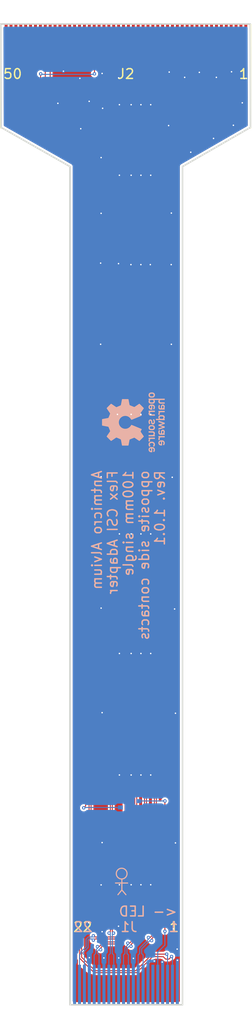
<source format=kicad_pcb>
(kicad_pcb (version 20171130) (host pcbnew 5.1.6)

  (general
    (thickness 0.2)
    (drawings 30)
    (tracks 726)
    (zones 0)
    (modules 4)
    (nets 47)
  )

  (page A3)
  (title_block
    (title "Antmicro Alvium flex CSI adapter")
    (rev 1.0.1)
    (comment 2 www.antmicro.com)
    (comment 3 "Antmicro Ltd.")
  )

  (layers
    (0 F.Cu signal)
    (31 B.Cu signal)
    (32 B.Adhes user)
    (33 F.Adhes user)
    (34 B.Paste user)
    (35 F.Paste user)
    (36 B.SilkS user)
    (37 F.SilkS user)
    (38 B.Mask user)
    (39 F.Mask user hide)
    (40 Dwgs.User user)
    (41 Cmts.User user)
    (42 Eco1.User user)
    (43 Eco2.User user)
    (44 Edge.Cuts user)
    (45 Margin user)
    (46 B.CrtYd user)
    (47 F.CrtYd user)
    (48 B.Fab user)
    (49 F.Fab user)
  )

  (setup
    (last_trace_width 0.1)
    (user_trace_width 0.1)
    (user_trace_width 0.2)
    (user_trace_width 0.3)
    (user_trace_width 0.5)
    (user_trace_width 1)
    (trace_clearance 0.1)
    (zone_clearance 0.2)
    (zone_45_only no)
    (trace_min 0.1)
    (via_size 0.35)
    (via_drill 0.15)
    (via_min_size 0.35)
    (via_min_drill 0.15)
    (uvia_size 0.35)
    (uvia_drill 0.15)
    (uvias_allowed no)
    (uvia_min_size 0.35)
    (uvia_min_drill 0.15)
    (edge_width 0.15)
    (segment_width 0.35)
    (pcb_text_width 0.3)
    (pcb_text_size 1.5 1.5)
    (mod_edge_width 0.15)
    (mod_text_size 1 1)
    (mod_text_width 0.15)
    (pad_size 0.2999 0.65)
    (pad_drill 0)
    (pad_to_mask_clearance 0.051)
    (solder_mask_min_width 0.25)
    (aux_axis_origin 0 0)
    (grid_origin 182.979 164.786)
    (visible_elements FFFFFF7F)
    (pcbplotparams
      (layerselection 0x010fc_ffffffff)
      (usegerberextensions false)
      (usegerberattributes false)
      (usegerberadvancedattributes false)
      (creategerberjobfile false)
      (excludeedgelayer true)
      (linewidth 0.100000)
      (plotframeref false)
      (viasonmask false)
      (mode 1)
      (useauxorigin false)
      (hpglpennumber 1)
      (hpglpenspeed 20)
      (hpglpendiameter 15.000000)
      (psnegative false)
      (psa4output false)
      (plotreference true)
      (plotvalue true)
      (plotinvisibletext false)
      (padsonsilk false)
      (subtractmaskfromsilk false)
      (outputformat 1)
      (mirror false)
      (drillshape 0)
      (scaleselection 1)
      (outputdirectory "Output/"))
  )

  (net 0 "")
  (net 1 /5V)
  (net 2 /SCL)
  (net 3 /SDA)
  (net 4 /GPIO2)
  (net 5 /GPIO3)
  (net 6 /CSI1_D1_N)
  (net 7 /CSI1_D1_P)
  (net 8 /GND)
  (net 9 /CSI1_D0_N)
  (net 10 /CSI1_D0_P)
  (net 11 /CSI0_CLK_N)
  (net 12 /CSI0_CLK_P)
  (net 13 /CSI0_D1_N)
  (net 14 /CSI0_D1_P)
  (net 15 /CSI0_D0_N)
  (net 16 /CSI0_D0_P)
  (net 17 "Net-(J2-Pad48)")
  (net 18 "Net-(J2-Pad47)")
  (net 19 "Net-(J2-Pad46)")
  (net 20 "Net-(J2-Pad45)")
  (net 21 "Net-(J2-Pad44)")
  (net 22 "Net-(J2-Pad43)")
  (net 23 "Net-(J2-Pad40)")
  (net 24 "Net-(J2-Pad39)")
  (net 25 "Net-(J2-Pad38)")
  (net 26 "Net-(J2-Pad37)")
  (net 27 "Net-(J2-Pad36)")
  (net 28 "Net-(J2-Pad35)")
  (net 29 "Net-(J2-Pad34)")
  (net 30 "Net-(J2-Pad33)")
  (net 31 "Net-(J2-Pad31)")
  (net 32 "Net-(J2-Pad17)")
  (net 33 "Net-(J2-Pad16)")
  (net 34 "Net-(J2-Pad14)")
  (net 35 "Net-(J2-Pad13)")
  (net 36 "Net-(J2-Pad11)")
  (net 37 "Net-(J2-Pad10)")
  (net 38 "Net-(J2-Pad8)")
  (net 39 "Net-(J2-Pad7)")
  (net 40 "Net-(J2-Pad6)")
  (net 41 "Net-(J2-Pad5)")
  (net 42 "Net-(J2-Pad4)")
  (net 43 "Net-(J2-Pad3)")
  (net 44 "Net-(J2-Pad2)")
  (net 45 "Net-(J2-Pad1)")
  (net 46 /VSYNC)

  (net_class Default "This is the default net class."
    (clearance 0.1)
    (trace_width 0.1)
    (via_dia 0.35)
    (via_drill 0.15)
    (uvia_dia 0.35)
    (uvia_drill 0.15)
    (diff_pair_width 0.1)
    (diff_pair_gap 0.1)
    (add_net /5V)
    (add_net /CSI0_CLK_N)
    (add_net /CSI0_CLK_P)
    (add_net /CSI0_D0_N)
    (add_net /CSI0_D0_P)
    (add_net /CSI0_D1_N)
    (add_net /CSI0_D1_P)
    (add_net /CSI1_D0_N)
    (add_net /CSI1_D0_P)
    (add_net /CSI1_D1_N)
    (add_net /CSI1_D1_P)
    (add_net /GND)
    (add_net /GPIO2)
    (add_net /GPIO3)
    (add_net /SCL)
    (add_net /SDA)
    (add_net /VSYNC)
    (add_net "Net-(J2-Pad1)")
    (add_net "Net-(J2-Pad10)")
    (add_net "Net-(J2-Pad11)")
    (add_net "Net-(J2-Pad13)")
    (add_net "Net-(J2-Pad14)")
    (add_net "Net-(J2-Pad16)")
    (add_net "Net-(J2-Pad17)")
    (add_net "Net-(J2-Pad2)")
    (add_net "Net-(J2-Pad3)")
    (add_net "Net-(J2-Pad31)")
    (add_net "Net-(J2-Pad33)")
    (add_net "Net-(J2-Pad34)")
    (add_net "Net-(J2-Pad35)")
    (add_net "Net-(J2-Pad36)")
    (add_net "Net-(J2-Pad37)")
    (add_net "Net-(J2-Pad38)")
    (add_net "Net-(J2-Pad39)")
    (add_net "Net-(J2-Pad4)")
    (add_net "Net-(J2-Pad40)")
    (add_net "Net-(J2-Pad43)")
    (add_net "Net-(J2-Pad44)")
    (add_net "Net-(J2-Pad45)")
    (add_net "Net-(J2-Pad46)")
    (add_net "Net-(J2-Pad47)")
    (add_net "Net-(J2-Pad48)")
    (add_net "Net-(J2-Pad5)")
    (add_net "Net-(J2-Pad6)")
    (add_net "Net-(J2-Pad7)")
    (add_net "Net-(J2-Pad8)")
  )

  (module antmicro-alvium-flex-csi-adapter-footprints:SC70-3 (layer B.Cu) (tedit 5F560209) (tstamp 5F884AB0)
    (at 189.079 144)
    (path /5F8882DA)
    (attr smd)
    (fp_text reference Q1 (at -0.25 2.25) (layer B.SilkS) hide
      (effects (font (size 0.7 0.7) (thickness 0.15)) (justify mirror))
    )
    (fp_text value BSS138APW (at 0 0) (layer B.SilkS) hide
      (effects (font (size 1.524 1.524) (thickness 0.05)) (justify mirror))
    )
    (pad 1 smd rect (at -0.95 0.65 270) (size 0.4 0.5) (layers B.Cu B.Paste B.Mask)
      (net 46 /VSYNC))
    (pad 2 smd rect (at -0.95 -0.65 270) (size 0.4 0.5) (layers B.Cu B.Paste B.Mask)
      (net 8 /GND))
    (pad 3 smd rect (at 0.95 0 270) (size 0.4 0.5) (layers B.Cu B.Paste B.Mask)
      (net 4 /GPIO2))
    (model ${KIPRJMOD}/lib/3d-models/SC70-3.step
      (at (xyz 0 0 0))
      (scale (xyz 1 1 1))
      (rotate (xyz 0 0 90))
    )
  )

  (module antmicro-alvium-flex-csi-adapter-footprints:oshw-logo (layer B.Cu) (tedit 5F876C5F) (tstamp 5F88256F)
    (at 189.456 105.35 270)
    (path /5F8988F2)
    (attr virtual)
    (fp_text reference N1 (at -3.08 4.76 270) (layer B.SilkS) hide
      (effects (font (size 1.524 1.524) (thickness 0.3)) (justify mirror))
    )
    (fp_text value oshw_logo (at 3.43 4.88 270) (layer B.SilkS) hide
      (effects (font (size 1.524 1.524) (thickness 0.3)) (justify mirror))
    )
    (fp_poly (pts (xy 2.316335 -1.557212) (xy 2.365289 -1.570473) (xy 2.410751 -1.593074) (xy 2.453474 -1.625314)
      (xy 2.46017 -1.631447) (xy 2.49174 -1.661087) (xy 2.46634 -1.684202) (xy 2.448922 -1.699811)
      (xy 2.430578 -1.715881) (xy 2.419362 -1.72548) (xy 2.397784 -1.743644) (xy 2.376891 -1.724768)
      (xy 2.345458 -1.701449) (xy 2.312177 -1.6874) (xy 2.274771 -1.681738) (xy 2.265314 -1.681529)
      (xy 2.226987 -1.684284) (xy 2.195173 -1.693102) (xy 2.167779 -1.708654) (xy 2.159417 -1.715321)
      (xy 2.136139 -1.741848) (xy 2.118918 -1.776168) (xy 2.107925 -1.817791) (xy 2.10333 -1.866228)
      (xy 2.103195 -1.876057) (xy 2.106466 -1.926873) (xy 2.116378 -1.970387) (xy 2.132772 -2.006416)
      (xy 2.155485 -2.034777) (xy 2.184359 -2.055286) (xy 2.219231 -2.067762) (xy 2.259942 -2.07202)
      (xy 2.274746 -2.071584) (xy 2.309658 -2.066837) (xy 2.339003 -2.056237) (xy 2.366399 -2.038274)
      (xy 2.377664 -2.028652) (xy 2.386514 -2.020784) (xy 2.393644 -2.016076) (xy 2.400622 -2.015143)
      (xy 2.409017 -2.018601) (xy 2.420398 -2.027064) (xy 2.436332 -2.041147) (xy 2.45618 -2.059427)
      (xy 2.49174 -2.092238) (xy 2.4765 -2.108421) (xy 2.449459 -2.132681) (xy 2.416295 -2.155691)
      (xy 2.380968 -2.174973) (xy 2.350901 -2.186995) (xy 2.327792 -2.193508) (xy 2.30659 -2.197321)
      (xy 2.283032 -2.199001) (xy 2.259067 -2.199185) (xy 2.233855 -2.198293) (xy 2.209446 -2.19628)
      (xy 2.18957 -2.193499) (xy 2.182408 -2.191908) (xy 2.133165 -2.173457) (xy 2.089862 -2.146984)
      (xy 2.053058 -2.112951) (xy 2.023314 -2.071823) (xy 2.012481 -2.051331) (xy 2.000078 -2.023756)
      (xy 1.991056 -1.999224) (xy 1.984909 -1.975127) (xy 1.981131 -1.948862) (xy 1.979217 -1.917822)
      (xy 1.978661 -1.879403) (xy 1.97866 -1.87706) (xy 1.979152 -1.838223) (xy 1.980972 -1.806897)
      (xy 1.984629 -1.780465) (xy 1.990635 -1.75631) (xy 1.999502 -1.731815) (xy 2.01174 -1.704364)
      (xy 2.012862 -1.702) (xy 2.039217 -1.657661) (xy 2.072304 -1.620785) (xy 2.111698 -1.591627)
      (xy 2.156972 -1.57044) (xy 2.207701 -1.557477) (xy 2.26314 -1.552992) (xy 2.316335 -1.557212)) (layer B.SilkS) (width 0.01))
    (fp_poly (pts (xy 1.753486 -2.563572) (xy 1.768707 -2.568733) (xy 1.787505 -2.57709) (xy 1.804886 -2.586465)
      (xy 1.818688 -2.595495) (xy 1.826747 -2.602814) (xy 1.827862 -2.606069) (xy 1.824353 -2.611108)
      (xy 1.815883 -2.621949) (xy 1.803906 -2.636835) (xy 1.789874 -2.654006) (xy 1.775241 -2.671702)
      (xy 1.76146 -2.688164) (xy 1.749984 -2.701633) (xy 1.742265 -2.71035) (xy 1.739774 -2.71272)
      (xy 1.735118 -2.710443) (xy 1.724283 -2.704565) (xy 1.713869 -2.69875) (xy 1.697827 -2.690793)
      (xy 1.682779 -2.6866) (xy 1.664203 -2.685149) (xy 1.65354 -2.685118) (xy 1.618721 -2.6889)
      (xy 1.590202 -2.699911) (xy 1.56659 -2.71874) (xy 1.561969 -2.723927) (xy 1.554834 -2.732482)
      (xy 1.548916 -2.740357) (xy 1.544095 -2.748559) (xy 1.540247 -2.758098) (xy 1.537252 -2.769982)
      (xy 1.534987 -2.785219) (xy 1.53333 -2.80482) (xy 1.53216 -2.829791) (xy 1.531355 -2.861143)
      (xy 1.530792 -2.899883) (xy 1.53035 -2.947021) (xy 1.530026 -2.98831) (xy 1.528383 -3.2004)
      (xy 1.468618 -3.2004) (xy 1.444925 -3.200127) (xy 1.425071 -3.199386) (xy 1.41119 -3.198291)
      (xy 1.405466 -3.197013) (xy 1.404868 -3.191467) (xy 1.404303 -3.176638) (xy 1.403781 -3.153404)
      (xy 1.403312 -3.122642) (xy 1.402904 -3.08523) (xy 1.402568 -3.042045) (xy 1.402313 -2.993964)
      (xy 1.402147 -2.941865) (xy 1.40208 -2.886625) (xy 1.40208 -2.5654) (xy 1.52908 -2.5654)
      (xy 1.52908 -2.59588) (xy 1.529563 -2.611957) (xy 1.530821 -2.623001) (xy 1.532274 -2.62636)
      (xy 1.537551 -2.623229) (xy 1.547578 -2.615217) (xy 1.554951 -2.608758) (xy 1.588903 -2.584515)
      (xy 1.627959 -2.567458) (xy 1.669893 -2.558004) (xy 1.712478 -2.55657) (xy 1.753486 -2.563572)) (layer B.SilkS) (width 0.01))
    (fp_poly (pts (xy 2.148397 -2.561629) (xy 2.19364 -2.574995) (xy 2.235729 -2.595745) (xy 2.27324 -2.623342)
      (xy 2.304746 -2.657247) (xy 2.326124 -2.691379) (xy 2.338147 -2.71812) (xy 2.346812 -2.745053)
      (xy 2.352553 -2.774538) (xy 2.355808 -2.808934) (xy 2.357012 -2.850603) (xy 2.357044 -2.85877)
      (xy 2.35712 -2.93116) (xy 1.960257 -2.93116) (xy 1.963671 -2.95529) (xy 1.973572 -2.993731)
      (xy 1.99125 -3.026977) (xy 2.015921 -3.053847) (xy 2.03962 -3.069675) (xy 2.05744 -3.076495)
      (xy 2.080851 -3.080698) (xy 2.10312 -3.082417) (xy 2.14444 -3.081004) (xy 2.180804 -3.0719)
      (xy 2.214663 -3.05437) (xy 2.227798 -3.045029) (xy 2.240746 -3.03554) (xy 2.250331 -3.029238)
      (xy 2.253671 -3.02768) (xy 2.258975 -3.030812) (xy 2.269761 -3.039101) (xy 2.284106 -3.050883)
      (xy 2.300085 -3.064495) (xy 2.315775 -3.078276) (xy 2.329252 -3.090561) (xy 2.338591 -3.099688)
      (xy 2.34188 -3.103919) (xy 2.337925 -3.110864) (xy 2.327387 -3.121673) (xy 2.312256 -3.134757)
      (xy 2.294522 -3.148528) (xy 2.276173 -3.161396) (xy 2.2592 -3.171774) (xy 2.252695 -3.175135)
      (xy 2.204473 -3.192921) (xy 2.152193 -3.202882) (xy 2.098569 -3.204771) (xy 2.046313 -3.198341)
      (xy 2.032968 -3.195193) (xy 1.984723 -3.17824) (xy 1.943536 -3.154343) (xy 1.909085 -3.123164)
      (xy 1.881044 -3.084367) (xy 1.859091 -3.037617) (xy 1.847989 -3.003009) (xy 1.841966 -2.972432)
      (xy 1.838154 -2.934955) (xy 1.836547 -2.89359) (xy 1.83714 -2.851351) (xy 1.839007 -2.82448)
      (xy 1.960257 -2.82448) (xy 2.23012 -2.82448) (xy 2.23012 -2.813383) (xy 2.225878 -2.783861)
      (xy 2.214259 -2.753765) (xy 2.196919 -2.725767) (xy 2.175516 -2.702542) (xy 2.151707 -2.686762)
      (xy 2.151576 -2.686702) (xy 2.12892 -2.680129) (xy 2.101125 -2.677458) (xy 2.072496 -2.678842)
      (xy 2.051338 -2.683134) (xy 2.023979 -2.696415) (xy 2.000173 -2.71796) (xy 1.981134 -2.746148)
      (xy 1.968075 -2.779355) (xy 1.963708 -2.80035) (xy 1.960257 -2.82448) (xy 1.839007 -2.82448)
      (xy 1.839927 -2.811253) (xy 1.844904 -2.77631) (xy 1.84841 -2.76098) (xy 1.866454 -2.708186)
      (xy 1.889878 -2.663759) (xy 1.919102 -2.627202) (xy 1.954545 -2.598016) (xy 1.996627 -2.575701)
      (xy 2.007997 -2.571225) (xy 2.05415 -2.559206) (xy 2.101425 -2.556187) (xy 2.148397 -2.561629)) (layer B.SilkS) (width 0.01))
    (fp_poly (pts (xy -2.064497 -1.559869) (xy -2.023074 -1.576181) (xy -1.985929 -1.601008) (xy -1.972866 -1.61297)
      (xy -1.956169 -1.630946) (xy -1.942599 -1.649027) (xy -1.93185 -1.66849) (xy -1.923612 -1.690613)
      (xy -1.917581 -1.716673) (xy -1.913447 -1.747949) (xy -1.910905 -1.785717) (xy -1.909646 -1.831256)
      (xy -1.909356 -1.87706) (xy -1.90977 -1.930269) (xy -1.911212 -1.974614) (xy -1.913983 -2.011363)
      (xy -1.918383 -2.041785) (xy -1.924712 -2.06715) (xy -1.933272 -2.088726) (xy -1.944363 -2.107783)
      (xy -1.958286 -2.12559) (xy -1.97155 -2.139673) (xy -1.992509 -2.157399) (xy -2.01751 -2.173865)
      (xy -2.030777 -2.180878) (xy -2.046734 -2.188105) (xy -2.059988 -2.192797) (xy -2.073565 -2.195495)
      (xy -2.090487 -2.196746) (xy -2.113781 -2.197091) (xy -2.121021 -2.1971) (xy -2.146295 -2.196907)
      (xy -2.16437 -2.195972) (xy -2.178202 -2.193753) (xy -2.190752 -2.189713) (xy -2.204977 -2.183311)
      (xy -2.209921 -2.180895) (xy -2.230507 -2.169571) (xy -2.250899 -2.156448) (xy -2.26441 -2.146209)
      (xy -2.286 -2.127728) (xy -2.286 -2.627542) (xy -2.26502 -2.608587) (xy -2.247687 -2.595225)
      (xy -2.226989 -2.582376) (xy -2.216469 -2.577011) (xy -2.172828 -2.562105) (xy -2.128834 -2.556469)
      (xy -2.085696 -2.559573) (xy -2.044621 -2.570892) (xy -2.006814 -2.589897) (xy -1.973484 -2.616062)
      (xy -1.945836 -2.648859) (xy -1.925078 -2.687761) (xy -1.918255 -2.707292) (xy -1.916285 -2.715141)
      (xy -1.914651 -2.724824) (xy -1.913322 -2.737291) (xy -1.91227 -2.75349) (xy -1.911464 -2.774373)
      (xy -1.910874 -2.800887) (xy -1.910471 -2.833983) (xy -1.910224 -2.87461) (xy -1.910105 -2.923718)
      (xy -1.91008 -2.967798) (xy -1.91008 -3.200712) (xy -2.03454 -3.19786) (xy -2.03708 -2.9845)
      (xy -2.037717 -2.9323) (xy -2.038304 -2.889263) (xy -2.038901 -2.854392) (xy -2.039568 -2.826688)
      (xy -2.040361 -2.805155) (xy -2.041341 -2.788796) (xy -2.042566 -2.776613) (xy -2.044094 -2.767609)
      (xy -2.045984 -2.760788) (xy -2.048295 -2.755152) (xy -2.050875 -2.750095) (xy -2.071267 -2.72198)
      (xy -2.097529 -2.701112) (xy -2.127918 -2.688039) (xy -2.160694 -2.683311) (xy -2.194115 -2.687476)
      (xy -2.219188 -2.697085) (xy -2.239019 -2.71068) (xy -2.258362 -2.729665) (xy -2.273493 -2.750162)
      (xy -2.277451 -2.757734) (xy -2.279186 -2.765731) (xy -2.280733 -2.781784) (xy -2.282106 -2.806254)
      (xy -2.283318 -2.8395) (xy -2.284384 -2.881884) (xy -2.285316 -2.933767) (xy -2.286 -2.9845)
      (xy -2.28854 -3.19786) (xy -2.413 -3.200712) (xy -2.413 -1.87706) (xy -2.286 -1.87706)
      (xy -2.284686 -1.926093) (xy -2.280491 -1.966272) (xy -2.27304 -1.998588) (xy -2.261956 -2.024032)
      (xy -2.246863 -2.043598) (xy -2.227383 -2.058276) (xy -2.214844 -2.064547) (xy -2.193976 -2.070117)
      (xy -2.167758 -2.072304) (xy -2.140401 -2.071168) (xy -2.116114 -2.066767) (xy -2.10566 -2.063009)
      (xy -2.078243 -2.044944) (xy -2.057739 -2.019537) (xy -2.049127 -2.001448) (xy -2.044866 -1.984415)
      (xy -2.041516 -1.959591) (xy -2.039125 -1.929307) (xy -2.037742 -1.895893) (xy -2.037414 -1.861683)
      (xy -2.03819 -1.829006) (xy -2.040117 -1.800195) (xy -2.043244 -1.777581) (xy -2.044409 -1.77241)
      (xy -2.056223 -1.738016) (xy -2.072326 -1.712468) (xy -2.093645 -1.695026) (xy -2.121108 -1.684948)
      (xy -2.155643 -1.681493) (xy -2.158228 -1.68148) (xy -2.191975 -1.68393) (xy -2.21981 -1.691708)
      (xy -2.242149 -1.705448) (xy -2.259407 -1.72579) (xy -2.272002 -1.753368) (xy -2.280349 -1.788822)
      (xy -2.284864 -1.832787) (xy -2.286 -1.87706) (xy -2.413 -1.87706) (xy -2.413 -1.55956)
      (xy -2.286 -1.55956) (xy -2.286 -1.620849) (xy -2.259099 -1.600538) (xy -2.224478 -1.577961)
      (xy -2.189557 -1.563135) (xy -2.15375 -1.554858) (xy -2.108591 -1.55259) (xy -2.064497 -1.559869)) (layer B.SilkS) (width 0.01))
    (fp_poly (pts (xy 0.605152 -1.55859) (xy 0.65183 -1.574224) (xy 0.694332 -1.598187) (xy 0.728375 -1.62705)
      (xy 0.750706 -1.652385) (xy 0.768389 -1.678643) (xy 0.781867 -1.707325) (xy 0.791586 -1.739933)
      (xy 0.797992 -1.777969) (xy 0.801528 -1.822932) (xy 0.802639 -1.876326) (xy 0.80264 -1.877721)
      (xy 0.801589 -1.929907) (xy 0.798306 -1.973467) (xy 0.792587 -2.009728) (xy 0.784233 -2.040019)
      (xy 0.774699 -2.06248) (xy 0.748467 -2.10368) (xy 0.71503 -2.139098) (xy 0.675906 -2.167435)
      (xy 0.632617 -2.18739) (xy 0.626336 -2.189432) (xy 0.599934 -2.195119) (xy 0.567552 -2.198443)
      (xy 0.532932 -2.199337) (xy 0.499816 -2.197733) (xy 0.471947 -2.193564) (xy 0.466912 -2.192301)
      (xy 0.428976 -2.177701) (xy 0.391964 -2.155997) (xy 0.359988 -2.129693) (xy 0.354116 -2.123623)
      (xy 0.332932 -2.098683) (xy 0.31619 -2.073827) (xy 0.303427 -2.047452) (xy 0.294179 -2.017956)
      (xy 0.287983 -1.983738) (xy 0.284376 -1.943196) (xy 0.282894 -1.894727) (xy 0.282792 -1.87706)
      (xy 0.409691 -1.87706) (xy 0.410315 -1.918215) (xy 0.412477 -1.950942) (xy 0.416612 -1.976909)
      (xy 0.423156 -1.997788) (xy 0.432545 -2.015249) (xy 0.445214 -2.030963) (xy 0.451466 -2.037296)
      (xy 0.471249 -2.054021) (xy 0.491005 -2.064561) (xy 0.514032 -2.070163) (xy 0.54356 -2.072071)
      (xy 0.569085 -2.070804) (xy 0.590455 -2.065437) (xy 0.60198 -2.060562) (xy 0.625074 -2.047439)
      (xy 0.6421 -2.031597) (xy 0.656021 -2.009961) (xy 0.661421 -1.998916) (xy 0.665523 -1.989381)
      (xy 0.668536 -1.980016) (xy 0.670627 -1.969085) (xy 0.671962 -1.95485) (xy 0.672708 -1.935575)
      (xy 0.673032 -1.90952) (xy 0.6731 -1.87706) (xy 0.673022 -1.842993) (xy 0.67268 -1.817348)
      (xy 0.671907 -1.798388) (xy 0.670535 -1.784376) (xy 0.668399 -1.773574) (xy 0.665331 -1.764244)
      (xy 0.661421 -1.755203) (xy 0.647913 -1.730366) (xy 0.632494 -1.71256) (xy 0.6122 -1.698711)
      (xy 0.60198 -1.693557) (xy 0.5694 -1.68318) (xy 0.535284 -1.681068) (xy 0.501941 -1.68683)
      (xy 0.471681 -1.700078) (xy 0.447596 -1.719564) (xy 0.434375 -1.736003) (xy 0.424463 -1.753886)
      (xy 0.417449 -1.774917) (xy 0.412923 -1.800802) (xy 0.410475 -1.833247) (xy 0.409694 -1.873955)
      (xy 0.409691 -1.87706) (xy 0.282792 -1.87706) (xy 0.283699 -1.824348) (xy 0.286825 -1.780128)
      (xy 0.292595 -1.742891) (xy 0.301434 -1.711128) (xy 0.313767 -1.683331) (xy 0.330018 -1.657992)
      (xy 0.350611 -1.633602) (xy 0.351636 -1.632514) (xy 0.385379 -1.601479) (xy 0.42077 -1.578891)
      (xy 0.46029 -1.563481) (xy 0.505009 -1.554183) (xy 0.555733 -1.551754) (xy 0.605152 -1.55859)) (layer B.SilkS) (width 0.01))
    (fp_poly (pts (xy -0.2286 -3.200712) (xy -0.35306 -3.19786) (xy -0.354581 -3.165803) (xy -0.356101 -3.133747)
      (xy -0.373429 -3.148961) (xy -0.410839 -3.175477) (xy -0.452457 -3.193803) (xy -0.49652 -3.20355)
      (xy -0.541267 -3.204334) (xy -0.584933 -3.195769) (xy -0.585826 -3.195486) (xy -0.620332 -3.181195)
      (xy -0.65082 -3.160914) (xy -0.672318 -3.141334) (xy -0.68828 -3.123924) (xy -0.701249 -3.106211)
      (xy -0.711519 -3.086931) (xy -0.719382 -3.064822) (xy -0.725132 -3.03862) (xy -0.729061 -3.007064)
      (xy -0.731464 -2.968888) (xy -0.732631 -2.922832) (xy -0.732874 -2.88036) (xy -0.60198 -2.88036)
      (xy -0.601917 -2.915801) (xy -0.601627 -2.942733) (xy -0.600961 -2.962806) (xy -0.59977 -2.977671)
      (xy -0.597904 -2.988977) (xy -0.595213 -2.998375) (xy -0.591547 -3.007515) (xy -0.590182 -3.010572)
      (xy -0.57323 -3.039292) (xy -0.551743 -3.059582) (xy -0.524837 -3.071934) (xy -0.491626 -3.076844)
      (xy -0.471891 -3.076636) (xy -0.441634 -3.072511) (xy -0.417791 -3.063319) (xy -0.417351 -3.063073)
      (xy -0.397335 -3.048543) (xy -0.381675 -3.029355) (xy -0.370029 -3.004495) (xy -0.362056 -2.972955)
      (xy -0.357416 -2.933722) (xy -0.355768 -2.885787) (xy -0.355755 -2.88036) (xy -0.357504 -2.828359)
      (xy -0.362989 -2.78538) (xy -0.372575 -2.75086) (xy -0.386628 -2.724236) (xy -0.405513 -2.704946)
      (xy -0.429596 -2.692427) (xy -0.459243 -2.686114) (xy -0.4826 -2.68508) (xy -0.516772 -2.687911)
      (xy -0.543627 -2.696486) (xy -0.564849 -2.711837) (xy -0.582123 -2.734992) (xy -0.590356 -2.751005)
      (xy -0.594298 -2.760135) (xy -0.597234 -2.769122) (xy -0.599311 -2.779603) (xy -0.600677 -2.79322)
      (xy -0.601478 -2.81161) (xy -0.601862 -2.836414) (xy -0.601977 -2.86927) (xy -0.60198 -2.88036)
      (xy -0.732874 -2.88036) (xy -0.732495 -2.82747) (xy -0.731146 -2.783442) (xy -0.728512 -2.746998)
      (xy -0.724275 -2.71686) (xy -0.718119 -2.691751) (xy -0.709726 -2.670393) (xy -0.69878 -2.651509)
      (xy -0.684964 -2.633821) (xy -0.667962 -2.616052) (xy -0.667147 -2.615258) (xy -0.631282 -2.587159)
      (xy -0.591496 -2.567896) (xy -0.549134 -2.557613) (xy -0.505539 -2.556456) (xy -0.462055 -2.56457)
      (xy -0.420026 -2.582101) (xy -0.410672 -2.587502) (xy -0.393554 -2.598644) (xy -0.376933 -2.610544)
      (xy -0.37211 -2.614306) (xy -0.3556 -2.627662) (xy -0.3556 -2.30632) (xy -0.2286 -2.30632)
      (xy -0.2286 -3.200712)) (layer B.SilkS) (width 0.01))
    (fp_poly (pts (xy -1.493243 -1.560181) (xy -1.446576 -1.576238) (xy -1.404379 -1.600723) (xy -1.367567 -1.633232)
      (xy -1.340184 -1.668413) (xy -1.325932 -1.692651) (xy -1.315153 -1.716946) (xy -1.30733 -1.743406)
      (xy -1.301944 -1.774141) (xy -1.298478 -1.811262) (xy -1.296801 -1.84531) (xy -1.293883 -1.92532)
      (xy -1.69164 -1.92532) (xy -1.69164 -1.942177) (xy -1.686699 -1.977916) (xy -1.672216 -2.011015)
      (xy -1.649093 -2.039918) (xy -1.625665 -2.059164) (xy -1.600695 -2.071629) (xy -1.57156 -2.078246)
      (xy -1.5367 -2.079961) (xy -1.496753 -2.074691) (xy -1.457624 -2.060014) (xy -1.421173 -2.036628)
      (xy -1.420943 -2.036444) (xy -1.401705 -2.021059) (xy -1.358629 -2.05763) (xy -1.341059 -2.072707)
      (xy -1.326479 -2.08552) (xy -1.316577 -2.094567) (xy -1.313106 -2.098159) (xy -1.31503 -2.103967)
      (xy -1.323649 -2.113819) (xy -1.337149 -2.126214) (xy -1.353713 -2.139648) (xy -1.371527 -2.152616)
      (xy -1.388776 -2.163617) (xy -1.398403 -2.168797) (xy -1.420509 -2.178418) (xy -1.444665 -2.18724)
      (xy -1.460298 -2.19191) (xy -1.487743 -2.196652) (xy -1.52105 -2.199007) (xy -1.556591 -2.199014)
      (xy -1.590736 -2.196715) (xy -1.619856 -2.19215) (xy -1.62814 -2.190038) (xy -1.676479 -2.171586)
      (xy -1.717391 -2.146372) (xy -1.751261 -2.114021) (xy -1.77847 -2.074158) (xy -1.799403 -2.026407)
      (xy -1.801521 -2.020099) (xy -1.809128 -1.989141) (xy -1.81462 -1.951129) (xy -1.817878 -1.908971)
      (xy -1.818786 -1.865578) (xy -1.817223 -1.823856) (xy -1.81504 -1.804322) (xy -1.69164 -1.804322)
      (xy -1.69164 -1.81864) (xy -1.42748 -1.81864) (xy -1.42748 -1.80105) (xy -1.431255 -1.775727)
      (xy -1.441415 -1.748257) (xy -1.456215 -1.722586) (xy -1.468989 -1.707206) (xy -1.494972 -1.688056)
      (xy -1.525884 -1.676247) (xy -1.559281 -1.672129) (xy -1.592722 -1.676051) (xy -1.618949 -1.685758)
      (xy -1.645178 -1.704415) (xy -1.667011 -1.730152) (xy -1.682805 -1.760289) (xy -1.690915 -1.792144)
      (xy -1.69164 -1.804322) (xy -1.81504 -1.804322) (xy -1.813072 -1.786715) (xy -1.811399 -1.777373)
      (xy -1.796599 -1.724094) (xy -1.7748 -1.676953) (xy -1.746559 -1.636526) (xy -1.712433 -1.603389)
      (xy -1.672979 -1.578116) (xy -1.628753 -1.561286) (xy -1.596336 -1.554969) (xy -1.543468 -1.552956)
      (xy -1.493243 -1.560181)) (layer B.SilkS) (width 0.01))
    (fp_poly (pts (xy 1.889278 -1.554809) (xy 1.907312 -1.559137) (xy 1.927866 -1.566178) (xy 1.948412 -1.574791)
      (xy 1.966422 -1.583832) (xy 1.979369 -1.59216) (xy 1.98452 -1.597862) (xy 1.982401 -1.604169)
      (xy 1.974662 -1.616441) (xy 1.962437 -1.633053) (xy 1.946859 -1.652377) (xy 1.945053 -1.654523)
      (xy 1.929127 -1.673395) (xy 1.915719 -1.689326) (xy 1.906117 -1.700786) (xy 1.901605 -1.706244)
      (xy 1.90145 -1.706446) (xy 1.89652 -1.705478) (xy 1.885263 -1.700823) (xy 1.873187 -1.695016)
      (xy 1.840875 -1.683578) (xy 1.808074 -1.680739) (xy 1.776426 -1.685863) (xy 1.747572 -1.698319)
      (xy 1.723156 -1.717471) (xy 1.704818 -1.742686) (xy 1.696602 -1.763168) (xy 1.695437 -1.772316)
      (xy 1.694386 -1.790607) (xy 1.693473 -1.817026) (xy 1.692719 -1.850557) (xy 1.692147 -1.890183)
      (xy 1.69178 -1.934891) (xy 1.69164 -1.983662) (xy 1.69164 -2.19456) (xy 1.55956 -2.19456)
      (xy 1.55956 -1.55956) (xy 1.69164 -1.55956) (xy 1.69164 -1.626089) (xy 1.71069 -1.607351)
      (xy 1.739771 -1.585128) (xy 1.775336 -1.568051) (xy 1.814687 -1.556915) (xy 1.855125 -1.552513)
      (xy 1.889278 -1.554809)) (layer B.SilkS) (width 0.01))
    (fp_poly (pts (xy 0.063944 3.200385) (xy 0.118503 3.200323) (xy 0.164447 3.200194) (xy 0.202552 3.199975)
      (xy 0.23359 3.199646) (xy 0.258334 3.199185) (xy 0.277557 3.198571) (xy 0.292034 3.197781)
      (xy 0.302537 3.196794) (xy 0.309839 3.195589) (xy 0.314713 3.194144) (xy 0.317934 3.192438)
      (xy 0.31913 3.191511) (xy 0.321531 3.188443) (xy 0.324143 3.18278) (xy 0.327119 3.173802)
      (xy 0.330612 3.160785) (xy 0.334776 3.14301) (xy 0.339764 3.119755) (xy 0.345729 3.090298)
      (xy 0.352825 3.053919) (xy 0.361205 3.009896) (xy 0.371021 2.957507) (xy 0.382428 2.896033)
      (xy 0.385794 2.87782) (xy 0.395938 2.823228) (xy 0.405693 2.771386) (xy 0.41488 2.723197)
      (xy 0.423321 2.679563) (xy 0.430839 2.641386) (xy 0.437257 2.609567) (xy 0.442397 2.585008)
      (xy 0.44608 2.568611) (xy 0.44813 2.561277) (xy 0.448169 2.561197) (xy 0.456812 2.549847)
      (xy 0.464359 2.543968) (xy 0.476168 2.538293) (xy 0.495535 2.529756) (xy 0.521275 2.518828)
      (xy 0.5522 2.505979) (xy 0.587125 2.491679) (xy 0.624864 2.476401) (xy 0.664231 2.460614)
      (xy 0.704039 2.44479) (xy 0.743103 2.429399) (xy 0.780237 2.414913) (xy 0.814255 2.401801)
      (xy 0.84397 2.390536) (xy 0.868197 2.381588) (xy 0.885749 2.375427) (xy 0.89544 2.372525)
      (xy 0.896621 2.37236) (xy 0.911725 2.37562) (xy 0.931874 2.385712) (xy 0.948099 2.396118)
      (xy 0.962375 2.405865) (xy 0.983862 2.420564) (xy 1.011392 2.439414) (xy 1.0438 2.461618)
      (xy 1.079921 2.486375) (xy 1.118588 2.512886) (xy 1.158636 2.540351) (xy 1.198899 2.567971)
      (xy 1.238212 2.594945) (xy 1.275408 2.620476) (xy 1.309323 2.643762) (xy 1.338789 2.664005)
      (xy 1.362643 2.680404) (xy 1.377499 2.690632) (xy 1.39888 2.70476) (xy 1.418234 2.716436)
      (xy 1.433568 2.724533) (xy 1.44289 2.727923) (xy 1.443473 2.72796) (xy 1.448048 2.725998)
      (xy 1.456423 2.719864) (xy 1.468988 2.709187) (xy 1.486133 2.693598) (xy 1.508249 2.672727)
      (xy 1.535726 2.646203) (xy 1.568952 2.613656) (xy 1.60832 2.574716) (xy 1.654219 2.529013)
      (xy 1.675064 2.508185) (xy 1.721494 2.46169) (xy 1.761169 2.421799) (xy 1.794577 2.387994)
      (xy 1.822205 2.359756) (xy 1.844544 2.336565) (xy 1.862081 2.317902) (xy 1.875304 2.303248)
      (xy 1.884702 2.292085) (xy 1.890764 2.283892) (xy 1.893978 2.278151) (xy 1.89484 2.274608)
      (xy 1.892783 2.268426) (xy 1.886468 2.256497) (xy 1.875681 2.238489) (xy 1.860204 2.214069)
      (xy 1.839823 2.182908) (xy 1.814321 2.144672) (xy 1.783483 2.099031) (xy 1.747093 2.045654)
      (xy 1.721932 2.008942) (xy 1.690797 1.963426) (xy 1.661369 1.920086) (xy 1.63416 1.879699)
      (xy 1.609681 1.843039) (xy 1.588445 1.810882) (xy 1.570964 1.784002) (xy 1.557749 1.763175)
      (xy 1.549313 1.749176) (xy 1.546182 1.742862) (xy 1.547503 1.734906) (xy 1.552551 1.718843)
      (xy 1.560841 1.695811) (xy 1.571887 1.666949) (xy 1.585204 1.633395) (xy 1.600306 1.596286)
      (xy 1.616707 1.556762) (xy 1.633922 1.515961) (xy 1.651466 1.47502) (xy 1.668852 1.435079)
      (xy 1.685596 1.397276) (xy 1.701212 1.362748) (xy 1.715213 1.332635) (xy 1.727115 1.308073)
      (xy 1.736433 1.290203) (xy 1.742679 1.280162) (xy 1.74423 1.278579) (xy 1.751136 1.276353)
      (xy 1.767124 1.2725) (xy 1.791276 1.267205) (xy 1.822678 1.260653) (xy 1.860412 1.25303)
      (xy 1.903562 1.244521) (xy 1.951213 1.235312) (xy 2.002449 1.225587) (xy 2.049871 1.216732)
      (xy 2.103519 1.206708) (xy 2.1544 1.197039) (xy 2.201597 1.18791) (xy 2.244192 1.179508)
      (xy 2.281268 1.172015) (xy 2.311907 1.165619) (xy 2.335192 1.160503) (xy 2.350206 1.156853)
      (xy 2.35585 1.155) (xy 2.36728 1.147846) (xy 2.36728 0.833366) (xy 2.367286 0.767725)
      (xy 2.367267 0.711501) (xy 2.367161 0.663952) (xy 2.366909 0.624334) (xy 2.366449 0.591904)
      (xy 2.365722 0.565921) (xy 2.364667 0.54564) (xy 2.363225 0.53032) (xy 2.361334 0.519217)
      (xy 2.358935 0.511589) (xy 2.355967 0.506692) (xy 2.35237 0.503785) (xy 2.348083 0.502124)
      (xy 2.343047 0.500966) (xy 2.340254 0.500349) (xy 2.333285 0.498959) (xy 2.317277 0.495903)
      (xy 2.293181 0.49136) (xy 2.261948 0.485506) (xy 2.224532 0.478519) (xy 2.181883 0.470578)
      (xy 2.134954 0.461861) (xy 2.084695 0.452545) (xy 2.05486 0.447023) (xy 2.002929 0.43734)
      (xy 1.953639 0.428002) (xy 1.907963 0.419201) (xy 1.866875 0.411134) (xy 1.83135 0.403994)
      (xy 1.802361 0.397977) (xy 1.780882 0.393277) (xy 1.767889 0.390088) (xy 1.764705 0.389046)
      (xy 1.760956 0.386972) (xy 1.75723 0.38377) (xy 1.753169 0.378649) (xy 1.748415 0.37082)
      (xy 1.74261 0.359493) (xy 1.735397 0.343878) (xy 1.726417 0.323185) (xy 1.715314 0.296625)
      (xy 1.70173 0.263408) (xy 1.685306 0.222743) (xy 1.665686 0.173842) (xy 1.653877 0.144336)
      (xy 1.630562 0.085801) (xy 1.610997 0.036121) (xy 1.594996 -0.005215) (xy 1.582371 -0.038717)
      (xy 1.572933 -0.064898) (xy 1.566496 -0.084266) (xy 1.562871 -0.097333) (xy 1.56187 -0.10461)
      (xy 1.562 -0.105551) (xy 1.565388 -0.111936) (xy 1.574031 -0.125889) (xy 1.587401 -0.146619)
      (xy 1.604975 -0.173337) (xy 1.626227 -0.205253) (xy 1.650633 -0.241579) (xy 1.677667 -0.281524)
      (xy 1.706803 -0.324299) (xy 1.729977 -0.358137) (xy 1.768152 -0.413904) (xy 1.800714 -0.461818)
      (xy 1.827941 -0.502307) (xy 1.85011 -0.535798) (xy 1.867497 -0.562718) (xy 1.880379 -0.583494)
      (xy 1.889033 -0.598554) (xy 1.893736 -0.608325) (xy 1.89484 -0.612588) (xy 1.893922 -0.616557)
      (xy 1.890832 -0.622253) (xy 1.885061 -0.630218) (xy 1.876105 -0.640996) (xy 1.863454 -0.655127)
      (xy 1.846604 -0.673155) (xy 1.825047 -0.695622) (xy 1.798275 -0.723071) (xy 1.765783 -0.756044)
      (xy 1.727064 -0.795083) (xy 1.68275 -0.839588) (xy 1.635779 -0.88663) (xy 1.595387 -0.926909)
      (xy 1.561043 -0.960919) (xy 1.532216 -0.989155) (xy 1.508374 -1.012112) (xy 1.488986 -1.030284)
      (xy 1.473522 -1.044165) (xy 1.461449 -1.054249) (xy 1.452238 -1.061032) (xy 1.445355 -1.065008)
      (xy 1.440271 -1.066671) (xy 1.438662 -1.0668) (xy 1.433748 -1.064003) (xy 1.421225 -1.055952)
      (xy 1.40185 -1.043157) (xy 1.376378 -1.026128) (xy 1.345569 -1.005374) (xy 1.310179 -0.981405)
      (xy 1.270964 -0.954731) (xy 1.228683 -0.925862) (xy 1.193409 -0.9017) (xy 1.138331 -0.864066)
      (xy 1.089294 -0.830866) (xy 1.046624 -0.802311) (xy 1.010647 -0.778614) (xy 0.981689 -0.759987)
      (xy 0.960074 -0.746642) (xy 0.946129 -0.738793) (xy 0.940496 -0.7366) (xy 0.932745 -0.738916)
      (xy 0.917444 -0.745425) (xy 0.895971 -0.75547) (xy 0.869703 -0.768393) (xy 0.840017 -0.783534)
      (xy 0.816852 -0.795678) (xy 0.78146 -0.814328) (xy 0.753869 -0.828542) (xy 0.732993 -0.838799)
      (xy 0.717741 -0.84558) (xy 0.707025 -0.849364) (xy 0.699756 -0.850631) (xy 0.694845 -0.849861)
      (xy 0.694346 -0.849646) (xy 0.691789 -0.847003) (xy 0.68781 -0.840541) (xy 0.682221 -0.82982)
      (xy 0.674833 -0.814402) (xy 0.665456 -0.793847) (xy 0.653901 -0.767715) (xy 0.639978 -0.735567)
      (xy 0.623499 -0.696964) (xy 0.604275 -0.651465) (xy 0.582116 -0.598633) (xy 0.556833 -0.538027)
      (xy 0.528236 -0.469208) (xy 0.496138 -0.391736) (xy 0.470538 -0.329835) (xy 0.436422 -0.24723)
      (xy 0.406033 -0.173511) (xy 0.379179 -0.108191) (xy 0.355668 -0.050782) (xy 0.335305 -0.000798)
      (xy 0.3179 0.042249) (xy 0.303259 0.078847) (xy 0.29119 0.109481) (xy 0.281501 0.134641)
      (xy 0.273999 0.154812) (xy 0.268491 0.170483) (xy 0.264785 0.182141) (xy 0.262689 0.190272)
      (xy 0.262009 0.195365) (xy 0.262258 0.197341) (xy 0.269083 0.206689) (xy 0.28309 0.218993)
      (xy 0.302403 0.232613) (xy 0.303284 0.233178) (xy 0.354604 0.267199) (xy 0.398237 0.299052)
      (xy 0.435974 0.330235) (xy 0.469604 0.36225) (xy 0.500915 0.396596) (xy 0.507555 0.404476)
      (xy 0.556525 0.471165) (xy 0.596596 0.542724) (xy 0.627623 0.618872) (xy 0.64306 0.671436)
      (xy 0.651969 0.717327) (xy 0.657688 0.76932) (xy 0.660084 0.823826) (xy 0.659023 0.877258)
      (xy 0.654369 0.926029) (xy 0.652948 0.935191) (xy 0.634715 1.014408) (xy 0.607448 1.089799)
      (xy 0.571708 1.160711) (xy 0.528055 1.226489) (xy 0.477052 1.286477) (xy 0.419258 1.340023)
      (xy 0.355234 1.386471) (xy 0.285542 1.425166) (xy 0.210741 1.455455) (xy 0.205721 1.457115)
      (xy 0.131625 1.476209) (xy 0.05431 1.486599) (xy -0.024292 1.488286) (xy -0.10225 1.481267)
      (xy -0.177633 1.465543) (xy -0.205053 1.457334) (xy -0.280029 1.427634) (xy -0.350279 1.389313)
      (xy -0.415124 1.34305) (xy -0.473884 1.289523) (xy -0.52588 1.229412) (xy -0.570432 1.163395)
      (xy -0.606859 1.092152) (xy -0.629075 1.033762) (xy -0.648169 0.959666) (xy -0.658559 0.882351)
      (xy -0.660246 0.803749) (xy -0.653227 0.725791) (xy -0.637503 0.650408) (xy -0.629294 0.622988)
      (xy -0.617143 0.590042) (xy -0.601413 0.553622) (xy -0.583768 0.517201) (xy -0.565874 0.484247)
      (xy -0.552233 0.462322) (xy -0.508942 0.406018) (xy -0.456606 0.351057) (xy -0.396337 0.298447)
      (xy -0.329243 0.249196) (xy -0.288402 0.223029) (xy -0.272408 0.211214) (xy -0.262765 0.19972)
      (xy -0.26129 0.196072) (xy -0.262675 0.189338) (xy -0.267727 0.174022) (xy -0.276143 0.150863)
      (xy -0.287615 0.120599) (xy -0.301839 0.083968) (xy -0.318508 0.041709) (xy -0.337316 -0.00544)
      (xy -0.357959 -0.05674) (xy -0.38013 -0.111454) (xy -0.403523 -0.168842) (xy -0.427833 -0.228167)
      (xy -0.452754 -0.288689) (xy -0.477981 -0.349672) (xy -0.503207 -0.410375) (xy -0.528128 -0.470062)
      (xy -0.552436 -0.527992) (xy -0.575827 -0.58343) (xy -0.597995 -0.635634) (xy -0.618634 -0.683868)
      (xy -0.637438 -0.727394) (xy -0.654102 -0.765471) (xy -0.66832 -0.797363) (xy -0.679787 -0.822331)
      (xy -0.688195 -0.839637) (xy -0.693241 -0.848541) (xy -0.694231 -0.849578) (xy -0.698935 -0.850538)
      (xy -0.705947 -0.849481) (xy -0.716349 -0.845928) (xy -0.731225 -0.839403) (xy -0.751658 -0.829428)
      (xy -0.778731 -0.815523) (xy -0.813528 -0.797213) (xy -0.816522 -0.795626) (xy -0.847832 -0.77928)
      (xy -0.876743 -0.764672) (xy -0.901875 -0.752459) (xy -0.921848 -0.743301) (xy -0.935282 -0.737855)
      (xy -0.940171 -0.736602) (xy -0.948237 -0.739539) (xy -0.963828 -0.748073) (xy -0.986281 -0.76179)
      (xy -1.014931 -0.780276) (xy -1.049112 -0.803115) (xy -1.07188 -0.818655) (xy -1.137285 -0.86359)
      (xy -1.194798 -0.903061) (xy -1.244886 -0.937383) (xy -1.288015 -0.96687) (xy -1.32465 -0.991836)
      (xy -1.355258 -1.012596) (xy -1.380305 -1.029464) (xy -1.400256 -1.042755) (xy -1.415577 -1.052782)
      (xy -1.426735 -1.059861) (xy -1.434195 -1.064305) (xy -1.438423 -1.066429) (xy -1.439561 -1.066722)
      (xy -1.448566 -1.064129) (xy -1.45288 -1.06183) (xy -1.457756 -1.057457) (xy -1.46916 -1.046528)
      (xy -1.486445 -1.029682) (xy -1.508965 -1.007557) (xy -1.536074 -0.980791) (xy -1.567125 -0.950022)
      (xy -1.601472 -0.915889) (xy -1.638468 -0.87903) (xy -1.677467 -0.840083) (xy -1.67767 -0.839879)
      (xy -1.725309 -0.792152) (xy -1.766084 -0.751081) (xy -1.800409 -0.716229) (xy -1.828694 -0.687161)
      (xy -1.851354 -0.663441) (xy -1.868801 -0.644633) (xy -1.881447 -0.630303) (xy -1.889705 -0.620013)
      (xy -1.893987 -0.613329) (xy -1.89484 -0.610527) (xy -1.891929 -0.603499) (xy -1.883336 -0.588522)
      (xy -1.869275 -0.565924) (xy -1.849959 -0.536031) (xy -1.825603 -0.49917) (xy -1.796419 -0.455668)
      (xy -1.762621 -0.405852) (xy -1.729978 -0.358137) (xy -1.699597 -0.313743) (xy -1.67092 -0.271579)
      (xy -1.644474 -0.232437) (xy -1.620783 -0.197105) (xy -1.600371 -0.166372) (xy -1.583765 -0.141029)
      (xy -1.571489 -0.121865) (xy -1.564069 -0.109669) (xy -1.562001 -0.105551) (xy -1.5624 -0.099585)
      (xy -1.565378 -0.087951) (xy -1.571125 -0.070137) (xy -1.579827 -0.045633) (xy -1.591673 -0.013928)
      (xy -1.606851 0.02549) (xy -1.625547 0.07313) (xy -1.647951 0.129505) (xy -1.653785 0.144102)
      (xy -1.675583 0.198478) (xy -1.694017 0.244153) (xy -1.709423 0.281886) (xy -1.722139 0.312437)
      (xy -1.732501 0.336567) (xy -1.740846 0.355035) (xy -1.747513 0.368601) (xy -1.752837 0.378025)
      (xy -1.757155 0.384067) (xy -1.760806 0.387487) (xy -1.762072 0.38825) (xy -1.766099 0.389851)
      (xy -1.773071 0.391894) (xy -1.783569 0.394493) (xy -1.798177 0.397762) (xy -1.817475 0.401814)
      (xy -1.842047 0.406764) (xy -1.872474 0.412726) (xy -1.909339 0.419813) (xy -1.953223 0.428139)
      (xy -2.004708 0.437819) (xy -2.064377 0.448965) (xy -2.132812 0.461693) (xy -2.210595 0.476115)
      (xy -2.21996 0.47785) (xy -2.259353 0.485141) (xy -2.289955 0.490838) (xy -2.31296 0.495225)
      (xy -2.329561 0.498585) (xy -2.340953 0.501201) (xy -2.348329 0.503356) (xy -2.352884 0.505334)
      (xy -2.355812 0.507419) (xy -2.358305 0.509892) (xy -2.359305 0.510911) (xy -2.360952 0.513423)
      (xy -2.362359 0.517908) (xy -2.363544 0.525114) (xy -2.364526 0.535786) (xy -2.365324 0.550671)
      (xy -2.365955 0.570514) (xy -2.366438 0.596063) (xy -2.366791 0.628064) (xy -2.367034 0.667262)
      (xy -2.367184 0.714404) (xy -2.36726 0.770236) (xy -2.36728 0.833366) (xy -2.36728 1.147846)
      (xy -2.35585 1.154982) (xy -2.348879 1.157182) (xy -2.332828 1.161004) (xy -2.308616 1.166264)
      (xy -2.277161 1.172777) (xy -2.239381 1.180358) (xy -2.196196 1.188823) (xy -2.148523 1.197988)
      (xy -2.097282 1.207667) (xy -2.050367 1.21639) (xy -1.995712 1.226568) (xy -1.944159 1.236346)
      (xy -1.896592 1.245544) (xy -1.853898 1.253982) (xy -1.81696 1.261482) (xy -1.786665 1.267865)
      (xy -1.763897 1.27295) (xy -1.749542 1.27656) (xy -1.744725 1.278255) (xy -1.740032 1.28466)
      (xy -1.732027 1.299354) (xy -1.721198 1.321199) (xy -1.708033 1.349061) (xy -1.693021 1.381806)
      (xy -1.676649 1.418297) (xy -1.659406 1.4574) (xy -1.641779 1.497979) (xy -1.624257 1.5389)
      (xy -1.607328 1.579027) (xy -1.59148 1.617224) (xy -1.5772 1.652358) (xy -1.564978 1.683292)
      (xy -1.5553 1.708892) (xy -1.548656 1.728022) (xy -1.545533 1.739548) (xy -1.545391 1.741858)
      (xy -1.548572 1.748342) (xy -1.557033 1.762407) (xy -1.570268 1.783282) (xy -1.587768 1.810199)
      (xy -1.609025 1.842388) (xy -1.63353 1.87908) (xy -1.660777 1.919505) (xy -1.690256 1.962895)
      (xy -1.721126 2.007992) (xy -1.761156 2.066423) (xy -1.795498 2.116911) (xy -1.824364 2.159787)
      (xy -1.847969 2.195377) (xy -1.866526 2.22401) (xy -1.880249 2.246013) (xy -1.889352 2.261716)
      (xy -1.894048 2.271445) (xy -1.89484 2.274627) (xy -1.893797 2.278583) (xy -1.89034 2.284529)
      (xy -1.883983 2.292982) (xy -1.874237 2.304461) (xy -1.860615 2.319484) (xy -1.842628 2.338571)
      (xy -1.819788 2.36224) (xy -1.791609 2.391009) (xy -1.757601 2.425396) (xy -1.717277 2.46592)
      (xy -1.675065 2.508185) (xy -1.626443 2.556703) (xy -1.584508 2.598312) (xy -1.548865 2.633385)
      (xy -1.519121 2.662299) (xy -1.494879 2.685426) (xy -1.475744 2.703144) (xy -1.461322 2.715825)
      (xy -1.451218 2.723845) (xy -1.445037 2.727579) (xy -1.443435 2.727961) (xy -1.436769 2.725084)
      (xy -1.422244 2.71665) (xy -1.400309 2.702953) (xy -1.371412 2.684287) (xy -1.336001 2.660944)
      (xy -1.294524 2.63322) (xy -1.247429 2.601408) (xy -1.195164 2.565801) (xy -1.172326 2.550161)
      (xy -1.117527 2.512636) (xy -1.070457 2.480543) (xy -1.030516 2.453495) (xy -0.997104 2.431107)
      (xy -0.969621 2.412991) (xy -0.947466 2.398761) (xy -0.930041 2.388031) (xy -0.916744 2.380414)
      (xy -0.906977 2.375525) (xy -0.900137 2.372976) (xy -0.896211 2.372361) (xy -0.887326 2.374309)
      (xy -0.869856 2.379964) (xy -0.844559 2.389039) (xy -0.812194 2.401249) (xy -0.773517 2.416308)
      (xy -0.729289 2.433929) (xy -0.680736 2.453634) (xy -0.628766 2.474912) (xy -0.585397 2.492718)
      (xy -0.549821 2.507416) (xy -0.521232 2.519373) (xy -0.498824 2.528953) (xy -0.48179 2.536522)
      (xy -0.469323 2.542445) (xy -0.460616 2.547087) (xy -0.454862 2.550814) (xy -0.451256 2.55399)
      (xy -0.448989 2.556981) (xy -0.447798 2.559103) (xy -0.446073 2.565558) (xy -0.442691 2.581121)
      (xy -0.437825 2.604905) (xy -0.431648 2.636026) (xy -0.424332 2.673596) (xy -0.41605 2.71673)
      (xy -0.406973 2.764542) (xy -0.397275 2.816146) (xy -0.387128 2.870655) (xy -0.386271 2.87528)
      (xy -0.37431 2.93969) (xy -0.363986 2.994813) (xy -0.355147 3.041364) (xy -0.34764 3.080057)
      (xy -0.341314 3.111608) (xy -0.336016 3.136732) (xy -0.331596 3.156142) (xy -0.3279 3.170554)
      (xy -0.324778 3.180682) (xy -0.322076 3.187242) (xy -0.319644 3.190947) (xy -0.319061 3.19151)
      (xy -0.316379 3.193351) (xy -0.312416 3.19492) (xy -0.306401 3.196238) (xy -0.297558 3.197328)
      (xy -0.285116 3.198211) (xy -0.268302 3.198908) (xy -0.246342 3.199441) (xy -0.218463 3.199831)
      (xy -0.183892 3.2001) (xy -0.141856 3.20027) (xy -0.091581 3.200362) (xy -0.032296 3.200397)
      (xy -0.000001 3.2004) (xy 0.063944 3.200385)) (layer B.SilkS) (width 0.01))
    (fp_poly (pts (xy 2.835273 -1.557568) (xy 2.883172 -1.570853) (xy 2.926643 -1.592412) (xy 2.964796 -1.621537)
      (xy 2.996738 -1.65752) (xy 3.021576 -1.699655) (xy 3.038421 -1.747232) (xy 3.040693 -1.75706)
      (xy 3.043626 -1.776475) (xy 3.045961 -1.802774) (xy 3.047464 -1.832686) (xy 3.047911 -1.85801)
      (xy 3.048 -1.92532) (xy 2.650451 -1.92532) (xy 2.653961 -1.951782) (xy 2.663419 -1.991612)
      (xy 2.680108 -2.024363) (xy 2.703723 -2.049772) (xy 2.733961 -2.067575) (xy 2.770518 -2.07751)
      (xy 2.80162 -2.07964) (xy 2.845174 -2.075448) (xy 2.883125 -2.063113) (xy 2.916319 -2.042349)
      (xy 2.920267 -2.039068) (xy 2.929073 -2.03135) (xy 2.935705 -2.026489) (xy 2.941859 -2.025071)
      (xy 2.94923 -2.027681) (xy 2.959515 -2.034902) (xy 2.974409 -2.047319) (xy 2.99466 -2.064705)
      (xy 3.010478 -2.078193) (xy 3.023203 -2.088982) (xy 3.030987 -2.095509) (xy 3.032453 -2.096687)
      (xy 3.030302 -2.100775) (xy 3.02254 -2.110033) (xy 3.010806 -2.122516) (xy 3.009911 -2.123428)
      (xy 2.98076 -2.147729) (xy 2.945078 -2.169171) (xy 2.906457 -2.185758) (xy 2.887246 -2.191587)
      (xy 2.861161 -2.196142) (xy 2.82875 -2.198603) (xy 2.793627 -2.19897) (xy 2.759408 -2.197242)
      (xy 2.729709 -2.19342) (xy 2.721021 -2.19158) (xy 2.675036 -2.175449) (xy 2.634273 -2.150795)
      (xy 2.599125 -2.118033) (xy 2.569987 -2.077579) (xy 2.54725 -2.02985) (xy 2.536446 -1.99644)
      (xy 2.532041 -1.97311) (xy 2.529015 -1.942361) (xy 2.527365 -1.90684) (xy 2.527089 -1.869192)
      (xy 2.528187 -1.832065) (xy 2.529163 -1.81864) (xy 2.650606 -1.81864) (xy 2.92213 -1.81864)
      (xy 2.918776 -1.79959) (xy 2.908012 -1.758409) (xy 2.891583 -1.725533) (xy 2.869293 -1.700705)
      (xy 2.840944 -1.683666) (xy 2.826519 -1.678575) (xy 2.788871 -1.67223) (xy 2.753913 -1.675258)
      (xy 2.722589 -1.687023) (xy 2.695847 -1.706889) (xy 2.674632 -1.734219) (xy 2.65989 -1.768378)
      (xy 2.654143 -1.79451) (xy 2.650606 -1.81864) (xy 2.529163 -1.81864) (xy 2.530656 -1.798104)
      (xy 2.534495 -1.769957) (xy 2.536587 -1.76022) (xy 2.554141 -1.707687) (xy 2.578497 -1.662161)
      (xy 2.609188 -1.624031) (xy 2.645751 -1.593685) (xy 2.687719 -1.571515) (xy 2.734628 -1.557908)
      (xy 2.78384 -1.553265) (xy 2.835273 -1.557568)) (layer B.SilkS) (width 0.01))
    (fp_poly (pts (xy 0.004435 -1.55629) (xy 0.054498 -1.566516) (xy 0.102286 -1.582883) (xy 0.146112 -1.605338)
      (xy 0.154848 -1.61095) (xy 0.193217 -1.636613) (xy 0.178321 -1.655236) (xy 0.166899 -1.66896)
      (xy 0.152026 -1.686104) (xy 0.138862 -1.700812) (xy 0.1143 -1.727765) (xy 0.070868 -1.705253)
      (xy 0.032622 -1.688638) (xy -0.006057 -1.677694) (xy -0.043682 -1.672406) (xy -0.078763 -1.672759)
      (xy -0.109813 -1.67874) (xy -0.135344 -1.690334) (xy -0.153791 -1.707421) (xy -0.161374 -1.724974)
      (xy -0.163826 -1.745072) (xy -0.163072 -1.761359) (xy -0.158935 -1.772295) (xy -0.149526 -1.782579)
      (xy -0.148336 -1.783652) (xy -0.138503 -1.79135) (xy -0.127329 -1.797354) (xy -0.113193 -1.802032)
      (xy -0.094476 -1.805758) (xy -0.069555 -1.808903) (xy -0.036811 -1.811837) (xy -0.019589 -1.813152)
      (xy 0.02741 -1.817683) (xy 0.065759 -1.82388) (xy 0.096886 -1.832107) (xy 0.122216 -1.84273)
      (xy 0.140524 -1.854113) (xy 0.166265 -1.879048) (xy 0.186438 -1.910958) (xy 0.200237 -1.947847)
      (xy 0.206859 -1.987716) (xy 0.206643 -2.018235) (xy 0.198431 -2.060433) (xy 0.181435 -2.097744)
      (xy 0.155931 -2.129882) (xy 0.122195 -2.156556) (xy 0.080503 -2.177478) (xy 0.042745 -2.189591)
      (xy 0.005242 -2.196323) (xy -0.037777 -2.199429) (xy -0.082335 -2.198915) (xy -0.12446 -2.194789)
      (xy -0.1524 -2.189242) (xy -0.176026 -2.181921) (xy -0.203126 -2.171702) (xy -0.228305 -2.16064)
      (xy -0.23114 -2.159255) (xy -0.250473 -2.148794) (xy -0.271122 -2.136196) (xy -0.291216 -2.122789)
      (xy -0.308885 -2.109899) (xy -0.322258 -2.098855) (xy -0.329463 -2.090984) (xy -0.3302 -2.088963)
      (xy -0.326801 -2.084073) (xy -0.317553 -2.073644) (xy -0.303887 -2.059225) (xy -0.287907 -2.043042)
      (xy -0.245614 -2.000968) (xy -0.220797 -2.021476) (xy -0.183926 -2.047385) (xy -0.144939 -2.065281)
      (xy -0.101848 -2.075833) (xy -0.052669 -2.079712) (xy -0.04826 -2.079755) (xy -0.022609 -2.079485)
      (xy -0.003903 -2.078045) (xy 0.011049 -2.074954) (xy 0.025437 -2.06973) (xy 0.029353 -2.068019)
      (xy 0.054553 -2.05257) (xy 0.071489 -2.033048) (xy 0.079611 -2.010578) (xy 0.078365 -1.986283)
      (xy 0.074782 -1.975483) (xy 0.068978 -1.964717) (xy 0.060733 -1.956216) (xy 0.048695 -1.949523)
      (xy 0.031511 -1.944181) (xy 0.007827 -1.939732) (xy -0.023709 -1.935721) (xy -0.051238 -1.932923)
      (xy -0.088821 -1.929147) (xy -0.118171 -1.925627) (xy -0.141193 -1.921963) (xy -0.159793 -1.917757)
      (xy -0.175877 -1.91261) (xy -0.191349 -1.906123) (xy -0.20066 -1.901656) (xy -0.234991 -1.879441)
      (xy -0.261472 -1.85092) (xy -0.279818 -1.816567) (xy -0.289744 -1.776856) (xy -0.291544 -1.75006)
      (xy -0.290838 -1.727399) (xy -0.288785 -1.705711) (xy -0.285813 -1.689383) (xy -0.285507 -1.6883)
      (xy -0.27275 -1.659071) (xy -0.252839 -1.63014) (xy -0.228277 -1.604966) (xy -0.22098 -1.599118)
      (xy -0.184838 -1.577847) (xy -0.142539 -1.562982) (xy -0.095769 -1.554469) (xy -0.046216 -1.552256)
      (xy 0.004435 -1.55629)) (layer B.SilkS) (width 0.01))
    (fp_poly (pts (xy 0.03535 -2.77749) (xy 0.047597 -2.82249) (xy 0.059122 -2.864699) (xy 0.069633 -2.903055)
      (xy 0.078835 -2.936495) (xy 0.086437 -2.963954) (xy 0.092145 -2.984372) (xy 0.095666 -2.996683)
      (xy 0.096608 -2.99974) (xy 0.09879 -2.999338) (xy 0.103068 -2.991268) (xy 0.109581 -2.975151)
      (xy 0.118471 -2.95061) (xy 0.129875 -2.917267) (xy 0.143934 -2.874744) (xy 0.152017 -2.84988)
      (xy 0.165587 -2.807974) (xy 0.179166 -2.766094) (xy 0.192174 -2.726028) (xy 0.204028 -2.689566)
      (xy 0.214148 -2.658496) (xy 0.221951 -2.634608) (xy 0.224239 -2.62763) (xy 0.244681 -2.5654)
      (xy 0.338499 -2.5654) (xy 0.406231 -2.77495) (xy 0.420645 -2.819489) (xy 0.434234 -2.861381)
      (xy 0.446651 -2.89956) (xy 0.45755 -2.932961) (xy 0.466581 -2.960522) (xy 0.473397 -2.981177)
      (xy 0.477651 -2.993863) (xy 0.478826 -2.9972) (xy 0.480371 -2.998889) (xy 0.482606 -2.996821)
      (xy 0.485754 -2.990282) (xy 0.490039 -2.978558) (xy 0.495685 -2.960935) (xy 0.502914 -2.9367)
      (xy 0.511952 -2.905138) (xy 0.523022 -2.865537) (xy 0.536347 -2.817181) (xy 0.543915 -2.789532)
      (xy 0.556386 -2.74402) (xy 0.568072 -2.701592) (xy 0.578698 -2.663238) (xy 0.587986 -2.62995)
      (xy 0.595658 -2.602718) (xy 0.601437 -2.582534) (xy 0.605046 -2.570387) (xy 0.606176 -2.567129)
      (xy 0.611732 -2.566472) (xy 0.625475 -2.566125) (xy 0.645439 -2.566104) (xy 0.669654 -2.566428)
      (xy 0.673967 -2.566517) (xy 0.739724 -2.56794) (xy 0.656883 -2.82702) (xy 0.640466 -2.878382)
      (xy 0.624436 -2.928567) (xy 0.609165 -2.976411) (xy 0.595026 -3.020747) (xy 0.582388 -3.060409)
      (xy 0.571624 -3.094232) (xy 0.563106 -3.121048) (xy 0.557206 -3.139693) (xy 0.556034 -3.143414)
      (xy 0.538027 -3.200728) (xy 0.425301 -3.19786) (xy 0.358908 -2.975026) (xy 0.341754 -2.917813)
      (xy 0.327197 -2.870057) (xy 0.315125 -2.831423) (xy 0.305428 -2.801574) (xy 0.297994 -2.780176)
      (xy 0.292714 -2.766893) (xy 0.289476 -2.761389) (xy 0.288474 -2.761666) (xy 0.286199 -2.76844)
      (xy 0.281365 -2.783891) (xy 0.274295 -2.806953) (xy 0.265311 -2.836559) (xy 0.254737 -2.871644)
      (xy 0.242896 -2.911141) (xy 0.230109 -2.953984) (xy 0.223298 -2.97688) (xy 0.21019 -3.020989)
      (xy 0.197919 -3.062277) (xy 0.1868 -3.099681) (xy 0.177149 -3.13214) (xy 0.169282 -3.158593)
      (xy 0.163514 -3.177977) (xy 0.160161 -3.189231) (xy 0.159479 -3.19151) (xy 0.157131 -3.195457)
      (xy 0.151731 -3.198044) (xy 0.141475 -3.199547) (xy 0.124557 -3.20024) (xy 0.101098 -3.2004)
      (xy 0.073923 -3.199996) (xy 0.055863 -3.198712) (xy 0.045901 -3.196435) (xy 0.043145 -3.19405)
      (xy 0.041242 -3.188209) (xy 0.036521 -3.17353) (xy 0.02925 -3.150851) (xy 0.0197 -3.121014)
      (xy 0.008138 -3.08486) (xy -0.005167 -3.043228) (xy -0.019946 -2.996959) (xy -0.03593 -2.946894)
      (xy -0.05285 -2.893873) (xy -0.056102 -2.88368) (xy -0.073181 -2.830171) (xy -0.089387 -2.779438)
      (xy -0.10445 -2.732327) (xy -0.1181 -2.68968) (xy -0.130066 -2.652341) (xy -0.140078 -2.621153)
      (xy -0.147866 -2.59696) (xy -0.15316 -2.580604) (xy -0.155688 -2.57293) (xy -0.155831 -2.57253)
      (xy -0.155395 -2.569602) (xy -0.150538 -2.567575) (xy -0.139883 -2.5663) (xy -0.122052 -2.565626)
      (xy -0.095668 -2.565403) (xy -0.090424 -2.5654) (xy -0.02228 -2.5654) (xy 0.03535 -2.77749)) (layer B.SilkS) (width 0.01))
    (fp_poly (pts (xy 1.042458 -1.769481) (xy 1.04394 -1.979403) (xy 1.059257 -2.009342) (xy 1.077599 -2.036956)
      (xy 1.100575 -2.056139) (xy 1.129331 -2.067609) (xy 1.15917 -2.071829) (xy 1.19344 -2.070846)
      (xy 1.221522 -2.063099) (xy 1.245419 -2.047838) (xy 1.258775 -2.034544) (xy 1.266643 -2.025449)
      (xy 1.273172 -2.016985) (xy 1.278497 -2.008138) (xy 1.282751 -1.997892) (xy 1.286069 -1.98523)
      (xy 1.288584 -1.969138) (xy 1.29043 -1.948599) (xy 1.291742 -1.922598) (xy 1.292653 -1.89012)
      (xy 1.293297 -1.850149) (xy 1.293809 -1.801669) (xy 1.294121 -1.76657) (xy 1.295926 -1.55956)
      (xy 1.4224 -1.55956) (xy 1.4224 -2.19456) (xy 1.2954 -2.19456) (xy 1.2954 -2.16154)
      (xy 1.295008 -2.144722) (xy 1.293982 -2.132829) (xy 1.292608 -2.12852) (xy 1.28771 -2.131785)
      (xy 1.278195 -2.140148) (xy 1.271018 -2.147012) (xy 1.256272 -2.159017) (xy 1.236682 -2.171776)
      (xy 1.2192 -2.181169) (xy 1.202021 -2.188739) (xy 1.186852 -2.193568) (xy 1.170197 -2.196373)
      (xy 1.148558 -2.197869) (xy 1.13538 -2.198333) (xy 1.107857 -2.198599) (xy 1.087298 -2.19729)
      (xy 1.070583 -2.194078) (xy 1.059001 -2.190339) (xy 1.036212 -2.1813) (xy 1.019005 -2.172516)
      (xy 1.003531 -2.16158) (xy 0.985939 -2.146082) (xy 0.981277 -2.141703) (xy 0.952318 -2.107608)
      (xy 0.931 -2.068067) (xy 0.920116 -2.033019) (xy 0.918488 -2.019694) (xy 0.917125 -1.996426)
      (xy 0.916032 -1.963432) (xy 0.915213 -1.920926) (xy 0.914674 -1.869123) (xy 0.91442 -1.808238)
      (xy 0.9144 -1.782829) (xy 0.9144 -1.55956) (xy 1.040976 -1.55956) (xy 1.042458 -1.769481)) (layer B.SilkS) (width 0.01))
    (fp_poly (pts (xy -0.836737 -1.560625) (xy -0.796274 -1.57668) (xy -0.760142 -1.600399) (xy -0.72949 -1.630984)
      (xy -0.705466 -1.667638) (xy -0.689218 -1.709565) (xy -0.686437 -1.7211) (xy -0.684809 -1.734425)
      (xy -0.683446 -1.757693) (xy -0.682353 -1.790687) (xy -0.681534 -1.833193) (xy -0.680995 -1.884996)
      (xy -0.680741 -1.945881) (xy -0.68072 -1.97129) (xy -0.68072 -2.19456) (xy -0.807297 -2.19456)
      (xy -0.808779 -1.984638) (xy -0.81026 -1.774716) (xy -0.825578 -1.744777) (xy -0.844099 -1.716999)
      (xy -0.86736 -1.697722) (xy -0.896409 -1.686288) (xy -0.92476 -1.682331) (xy -0.946329 -1.682251)
      (xy -0.966452 -1.684089) (xy -0.978101 -1.686626) (xy -1.000316 -1.698058) (xy -1.022147 -1.716281)
      (xy -1.040417 -1.738318) (xy -1.048564 -1.7526) (xy -1.05119 -1.758654) (xy -1.053356 -1.765119)
      (xy -1.055115 -1.773012) (xy -1.05652 -1.783351) (xy -1.057625 -1.797153) (xy -1.058483 -1.815435)
      (xy -1.059148 -1.839216) (xy -1.059673 -1.869513) (xy -1.060111 -1.907343) (xy -1.060516 -1.953724)
      (xy -1.060757 -1.98501) (xy -1.062334 -2.19456) (xy -1.18872 -2.19456) (xy -1.18872 -1.55956)
      (xy -1.06172 -1.55956) (xy -1.06172 -1.625716) (xy -1.032895 -1.602238) (xy -1.000955 -1.579612)
      (xy -0.968999 -1.564698) (xy -0.933198 -1.55579) (xy -0.926066 -1.554696) (xy -0.880384 -1.553031)
      (xy -0.836737 -1.560625)) (layer B.SilkS) (width 0.01))
    (fp_poly (pts (xy 1.038658 -2.556999) (xy 1.091282 -2.563659) (xy 1.137736 -2.576601) (xy 1.177447 -2.595588)
      (xy 1.209841 -2.620381) (xy 1.234342 -2.650742) (xy 1.242238 -2.665302) (xy 1.247495 -2.677777)
      (xy 1.2519 -2.691708) (xy 1.255515 -2.708027) (xy 1.258402 -2.727665) (xy 1.260621 -2.751555)
      (xy 1.262236 -2.780627) (xy 1.263308 -2.815814) (xy 1.263898 -2.858047) (xy 1.264069 -2.908257)
      (xy 1.263881 -2.967376) (xy 1.263748 -2.98958) (xy 1.26238 -3.19786) (xy 1.13538 -3.19786)
      (xy 1.133842 -3.171118) (xy 1.132304 -3.144377) (xy 1.119233 -3.159911) (xy 1.096185 -3.179576)
      (xy 1.065039 -3.193734) (xy 1.026343 -3.202213) (xy 0.980645 -3.204841) (xy 0.976379 -3.204788)
      (xy 0.955641 -3.204177) (xy 0.937414 -3.203212) (xy 0.92533 -3.20209) (xy 0.92456 -3.20197)
      (xy 0.879073 -3.189911) (xy 0.839607 -3.170505) (xy 0.806748 -3.144654) (xy 0.78108 -3.11326)
      (xy 0.763188 -3.077223) (xy 0.753657 -3.037447) (xy 0.75322 -3.005579) (xy 0.87376 -3.005579)
      (xy 0.874656 -3.023198) (xy 0.878506 -3.0355) (xy 0.887049 -3.047254) (xy 0.89027 -3.050826)
      (xy 0.903492 -3.063313) (xy 0.917828 -3.072236) (xy 0.935168 -3.078077) (xy 0.957403 -3.081317)
      (xy 0.986423 -3.082437) (xy 1.01346 -3.082182) (xy 1.043426 -3.081219) (xy 1.065196 -3.079662)
      (xy 1.080731 -3.077264) (xy 1.091987 -3.073776) (xy 1.096409 -3.071661) (xy 1.112632 -3.058685)
      (xy 1.123838 -3.039377) (xy 1.130406 -3.012731) (xy 1.132717 -2.977744) (xy 1.132728 -2.97561)
      (xy 1.13284 -2.93116) (xy 1.03505 -2.931271) (xy 0.999917 -2.931431) (xy 0.973305 -2.931906)
      (xy 0.953574 -2.932829) (xy 0.939085 -2.934331) (xy 0.928201 -2.936544) (xy 0.919283 -2.939599)
      (xy 0.91654 -2.940793) (xy 0.893977 -2.954502) (xy 0.880254 -2.971912) (xy 0.87425 -2.99472)
      (xy 0.87376 -3.005579) (xy 0.75322 -3.005579) (xy 0.753072 -2.994831) (xy 0.761777 -2.951065)
      (xy 0.768571 -2.931049) (xy 0.776155 -2.915691) (xy 0.786796 -2.901355) (xy 0.802764 -2.884403)
      (xy 0.804325 -2.882839) (xy 0.820663 -2.867146) (xy 0.835715 -2.854719) (xy 0.850966 -2.845155)
      (xy 0.867899 -2.83805) (xy 0.887995 -2.833003) (xy 0.912738 -2.829609) (xy 0.943612 -2.827465)
      (xy 0.982099 -2.82617) (xy 1.01518 -2.825538) (xy 1.13374 -2.823651) (xy 1.13202 -2.771122)
      (xy 1.131013 -2.746916) (xy 1.12955 -2.730529) (xy 1.127126 -2.719619) (xy 1.12324 -2.711845)
      (xy 1.117898 -2.705404) (xy 1.098579 -2.69189) (xy 1.070188 -2.682719) (xy 1.032851 -2.677923)
      (xy 1.006777 -2.67716) (xy 0.972406 -2.67828) (xy 0.94585 -2.682029) (xy 0.924973 -2.688988)
      (xy 0.907638 -2.699742) (xy 0.90016 -2.706223) (xy 0.882279 -2.723087) (xy 0.834839 -2.686958)
      (xy 0.816294 -2.672654) (xy 0.801145 -2.660626) (xy 0.790984 -2.652163) (xy 0.7874 -2.648576)
      (xy 0.791306 -2.639567) (xy 0.801763 -2.626931) (xy 0.816877 -2.61269) (xy 0.832288 -2.600608)
      (xy 0.864986 -2.581503) (xy 0.902471 -2.568052) (xy 0.946385 -2.559769) (xy 0.98044 -2.556859)
      (xy 1.038658 -2.556999)) (layer B.SilkS) (width 0.01))
    (fp_poly (pts (xy -0.842854 -2.558238) (xy -0.814699 -2.564601) (xy -0.793284 -2.572328) (xy -0.772416 -2.581726)
      (xy -0.758495 -2.589591) (xy -0.73721 -2.603849) (xy -0.782803 -2.658284) (xy -0.799438 -2.677915)
      (xy -0.813773 -2.694399) (xy -0.824557 -2.706328) (xy -0.830537 -2.712297) (xy -0.831244 -2.71272)
      (xy -0.836907 -2.710055) (xy -0.846965 -2.703544) (xy -0.848313 -2.702593) (xy -0.873395 -2.690251)
      (xy -0.903191 -2.684263) (xy -0.934016 -2.685262) (xy -0.941241 -2.686629) (xy -0.974462 -2.698426)
      (xy -1.000899 -2.717623) (xy -1.019633 -2.741992) (xy -1.03378 -2.76606) (xy -1.03886 -3.19786)
      (xy -1.16332 -3.200712) (xy -1.16332 -2.5654) (xy -1.03632 -2.5654) (xy -1.03632 -2.626476)
      (xy -1.008844 -2.604096) (xy -0.971438 -2.579793) (xy -0.930037 -2.563791) (xy -0.886543 -2.556477)
      (xy -0.842854 -2.558238)) (layer B.SilkS) (width 0.01))
    (fp_poly (pts (xy -2.7328 -1.557697) (xy -2.684546 -1.570663) (xy -2.641589 -1.59229) (xy -2.6039 -1.622592)
      (xy -2.580265 -1.649454) (xy -2.561783 -1.676927) (xy -2.547426 -1.706492) (xy -2.536905 -1.739537)
      (xy -2.529927 -1.777455) (xy -2.526203 -1.821634) (xy -2.52544 -1.873464) (xy -2.526239 -1.90754)
      (xy -2.528944 -1.956516) (xy -2.533763 -1.997186) (xy -2.541296 -2.031291) (xy -2.552144 -2.06057)
      (xy -2.566907 -2.086764) (xy -2.586185 -2.111615) (xy -2.602676 -2.129131) (xy -2.636646 -2.158152)
      (xy -2.67299 -2.178971) (xy -2.713336 -2.1922) (xy -2.759311 -2.198453) (xy -2.788718 -2.199129)
      (xy -2.812449 -2.198418) (xy -2.834606 -2.196951) (xy -2.851651 -2.194993) (xy -2.856492 -2.194074)
      (xy -2.897147 -2.179634) (xy -2.936141 -2.155699) (xy -2.969665 -2.126384) (xy -2.992401 -2.10172)
      (xy -3.010173 -2.077392) (xy -3.023622 -2.051593) (xy -3.033389 -2.022517) (xy -3.040117 -1.988358)
      (xy -3.044446 -1.94731) (xy -3.046544 -1.910015) (xy -3.046759 -1.882248) (xy -2.91846 -1.882248)
      (xy -2.91846 -1.968716) (xy -2.902189 -2.001766) (xy -2.884147 -2.031176) (xy -2.862589 -2.051992)
      (xy -2.836231 -2.064929) (xy -2.803792 -2.070703) (xy -2.778167 -2.070926) (xy -2.754539 -2.069112)
      (xy -2.736963 -2.065333) (xy -2.721373 -2.058591) (xy -2.716269 -2.055719) (xy -2.696096 -2.041639)
      (xy -2.680584 -2.025025) (xy -2.669138 -2.004405) (xy -2.66116 -1.978307) (xy -2.656056 -1.945257)
      (xy -2.653228 -1.903782) (xy -2.653066 -1.899608) (xy -2.652542 -1.848728) (xy -2.655306 -1.806574)
      (xy -2.661698 -1.772146) (xy -2.672056 -1.744448) (xy -2.686721 -1.72248) (xy -2.706031 -1.705245)
      (xy -2.722521 -1.69545) (xy -2.754232 -1.684217) (xy -2.787608 -1.680797) (xy -2.820534 -1.684757)
      (xy -2.850894 -1.695663) (xy -2.876571 -1.713084) (xy -2.891338 -1.729953) (xy -2.900675 -1.745177)
      (xy -2.90766 -1.76091) (xy -2.912608 -1.778925) (xy -2.915837 -1.801) (xy -2.917662 -1.828909)
      (xy -2.918399 -1.864428) (xy -2.91846 -1.882248) (xy -3.046759 -1.882248) (xy -3.047053 -1.844555)
      (xy -3.042844 -1.786749) (xy -3.03398 -1.736973) (xy -3.020528 -1.6956) (xy -3.003958 -1.664995)
      (xy -2.971078 -1.624961) (xy -2.934031 -1.594033) (xy -2.892338 -1.571967) (xy -2.845521 -1.558517)
      (xy -2.7931 -1.553436) (xy -2.78638 -1.553378) (xy -2.7328 -1.557697)) (layer B.SilkS) (width 0.01))
    (fp_poly (pts (xy -1.520547 -2.559315) (xy -1.484257 -2.562589) (xy -1.453571 -2.568483) (xy -1.42629 -2.577419)
      (xy -1.400688 -2.589559) (xy -1.370681 -2.610821) (xy -1.344258 -2.639027) (xy -1.324255 -2.670988)
      (xy -1.320279 -2.679956) (xy -1.30811 -2.71018) (xy -1.3081 -3.19786) (xy -1.43256 -3.200712)
      (xy -1.43256 -3.172616) (xy -1.433001 -3.157262) (xy -1.43414 -3.147057) (xy -1.435256 -3.14452)
      (xy -1.439925 -3.147991) (xy -1.44858 -3.156755) (xy -1.452999 -3.161658) (xy -1.471978 -3.178645)
      (xy -1.49558 -3.190826) (xy -1.525318 -3.19871) (xy -1.562703 -3.202805) (xy -1.57734 -3.203422)
      (xy -1.602824 -3.203658) (xy -1.626988 -3.203015) (xy -1.646538 -3.201624) (xy -1.65553 -3.200315)
      (xy -1.685682 -3.191062) (xy -1.716935 -3.176628) (xy -1.745331 -3.159088) (xy -1.764046 -3.143501)
      (xy -1.789625 -3.111334) (xy -1.806796 -3.075521) (xy -1.815801 -3.037506) (xy -1.816878 -2.998734)
      (xy -1.81664 -2.997361) (xy -1.696223 -2.997361) (xy -1.695252 -3.020525) (xy -1.686495 -3.04231)
      (xy -1.66972 -3.060562) (xy -1.667587 -3.062115) (xy -1.653946 -3.070585) (xy -1.639866 -3.076449)
      (xy -1.623179 -3.080099) (xy -1.601719 -3.081928) (xy -1.573316 -3.082328) (xy -1.55702 -3.082134)
      (xy -1.528455 -3.081426) (xy -1.507932 -3.080233) (xy -1.493336 -3.078268) (xy -1.482549 -3.075242)
      (xy -1.473457 -3.070866) (xy -1.4732 -3.070718) (xy -1.457655 -3.058381) (xy -1.446482 -3.041138)
      (xy -1.439038 -3.017444) (xy -1.434673 -2.985753) (xy -1.434033 -2.977094) (xy -1.431057 -2.93116)
      (xy -1.532139 -2.931271) (xy -1.567669 -2.931414) (xy -1.594661 -2.931841) (xy -1.614734 -2.932682)
      (xy -1.629508 -2.934068) (xy -1.640604 -2.936129) (xy -1.649641 -2.938995) (xy -1.654706 -2.941136)
      (xy -1.67572 -2.955512) (xy -1.689636 -2.974971) (xy -1.696223 -2.997361) (xy -1.81664 -2.997361)
      (xy -1.810268 -2.960648) (xy -1.796211 -2.924695) (xy -1.774945 -2.892318) (xy -1.746713 -2.864961)
      (xy -1.71454 -2.845351) (xy -1.699391 -2.838812) (xy -1.684182 -2.833785) (xy -1.667295 -2.830081)
      (xy -1.64711 -2.827504) (xy -1.622008 -2.825865) (xy -1.590368 -2.824969) (xy -1.550571 -2.824625)
      (xy -1.539905 -2.824604) (xy -1.431349 -2.82448) (xy -1.433457 -2.776281) (xy -1.435643 -2.747652)
      (xy -1.440005 -2.726818) (xy -1.447619 -2.711473) (xy -1.459557 -2.699312) (xy -1.473732 -2.68986)
      (xy -1.482123 -2.685647) (xy -1.491816 -2.682768) (xy -1.50486 -2.680982) (xy -1.523299 -2.680045)
      (xy -1.549181 -2.679716) (xy -1.55956 -2.6797) (xy -1.593451 -2.680227) (xy -1.619103 -2.682156)
      (xy -1.638402 -2.686003) (xy -1.653229 -2.692284) (xy -1.66547 -2.701518) (xy -1.674582 -2.71128)
      (xy -1.685464 -2.724211) (xy -1.734272 -2.686948) (xy -1.753108 -2.672336) (xy -1.768568 -2.659904)
      (xy -1.779081 -2.650946) (xy -1.783078 -2.646755) (xy -1.78308 -2.646721) (xy -1.779269 -2.640177)
      (xy -1.769265 -2.629658) (xy -1.755216 -2.616991) (xy -1.739267 -2.604005) (xy -1.723566 -2.592529)
      (xy -1.710258 -2.584392) (xy -1.70942 -2.583969) (xy -1.687833 -2.574068) (xy -1.667762 -2.566998)
      (xy -1.646748 -2.562323) (xy -1.622329 -2.559605) (xy -1.592047 -2.558408) (xy -1.56464 -2.558242)
      (xy -1.520547 -2.559315)) (layer B.SilkS) (width 0.01))
  )

  (module antmicro-alvium-flex-csi-adapter-footprints:WE_687622100002_FLEX (layer B.Cu) (tedit 5E41652E) (tstamp 5E415770)
    (at 188.7 162.75 180)
    (path /5E463808)
    (attr smd)
    (fp_text reference J1 (at -0.3 5.9) (layer B.SilkS)
      (effects (font (size 1 1) (thickness 0.15)) (justify mirror))
    )
    (fp_text value WE_687622100002_FLEX (at 0.5 -3.15) (layer B.Fab)
      (effects (font (size 1 1) (thickness 0.15)) (justify mirror))
    )
    (fp_line (start -5.75 2.05) (end 5.75 2.05) (layer B.CrtYd) (width 0.05))
    (fp_line (start 5.75 2.05) (end 5.75 -1.95) (layer B.CrtYd) (width 0.05))
    (fp_line (start -5.75 -1.95) (end 5.75 -1.95) (layer B.CrtYd) (width 0.05))
    (fp_line (start -5.75 2.05) (end -5.75 -1.95) (layer B.CrtYd) (width 0.05))
    (pad 1 smd rect (at -5.25 0.05 180) (size 0.3 4) (layers B.Cu B.Paste B.Mask)
      (net 1 /5V))
    (pad 2 smd rect (at -4.75 0.05 180) (size 0.3 4) (layers B.Cu B.Paste B.Mask)
      (net 2 /SCL))
    (pad 3 smd rect (at -4.25 0.05 180) (size 0.3 4) (layers B.Cu B.Paste B.Mask)
      (net 3 /SDA))
    (pad 4 smd rect (at -3.75 0.05 180) (size 0.3 4) (layers B.Cu B.Paste B.Mask)
      (net 1 /5V))
    (pad 5 smd rect (at -3.25 0.05 180) (size 0.3 4) (layers B.Cu B.Paste B.Mask)
      (net 4 /GPIO2))
    (pad 6 smd rect (at -2.75 0.05 180) (size 0.3 4) (layers B.Cu B.Paste B.Mask)
      (net 5 /GPIO3))
    (pad 7 smd rect (at -2.25 0.05 180) (size 0.3 4) (layers B.Cu B.Paste B.Mask)
      (net 1 /5V))
    (pad 8 smd rect (at -1.75 0.05 180) (size 0.3 4) (layers B.Cu B.Paste B.Mask)
      (net 6 /CSI1_D1_N))
    (pad 9 smd rect (at -1.25 0.05 180) (size 0.3 4) (layers B.Cu B.Paste B.Mask)
      (net 7 /CSI1_D1_P))
    (pad 10 smd rect (at -0.75 0.05 180) (size 0.3 4) (layers B.Cu B.Paste B.Mask)
      (net 8 /GND))
    (pad 11 smd rect (at -0.25 0.05 180) (size 0.3 4) (layers B.Cu B.Paste B.Mask)
      (net 9 /CSI1_D0_N))
    (pad 12 smd rect (at 0.25 0.05 180) (size 0.3 4) (layers B.Cu B.Paste B.Mask)
      (net 10 /CSI1_D0_P))
    (pad 13 smd rect (at 0.75 0.05 180) (size 0.3 4) (layers B.Cu B.Paste B.Mask)
      (net 8 /GND))
    (pad 14 smd rect (at 1.25 0.05 180) (size 0.3 4) (layers B.Cu B.Paste B.Mask)
      (net 11 /CSI0_CLK_N))
    (pad 15 smd rect (at 1.75 0.05 180) (size 0.3 4) (layers B.Cu B.Paste B.Mask)
      (net 12 /CSI0_CLK_P))
    (pad 16 smd rect (at 2.25 0.05 180) (size 0.3 4) (layers B.Cu B.Paste B.Mask)
      (net 8 /GND))
    (pad 17 smd rect (at 2.75 0.05 180) (size 0.3 4) (layers B.Cu B.Paste B.Mask)
      (net 13 /CSI0_D1_N))
    (pad 18 smd rect (at 3.25 0.05 180) (size 0.3 4) (layers B.Cu B.Paste B.Mask)
      (net 14 /CSI0_D1_P))
    (pad 19 smd rect (at 3.75 0.05 180) (size 0.3 4) (layers B.Cu B.Paste B.Mask)
      (net 8 /GND))
    (pad 20 smd rect (at 4.25 0.05 180) (size 0.3 4) (layers B.Cu B.Paste B.Mask)
      (net 15 /CSI0_D0_N))
    (pad 21 smd rect (at 4.75 0.05 180) (size 0.3 4) (layers B.Cu B.Paste B.Mask)
      (net 16 /CSI0_D0_P))
    (pad 22 smd rect (at 5.25 0.05 180) (size 0.3 4) (layers B.Cu B.Paste B.Mask)
      (net 8 /GND))
  )

  (module antmicro-alvium-flex-csi-adapter-footprints:WE_687650100002_FLEX (layer F.Cu) (tedit 5E33F533) (tstamp 5E4157AA)
    (at 188.7 66.75 180)
    (path /5E46412F)
    (attr smd)
    (fp_text reference J2 (at 0.001 -3.048) (layer F.SilkS)
      (effects (font (size 1 1) (thickness 0.15)))
    )
    (fp_text value WE_687650100002_FLEX (at 0 3.65) (layer F.Fab)
      (effects (font (size 1 1) (thickness 0.15)))
    )
    (fp_line (start -12.75 -2) (end -12.75 2) (layer F.CrtYd) (width 0.05))
    (fp_line (start -12.75 2) (end 12.75 2) (layer F.CrtYd) (width 0.05))
    (fp_line (start 12.75 -2) (end 12.75 2) (layer F.CrtYd) (width 0.05))
    (fp_line (start -12.75 -2) (end 12.75 -2) (layer F.CrtYd) (width 0.05))
    (pad 50 smd rect (at 12.25 0 180) (size 0.3 4) (layers F.Cu F.Paste F.Mask)
      (net 1 /5V))
    (pad 49 smd rect (at 11.75 0 180) (size 0.3 4) (layers F.Cu F.Paste F.Mask)
      (net 1 /5V))
    (pad 48 smd rect (at 11.25 0 180) (size 0.3 4) (layers F.Cu F.Paste F.Mask)
      (net 17 "Net-(J2-Pad48)"))
    (pad 47 smd rect (at 10.75 0 180) (size 0.3 4) (layers F.Cu F.Paste F.Mask)
      (net 18 "Net-(J2-Pad47)"))
    (pad 46 smd rect (at 10.25 0 180) (size 0.3 4) (layers F.Cu F.Paste F.Mask)
      (net 19 "Net-(J2-Pad46)"))
    (pad 45 smd rect (at 9.75 0 180) (size 0.3 4) (layers F.Cu F.Paste F.Mask)
      (net 20 "Net-(J2-Pad45)"))
    (pad 44 smd rect (at 9.25 0 180) (size 0.3 4) (layers F.Cu F.Paste F.Mask)
      (net 21 "Net-(J2-Pad44)"))
    (pad 43 smd rect (at 8.75 0 180) (size 0.3 4) (layers F.Cu F.Paste F.Mask)
      (net 22 "Net-(J2-Pad43)"))
    (pad 42 smd rect (at 8.25 0 180) (size 0.3 4) (layers F.Cu F.Paste F.Mask)
      (net 2 /SCL))
    (pad 41 smd rect (at 7.75 0 180) (size 0.3 4) (layers F.Cu F.Paste F.Mask)
      (net 3 /SDA))
    (pad 40 smd rect (at 7.25 0 180) (size 0.3 4) (layers F.Cu F.Paste F.Mask)
      (net 23 "Net-(J2-Pad40)"))
    (pad 39 smd rect (at 6.75 0 180) (size 0.3 4) (layers F.Cu F.Paste F.Mask)
      (net 24 "Net-(J2-Pad39)"))
    (pad 38 smd rect (at 6.25 0 180) (size 0.3 4) (layers F.Cu F.Paste F.Mask)
      (net 25 "Net-(J2-Pad38)"))
    (pad 37 smd rect (at 5.75 0 180) (size 0.3 4) (layers F.Cu F.Paste F.Mask)
      (net 26 "Net-(J2-Pad37)"))
    (pad 36 smd rect (at 5.25 0 180) (size 0.3 4) (layers F.Cu F.Paste F.Mask)
      (net 27 "Net-(J2-Pad36)"))
    (pad 35 smd rect (at 4.75 0 180) (size 0.3 4) (layers F.Cu F.Paste F.Mask)
      (net 28 "Net-(J2-Pad35)"))
    (pad 34 smd rect (at 4.25 0 180) (size 0.3 4) (layers F.Cu F.Paste F.Mask)
      (net 29 "Net-(J2-Pad34)"))
    (pad 33 smd rect (at 3.75 0 180) (size 0.3 4) (layers F.Cu F.Paste F.Mask)
      (net 30 "Net-(J2-Pad33)"))
    (pad 32 smd rect (at 3.25 0 180) (size 0.3 4) (layers F.Cu F.Paste F.Mask)
      (net 46 /VSYNC))
    (pad 31 smd rect (at 2.75 0 180) (size 0.3 4) (layers F.Cu F.Paste F.Mask)
      (net 31 "Net-(J2-Pad31)"))
    (pad 30 smd rect (at 2.25 0 180) (size 0.3 4) (layers F.Cu F.Paste F.Mask)
      (net 8 /GND))
    (pad 29 smd rect (at 1.75 0 180) (size 0.3 4) (layers F.Cu F.Paste F.Mask)
      (net 12 /CSI0_CLK_P))
    (pad 28 smd rect (at 1.25 0 180) (size 0.3 4) (layers F.Cu F.Paste F.Mask)
      (net 11 /CSI0_CLK_N))
    (pad 27 smd rect (at 0.75 0 180) (size 0.3 4) (layers F.Cu F.Paste F.Mask)
      (net 8 /GND))
    (pad 26 smd rect (at 0.25 0 180) (size 0.3 4) (layers F.Cu F.Paste F.Mask)
      (net 16 /CSI0_D0_P))
    (pad 25 smd rect (at -0.25 0 180) (size 0.3 4) (layers F.Cu F.Paste F.Mask)
      (net 15 /CSI0_D0_N))
    (pad 24 smd rect (at -0.75 0 180) (size 0.3 4) (layers F.Cu F.Paste F.Mask)
      (net 14 /CSI0_D1_P))
    (pad 23 smd rect (at -1.25 0 180) (size 0.3 4) (layers F.Cu F.Paste F.Mask)
      (net 13 /CSI0_D1_N))
    (pad 22 smd rect (at -1.75 0 180) (size 0.3 4) (layers F.Cu F.Paste F.Mask)
      (net 10 /CSI1_D0_P))
    (pad 21 smd rect (at -2.25 0 180) (size 0.3 4) (layers F.Cu F.Paste F.Mask)
      (net 9 /CSI1_D0_N))
    (pad 20 smd rect (at -2.75 0 180) (size 0.3 4) (layers F.Cu F.Paste F.Mask)
      (net 7 /CSI1_D1_P))
    (pad 19 smd rect (at -3.25 0 180) (size 0.3 4) (layers F.Cu F.Paste F.Mask)
      (net 6 /CSI1_D1_N))
    (pad 18 smd rect (at -3.75 0 180) (size 0.3 4) (layers F.Cu F.Paste F.Mask)
      (net 8 /GND))
    (pad 17 smd rect (at -4.25 0 180) (size 0.3 4) (layers F.Cu F.Paste F.Mask)
      (net 32 "Net-(J2-Pad17)"))
    (pad 16 smd rect (at -4.75 0 180) (size 0.3 4) (layers F.Cu F.Paste F.Mask)
      (net 33 "Net-(J2-Pad16)"))
    (pad 15 smd rect (at -5.25 0 180) (size 0.3 4) (layers F.Cu F.Paste F.Mask)
      (net 8 /GND))
    (pad 14 smd rect (at -5.75 0 180) (size 0.3 4) (layers F.Cu F.Paste F.Mask)
      (net 34 "Net-(J2-Pad14)"))
    (pad 13 smd rect (at -6.25 0 180) (size 0.3 4) (layers F.Cu F.Paste F.Mask)
      (net 35 "Net-(J2-Pad13)"))
    (pad 12 smd rect (at -6.75 0 180) (size 0.3 4) (layers F.Cu F.Paste F.Mask)
      (net 8 /GND))
    (pad 11 smd rect (at -7.25 0 180) (size 0.3 4) (layers F.Cu F.Paste F.Mask)
      (net 36 "Net-(J2-Pad11)"))
    (pad 10 smd rect (at -7.75 0 180) (size 0.3 4) (layers F.Cu F.Paste F.Mask)
      (net 37 "Net-(J2-Pad10)"))
    (pad 9 smd rect (at -8.25 0 180) (size 0.3 4) (layers F.Cu F.Paste F.Mask)
      (net 8 /GND))
    (pad 8 smd rect (at -8.75 0 180) (size 0.3 4) (layers F.Cu F.Paste F.Mask)
      (net 38 "Net-(J2-Pad8)"))
    (pad 7 smd rect (at -9.25 0 180) (size 0.3 4) (layers F.Cu F.Paste F.Mask)
      (net 39 "Net-(J2-Pad7)"))
    (pad 6 smd rect (at -9.75 0 180) (size 0.3 4) (layers F.Cu F.Paste F.Mask)
      (net 40 "Net-(J2-Pad6)"))
    (pad 5 smd rect (at -10.25 0 180) (size 0.3 4) (layers F.Cu F.Paste F.Mask)
      (net 41 "Net-(J2-Pad5)"))
    (pad 4 smd rect (at -10.75 0 180) (size 0.3 4) (layers F.Cu F.Paste F.Mask)
      (net 42 "Net-(J2-Pad4)"))
    (pad 3 smd rect (at -11.25 0 180) (size 0.3 4) (layers F.Cu F.Paste F.Mask)
      (net 43 "Net-(J2-Pad3)"))
    (pad 2 smd rect (at -11.75 0 180) (size 0.3 4) (layers F.Cu F.Paste F.Mask)
      (net 44 "Net-(J2-Pad2)"))
    (pad 1 smd rect (at -12.25 0 180) (size 0.3 4) (layers F.Cu F.Paste F.Mask)
      (net 45 "Net-(J2-Pad1)"))
  )

  (gr_text "Antmicro Alvium\nFlex CSI Adapter\n100mm single\nopposite side contacts\nRev. 1.0.1" (at 188.948 110.176 90) (layer B.SilkS) (tstamp 5F882048)
    (effects (font (size 1 1) (thickness 0.15)) (justify left mirror))
  )
  (gr_line (start 175.979 64.786) (end 201.429 64.786) (layer B.Fab) (width 0.2) (tstamp 5F88202C))
  (gr_line (start 176.0422 73.99) (end 201.4922 73.99) (layer B.Fab) (width 0.2) (tstamp 5F881F73))
  (gr_line (start 188.28 153.07) (end 188.694 153.55) (layer B.SilkS) (width 0.12) (tstamp 5F881FFC))
  (gr_line (start 188.87 152.36) (end 187.63 152.36) (layer B.SilkS) (width 0.12) (tstamp 5F881FF9))
  (gr_text "<- LED" (at 194.028 155.261) (layer B.SilkS) (tstamp 5F882002)
    (effects (font (size 1 1) (thickness 0.15)) (justify left mirror))
  )
  (gr_line (start 188.28 153.07) (end 187.88 153.55) (layer B.SilkS) (width 0.12) (tstamp 5F882005))
  (gr_line (start 188.28 151.97) (end 188.28 153.07) (layer B.SilkS) (width 0.12) (tstamp 5F882008))
  (gr_circle (center 188.26 151.4) (end 188.808179 151.4) (layer B.SilkS) (width 0.12) (tstamp 5F881FFF))
  (gr_line (start 201.429 75.25) (end 201.4 64.7) (layer Edge.Cuts) (width 0.15) (tstamp 5F85A00C))
  (gr_line (start 175.9 64.7) (end 201.4 64.7) (layer Edge.Cuts) (width 0.15))
  (gr_line (start 175.929 75.25) (end 175.9 64.7) (layer Edge.Cuts) (width 0.15))
  (gr_line (start 175.902 64.736) (end 175.902 75.286) (layer F.SilkS) (width 0.15) (tstamp 5F85A004))
  (gr_text "Stiffener \nTOP" (at 188.979 160.786) (layer F.Fab) (tstamp 5E419D12)
    (effects (font (size 1 1) (thickness 0.15)))
  )
  (gr_text 22 (at 184.275 156.85) (layer F.SilkS) (tstamp 5F3A7BA6)
    (effects (font (size 1 1) (thickness 0.15)))
  )
  (gr_text 1 (at 193.625 156.85) (layer F.SilkS) (tstamp 5F3A7B87)
    (effects (font (size 1 1) (thickness 0.15)))
  )
  (gr_text "Stiffener \nBOTTOM" (at 188.979 68.786) (layer B.Fab) (tstamp 5F36F47A)
    (effects (font (size 1 1) (thickness 0.15)))
  )
  (gr_line (start 175.902 64.736) (end 175.902 75.286) (layer F.SilkS) (width 0.15) (tstamp 5F36F27D))
  (gr_text 22 (at 184.325 156.85) (layer B.SilkS) (tstamp 5F36660F)
    (effects (font (size 1 1) (thickness 0.15)) (justify mirror))
  )
  (gr_text 1 (at 193.55 156.85) (layer B.SilkS) (tstamp 5F36660D)
    (effects (font (size 1 1) (thickness 0.15)) (justify mirror))
  )
  (gr_text 50 (at 177.119 69.798) (layer F.SilkS) (tstamp 5F3665D9)
    (effects (font (size 1 1) (thickness 0.15)))
  )
  (gr_text 1 (at 200.729 69.798) (layer F.SilkS)
    (effects (font (size 1 1) (thickness 0.15)))
  )
  (gr_line (start 194.489 164.776) (end 182.979 164.776) (layer F.Fab) (width 0.15))
  (gr_line (start 194.429 157.636) (end 183.029 157.636) (layer F.Fab) (width 0.15))
  (gr_line (start 201.429 64.736) (end 201.429 75.286) (layer F.SilkS) (width 0.15))
  (gr_line (start 194.479 79.25) (end 201.429 75.25) (layer Edge.Cuts) (width 0.15) (tstamp 5E4170FA))
  (gr_line (start 175.929 75.25) (end 182.979 79.25) (layer Edge.Cuts) (width 0.15) (tstamp 5E4170F9))
  (gr_line (start 194.479 164.786) (end 194.479 79.25) (layer Edge.Cuts) (width 0.15))
  (gr_line (start 182.979 164.786) (end 182.979 79.25) (layer Edge.Cuts) (width 0.15))
  (gr_line (start 182.979 164.786) (end 194.479 164.786) (layer Edge.Cuts) (width 0.15))

  (segment (start 176.45 66.75) (end 176.45 69.447) (width 0.3) (layer F.Cu) (net 1) (status 10))
  (via (at 193.959 160.246) (size 0.35) (drill 0.15) (layers F.Cu B.Cu) (net 1))
  (segment (start 176.45 66.75) (end 176.95 66.75) (width 0.3) (layer F.Cu) (net 1) (status 30))
  (segment (start 193.95 160.255) (end 193.959 160.246) (width 0.3) (layer B.Cu) (net 1))
  (segment (start 193.95 162.7) (end 193.95 160.255) (width 0.3) (layer B.Cu) (net 1) (status 10))
  (segment (start 191.709 160.226) (end 192.219 160.226) (width 0.3) (layer F.Cu) (net 1))
  (segment (start 193.959 160.246) (end 193.475 160.73) (width 0.3) (layer F.Cu) (net 1))
  (segment (start 192.723 160.73) (end 192.219 160.226) (width 0.3) (layer F.Cu) (net 1))
  (segment (start 193.475 160.73) (end 192.723 160.73) (width 0.3) (layer F.Cu) (net 1))
  (via (at 192.4084 160.4252) (size 0.35) (drill 0.15) (layers F.Cu B.Cu) (net 1))
  (via (at 191.5956 160.3236) (size 0.35) (drill 0.15) (layers F.Cu B.Cu) (net 1))
  (segment (start 191.2214 160.3236) (end 191.5956 160.3236) (width 0.2) (layer B.Cu) (net 1))
  (segment (start 190.95 160.4) (end 190.95 162.7) (width 0.3) (layer B.Cu) (net 1) (status 20))
  (segment (start 191.0264 160.3236) (end 190.95 160.4) (width 0.3) (layer B.Cu) (net 1))
  (segment (start 191.5956 160.3236) (end 191.0264 160.3236) (width 0.3) (layer B.Cu) (net 1))
  (segment (start 192.45 160.4668) (end 192.4084 160.4252) (width 0.3) (layer B.Cu) (net 1))
  (segment (start 192.45 162.7) (end 192.45 160.4668) (width 0.3) (layer B.Cu) (net 1) (status 10))
  (segment (start 193.45 160.95) (end 193.45 162.8) (width 0.1) (layer B.Cu) (net 2) (status 30))
  (via (at 193.359 159.856) (size 0.35) (drill 0.15) (layers F.Cu B.Cu) (net 2))
  (segment (start 193.45 162.7) (end 193.45 159.947) (width 0.1) (layer B.Cu) (net 2) (status 10))
  (segment (start 193.45 159.947) (end 193.359 159.856) (width 0.1) (layer B.Cu) (net 2))
  (segment (start 180.45 72.777) (end 180.45 66.75) (width 0.1) (layer F.Cu) (net 2) (status 20))
  (segment (start 183.969 156.336) (end 184.929 155.376) (width 0.1) (layer F.Cu) (net 2))
  (segment (start 184.929 155.376) (end 184.929 77.256) (width 0.1) (layer F.Cu) (net 2))
  (segment (start 183.969 160.036) (end 183.969 156.336) (width 0.1) (layer F.Cu) (net 2))
  (segment (start 185.439 161.506) (end 183.969 160.036) (width 0.1) (layer F.Cu) (net 2))
  (segment (start 193.089 160.126) (end 192.759 160.126) (width 0.1) (layer F.Cu) (net 2))
  (segment (start 191.419 159.876) (end 189.789 161.506) (width 0.1) (layer F.Cu) (net 2))
  (segment (start 193.359 159.856) (end 193.089 160.126) (width 0.1) (layer F.Cu) (net 2))
  (segment (start 192.759 160.126) (end 192.509 159.876) (width 0.1) (layer F.Cu) (net 2))
  (segment (start 184.929 77.256) (end 180.45 72.777) (width 0.1) (layer F.Cu) (net 2))
  (segment (start 192.509 159.876) (end 191.419 159.876) (width 0.1) (layer F.Cu) (net 2))
  (segment (start 189.789 161.506) (end 185.439 161.506) (width 0.1) (layer F.Cu) (net 2))
  (segment (start 192.95 160.95) (end 192.95 162.8) (width 0.1) (layer B.Cu) (net 3) (status 30))
  (segment (start 192.95 162.7) (end 192.95 159.707) (width 0.1) (layer B.Cu) (net 3) (status 10))
  (via (at 192.859 159.616) (size 0.35) (drill 0.15) (layers F.Cu B.Cu) (net 3))
  (segment (start 192.95 159.707) (end 192.859 159.616) (width 0.1) (layer B.Cu) (net 3))
  (segment (start 185.539 161.306) (end 189.699 161.306) (width 0.1) (layer F.Cu) (net 3))
  (segment (start 184.169 159.936) (end 185.539 161.306) (width 0.1) (layer F.Cu) (net 3))
  (segment (start 189.699 161.306) (end 191.389 159.616) (width 0.1) (layer F.Cu) (net 3))
  (segment (start 191.389 159.616) (end 192.859 159.616) (width 0.1) (layer F.Cu) (net 3))
  (segment (start 184.169 156.446) (end 184.169 159.936) (width 0.1) (layer F.Cu) (net 3))
  (segment (start 184.169 156.446) (end 184.169 158.356) (width 0.1) (layer F.Cu) (net 3))
  (segment (start 185.129 155.486) (end 184.169 156.446) (width 0.1) (layer F.Cu) (net 3))
  (segment (start 185.129 77.166) (end 185.129 155.486) (width 0.1) (layer F.Cu) (net 3))
  (segment (start 180.95 66.75) (end 180.95 72.987) (width 0.1) (layer F.Cu) (net 3) (status 10))
  (segment (start 180.95 72.987) (end 185.129 77.166) (width 0.1) (layer F.Cu) (net 3))
  (segment (start 191.95 162.7) (end 191.95 159.415) (width 0.1) (layer B.Cu) (net 4))
  (via (at 192.679 157.286) (size 0.35) (drill 0.15) (layers F.Cu B.Cu) (net 4))
  (segment (start 192.679 158.686) (end 192.679 157.286) (width 0.1) (layer B.Cu) (net 4))
  (segment (start 191.95 159.415) (end 192.679 158.686) (width 0.1) (layer B.Cu) (net 4))
  (via (at 192.679 143.986) (size 0.35) (drill 0.15) (layers F.Cu B.Cu) (net 4))
  (segment (start 192.679 157.286) (end 192.679 143.986) (width 0.1) (layer F.Cu) (net 4))
  (segment (start 190.043 143.986) (end 190.029 144) (width 0.1) (layer B.Cu) (net 4))
  (segment (start 192.679 143.986) (end 190.043 143.986) (width 0.1) (layer B.Cu) (net 4))
  (segment (start 190.45 162.8) (end 190.45 160.95) (width 0.1) (layer B.Cu) (net 6) (status 30))
  (segment (start 190.45 162.7) (end 190.45 159.699999) (width 0.1) (layer B.Cu) (net 6) (status 10))
  (segment (start 190.45 159.699999) (end 190.3 159.549999) (width 0.1) (layer B.Cu) (net 6))
  (via (at 191.3181 158.2351) (size 0.35) (drill 0.15) (layers F.Cu B.Cu) (net 6))
  (segment (start 191.141322 158.2351) (end 191.3181 158.2351) (width 0.1) (layer B.Cu) (net 6))
  (segment (start 190.3 159.549999) (end 190.3 159.076422) (width 0.1) (layer B.Cu) (net 6))
  (segment (start 190.3 159.076422) (end 191.141322 158.2351) (width 0.1) (layer B.Cu) (net 6))
  (segment (start 191.3181 158.058322) (end 191.3181 158.2351) (width 0.1) (layer F.Cu) (net 6))
  (segment (start 191.8 72.507) (end 191.8 157.576422) (width 0.1) (layer F.Cu) (net 6))
  (segment (start 191.83818 72.397889) (end 191.817331 72.43107) (width 0.1) (layer F.Cu) (net 6))
  (segment (start 191.86589 72.370179) (end 191.83818 72.397889) (width 0.1) (layer F.Cu) (net 6))
  (segment (start 191.899071 72.34933) (end 191.86589 72.370179) (width 0.1) (layer F.Cu) (net 6))
  (segment (start 191.936059 72.336387) (end 191.899071 72.34933) (width 0.1) (layer F.Cu) (net 6))
  (segment (start 191.975 72.332) (end 191.936059 72.336387) (width 0.1) (layer F.Cu) (net 6))
  (segment (start 192.676637 72.198967) (end 192.62069 72.254914) (width 0.1) (layer F.Cu) (net 6))
  (segment (start 192.718732 72.131973) (end 192.676637 72.198967) (width 0.1) (layer F.Cu) (net 6))
  (segment (start 192.744864 72.057292) (end 192.718732 72.131973) (width 0.1) (layer F.Cu) (net 6))
  (segment (start 191.8 157.576422) (end 191.3181 158.058322) (width 0.1) (layer F.Cu) (net 6))
  (segment (start 192.753722 71.978668) (end 192.744864 72.057292) (width 0.1) (layer F.Cu) (net 6))
  (segment (start 192.753722 71.935331) (end 192.753722 71.978668) (width 0.1) (layer F.Cu) (net 6))
  (segment (start 192.744864 71.856707) (end 192.753722 71.935331) (width 0.1) (layer F.Cu) (net 6))
  (segment (start 192.718732 71.782026) (end 192.744864 71.856707) (width 0.1) (layer F.Cu) (net 6))
  (segment (start 192.676637 71.715032) (end 192.718732 71.782026) (width 0.1) (layer F.Cu) (net 6))
  (segment (start 192.62069 71.659085) (end 192.676637 71.715032) (width 0.1) (layer F.Cu) (net 6))
  (segment (start 192.479015 71.590858) (end 192.553696 71.61699) (width 0.1) (layer F.Cu) (net 6))
  (segment (start 192.400391 71.582) (end 192.479015 71.590858) (width 0.1) (layer F.Cu) (net 6))
  (segment (start 191.975 71.582) (end 192.400391 71.582) (width 0.1) (layer F.Cu) (net 6))
  (segment (start 191.899071 71.564669) (end 191.936059 71.577612) (width 0.1) (layer F.Cu) (net 6))
  (segment (start 191.86589 71.54382) (end 191.899071 71.564669) (width 0.1) (layer F.Cu) (net 6))
  (segment (start 191.83818 71.51611) (end 191.86589 71.54382) (width 0.1) (layer F.Cu) (net 6))
  (segment (start 192.400391 72.332) (end 191.975 72.332) (width 0.1) (layer F.Cu) (net 6))
  (segment (start 191.804388 71.445941) (end 191.817331 71.482929) (width 0.1) (layer F.Cu) (net 6))
  (segment (start 192.479015 72.323141) (end 192.400391 72.332) (width 0.1) (layer F.Cu) (net 6))
  (segment (start 191.8 71.407) (end 191.804388 71.445941) (width 0.1) (layer F.Cu) (net 6))
  (segment (start 191.804388 71.368058) (end 191.8 71.407) (width 0.1) (layer F.Cu) (net 6))
  (segment (start 191.83818 71.297889) (end 191.817331 71.33107) (width 0.1) (layer F.Cu) (net 6))
  (segment (start 191.86589 71.270179) (end 191.83818 71.297889) (width 0.1) (layer F.Cu) (net 6))
  (segment (start 192.753722 70.878668) (end 192.744864 70.957292) (width 0.1) (layer F.Cu) (net 6))
  (segment (start 191.804388 72.468058) (end 191.8 72.507) (width 0.1) (layer F.Cu) (net 6))
  (segment (start 192.744864 70.756707) (end 192.753722 70.835331) (width 0.1) (layer F.Cu) (net 6))
  (segment (start 191.899071 71.24933) (end 191.86589 71.270179) (width 0.1) (layer F.Cu) (net 6))
  (segment (start 191.975 71.232) (end 191.936059 71.236387) (width 0.1) (layer F.Cu) (net 6))
  (segment (start 191.817331 71.482929) (end 191.83818 71.51611) (width 0.1) (layer F.Cu) (net 6))
  (segment (start 192.479015 70.490858) (end 192.553696 70.51699) (width 0.1) (layer F.Cu) (net 6))
  (segment (start 191.817331 71.33107) (end 191.804388 71.368058) (width 0.1) (layer F.Cu) (net 6))
  (segment (start 192.400391 70.482) (end 192.479015 70.490858) (width 0.1) (layer F.Cu) (net 6))
  (segment (start 191.936059 71.577612) (end 191.975 71.582) (width 0.1) (layer F.Cu) (net 6))
  (segment (start 192.62069 72.254914) (end 192.553696 72.297009) (width 0.1) (layer F.Cu) (net 6))
  (segment (start 191.86589 70.44382) (end 191.899071 70.464669) (width 0.1) (layer F.Cu) (net 6))
  (segment (start 192.62069 71.154914) (end 192.553696 71.197009) (width 0.1) (layer F.Cu) (net 6))
  (segment (start 191.936059 71.236387) (end 191.899071 71.24933) (width 0.1) (layer F.Cu) (net 6))
  (segment (start 192.744864 70.957292) (end 192.718732 71.031973) (width 0.1) (layer F.Cu) (net 6))
  (segment (start 192.62069 70.559085) (end 192.676637 70.615032) (width 0.1) (layer F.Cu) (net 6))
  (segment (start 192.753722 70.835331) (end 192.753722 70.878668) (width 0.1) (layer F.Cu) (net 6))
  (segment (start 192.553696 71.61699) (end 192.62069 71.659085) (width 0.1) (layer F.Cu) (net 6))
  (segment (start 191.83818 70.41611) (end 191.86589 70.44382) (width 0.1) (layer F.Cu) (net 6))
  (segment (start 192.718732 71.031973) (end 192.676637 71.098967) (width 0.1) (layer F.Cu) (net 6))
  (segment (start 192.553696 72.297009) (end 192.479015 72.323141) (width 0.1) (layer F.Cu) (net 6))
  (segment (start 191.899071 70.464669) (end 191.936059 70.477612) (width 0.1) (layer F.Cu) (net 6))
  (segment (start 191.8 70.307) (end 191.804388 70.345941) (width 0.1) (layer F.Cu) (net 6))
  (segment (start 191.804388 70.345941) (end 191.817331 70.382929) (width 0.1) (layer F.Cu) (net 6))
  (segment (start 191.95 66.75) (end 191.95 69.750001) (width 0.1) (layer F.Cu) (net 6) (status 10))
  (segment (start 191.817331 72.43107) (end 191.804388 72.468058) (width 0.1) (layer F.Cu) (net 6))
  (segment (start 191.95 69.750001) (end 191.8 69.900001) (width 0.1) (layer F.Cu) (net 6))
  (segment (start 191.8 69.900001) (end 191.8 70.307) (width 0.1) (layer F.Cu) (net 6))
  (segment (start 191.817331 70.382929) (end 191.83818 70.41611) (width 0.1) (layer F.Cu) (net 6))
  (segment (start 191.975 70.482) (end 192.400391 70.482) (width 0.1) (layer F.Cu) (net 6))
  (segment (start 192.553696 70.51699) (end 192.62069 70.559085) (width 0.1) (layer F.Cu) (net 6))
  (segment (start 192.676637 70.615032) (end 192.718732 70.682026) (width 0.1) (layer F.Cu) (net 6))
  (segment (start 192.718732 70.682026) (end 192.744864 70.756707) (width 0.1) (layer F.Cu) (net 6))
  (segment (start 192.676637 71.098967) (end 192.62069 71.154914) (width 0.1) (layer F.Cu) (net 6))
  (segment (start 192.553696 71.197009) (end 192.479015 71.223141) (width 0.1) (layer F.Cu) (net 6))
  (segment (start 191.936059 70.477612) (end 191.975 70.482) (width 0.1) (layer F.Cu) (net 6))
  (segment (start 192.479015 71.223141) (end 192.400391 71.232) (width 0.1) (layer F.Cu) (net 6))
  (segment (start 192.400391 71.232) (end 191.975 71.232) (width 0.1) (layer F.Cu) (net 6))
  (segment (start 189.95 162.8) (end 189.95 160.95) (width 0.1) (layer B.Cu) (net 7) (status 30))
  (segment (start 189.95 162.7) (end 189.95 159.699999) (width 0.1) (layer B.Cu) (net 7) (status 10))
  (segment (start 189.95 159.699999) (end 190.1 159.549999) (width 0.1) (layer B.Cu) (net 7))
  (via (at 190.9999 157.9169) (size 0.35) (drill 0.15) (layers F.Cu B.Cu) (net 7))
  (segment (start 190.1 158.993578) (end 190.9999 158.093678) (width 0.1) (layer B.Cu) (net 7))
  (segment (start 190.1 159.549999) (end 190.1 158.993578) (width 0.1) (layer B.Cu) (net 7))
  (segment (start 190.9999 158.093678) (end 190.9999 157.9169) (width 0.1) (layer B.Cu) (net 7))
  (segment (start 192.454652 71.79933) (end 192.487833 71.820179) (width 0.1) (layer F.Cu) (net 7))
  (segment (start 191.953332 71.782) (end 192.378722 71.782) (width 0.1) (layer F.Cu) (net 7))
  (segment (start 191.874708 71.040858) (end 191.800027 71.06699) (width 0.1) (layer F.Cu) (net 7))
  (segment (start 191.733033 71.704914) (end 191.800027 71.747009) (width 0.1) (layer F.Cu) (net 7))
  (segment (start 192.515543 71.847889) (end 192.536392 71.88107) (width 0.1) (layer F.Cu) (net 7))
  (segment (start 192.487833 71.820179) (end 192.515543 71.847889) (width 0.1) (layer F.Cu) (net 7))
  (segment (start 191.608859 71.507292) (end 191.634991 71.581973) (width 0.1) (layer F.Cu) (net 7))
  (segment (start 192.454652 70.69933) (end 192.487833 70.720179) (width 0.1) (layer F.Cu) (net 7))
  (segment (start 191.634991 71.232026) (end 191.608859 71.306707) (width 0.1) (layer F.Cu) (net 7))
  (segment (start 191.634991 71.581973) (end 191.677086 71.648967) (width 0.1) (layer F.Cu) (net 7))
  (segment (start 192.549335 70.895941) (end 192.536392 70.932929) (width 0.1) (layer F.Cu) (net 7))
  (segment (start 192.417664 71.027612) (end 192.378722 71.032) (width 0.1) (layer F.Cu) (net 7))
  (segment (start 191.733033 71.109085) (end 191.677086 71.165032) (width 0.1) (layer F.Cu) (net 7))
  (segment (start 192.417664 71.786387) (end 192.454652 71.79933) (width 0.1) (layer F.Cu) (net 7))
  (segment (start 191.800027 70.647009) (end 191.874708 70.673141) (width 0.1) (layer F.Cu) (net 7))
  (segment (start 192.454652 71.014669) (end 192.417664 71.027612) (width 0.1) (layer F.Cu) (net 7))
  (segment (start 191.634991 70.481973) (end 191.677086 70.548967) (width 0.1) (layer F.Cu) (net 7))
  (segment (start 191.677086 71.165032) (end 191.634991 71.232026) (width 0.1) (layer F.Cu) (net 7))
  (segment (start 191.953332 71.032) (end 191.874708 71.040858) (width 0.1) (layer F.Cu) (net 7))
  (segment (start 192.553722 70.857) (end 192.549335 70.895941) (width 0.1) (layer F.Cu) (net 7))
  (segment (start 191.733033 70.604914) (end 191.800027 70.647009) (width 0.1) (layer F.Cu) (net 7))
  (segment (start 192.487833 72.09382) (end 192.454652 72.114669) (width 0.1) (layer F.Cu) (net 7))
  (segment (start 192.515543 70.96611) (end 192.487833 70.99382) (width 0.1) (layer F.Cu) (net 7))
  (segment (start 192.378722 71.032) (end 191.953332 71.032) (width 0.1) (layer F.Cu) (net 7))
  (segment (start 191.677086 71.648967) (end 191.733033 71.704914) (width 0.1) (layer F.Cu) (net 7))
  (segment (start 191.800027 71.06699) (end 191.733033 71.109085) (width 0.1) (layer F.Cu) (net 7))
  (segment (start 192.417664 70.686387) (end 192.454652 70.69933) (width 0.1) (layer F.Cu) (net 7))
  (segment (start 191.45 69.750001) (end 191.6 69.900001) (width 0.1) (layer F.Cu) (net 7))
  (segment (start 191.608859 71.306707) (end 191.6 71.385331) (width 0.1) (layer F.Cu) (net 7))
  (segment (start 191.800027 71.747009) (end 191.874708 71.773141) (width 0.1) (layer F.Cu) (net 7))
  (segment (start 191.6 70.328668) (end 191.608859 70.407292) (width 0.1) (layer F.Cu) (net 7))
  (segment (start 191.677086 70.548967) (end 191.733033 70.604914) (width 0.1) (layer F.Cu) (net 7))
  (segment (start 191.800027 72.16699) (end 191.733033 72.209085) (width 0.1) (layer F.Cu) (net 7))
  (segment (start 192.536392 70.932929) (end 192.515543 70.96611) (width 0.1) (layer F.Cu) (net 7))
  (segment (start 191.6 69.900001) (end 191.6 70.328668) (width 0.1) (layer F.Cu) (net 7))
  (segment (start 192.378722 70.682) (end 192.417664 70.686387) (width 0.1) (layer F.Cu) (net 7))
  (segment (start 192.487833 70.720179) (end 192.515543 70.747889) (width 0.1) (layer F.Cu) (net 7))
  (segment (start 191.953332 70.682) (end 192.378722 70.682) (width 0.1) (layer F.Cu) (net 7))
  (segment (start 191.608859 70.407292) (end 191.634991 70.481973) (width 0.1) (layer F.Cu) (net 7))
  (segment (start 192.536392 70.78107) (end 192.549335 70.818058) (width 0.1) (layer F.Cu) (net 7))
  (segment (start 192.549335 71.918058) (end 192.553722 71.957) (width 0.1) (layer F.Cu) (net 7))
  (segment (start 192.515543 70.747889) (end 192.536392 70.78107) (width 0.1) (layer F.Cu) (net 7))
  (segment (start 192.378722 71.782) (end 192.417664 71.786387) (width 0.1) (layer F.Cu) (net 7))
  (segment (start 192.487833 70.99382) (end 192.454652 71.014669) (width 0.1) (layer F.Cu) (net 7))
  (segment (start 192.536392 71.88107) (end 192.549335 71.918058) (width 0.1) (layer F.Cu) (net 7))
  (segment (start 192.549335 70.818058) (end 192.553722 70.857) (width 0.1) (layer F.Cu) (net 7))
  (segment (start 192.553722 71.957) (end 192.549335 71.995941) (width 0.1) (layer F.Cu) (net 7))
  (segment (start 192.549335 71.995941) (end 192.536392 72.032929) (width 0.1) (layer F.Cu) (net 7))
  (segment (start 191.45 66.75) (end 191.45 69.750001) (width 0.1) (layer F.Cu) (net 7) (status 10))
  (segment (start 192.536392 72.032929) (end 192.515543 72.06611) (width 0.1) (layer F.Cu) (net 7))
  (segment (start 192.454652 72.114669) (end 192.417664 72.127612) (width 0.1) (layer F.Cu) (net 7))
  (segment (start 191.6 71.385331) (end 191.6 71.428668) (width 0.1) (layer F.Cu) (net 7))
  (segment (start 192.417664 72.127612) (end 192.378722 72.132) (width 0.1) (layer F.Cu) (net 7))
  (segment (start 191.6 71.428668) (end 191.608859 71.507292) (width 0.1) (layer F.Cu) (net 7))
  (segment (start 192.378722 72.132) (end 191.953332 72.132) (width 0.1) (layer F.Cu) (net 7))
  (segment (start 191.953332 72.132) (end 191.874708 72.140858) (width 0.1) (layer F.Cu) (net 7))
  (segment (start 191.874708 72.140858) (end 191.800027 72.16699) (width 0.1) (layer F.Cu) (net 7))
  (segment (start 191.733033 72.209085) (end 191.677086 72.265032) (width 0.1) (layer F.Cu) (net 7))
  (segment (start 191.677086 72.265032) (end 191.634991 72.332026) (width 0.1) (layer F.Cu) (net 7))
  (segment (start 191.634991 72.332026) (end 191.608859 72.406707) (width 0.1) (layer F.Cu) (net 7))
  (segment (start 191.608859 72.406707) (end 191.6 72.485331) (width 0.1) (layer F.Cu) (net 7))
  (segment (start 191.6 72.485331) (end 191.6 157.493578) (width 0.1) (layer F.Cu) (net 7))
  (segment (start 191.6 157.493578) (end 191.176678 157.9169) (width 0.1) (layer F.Cu) (net 7))
  (segment (start 191.176678 157.9169) (end 190.9999 157.9169) (width 0.1) (layer F.Cu) (net 7))
  (segment (start 192.515543 72.06611) (end 192.487833 72.09382) (width 0.1) (layer F.Cu) (net 7))
  (segment (start 191.874708 71.773141) (end 191.953332 71.782) (width 0.1) (layer F.Cu) (net 7))
  (segment (start 191.874708 70.673141) (end 191.953332 70.682) (width 0.1) (layer F.Cu) (net 7))
  (segment (start 196.95 66.75) (end 196.95 69.877) (width 0.3) (layer F.Cu) (net 8) (status 10))
  (segment (start 195.45 66.75) (end 195.45 69.547) (width 0.3) (layer F.Cu) (net 8) (status 10))
  (segment (start 193.95 66.75) (end 193.95 69.615) (width 0.3) (layer F.Cu) (net 8) (status 10))
  (segment (start 192.45 66.75) (end 192.45 69.467) (width 0.3) (layer F.Cu) (net 8) (status 10))
  (via (at 189.459 160.046) (size 0.35) (drill 0.15) (layers F.Cu B.Cu) (net 8))
  (segment (start 189.45 162.7) (end 189.45 160.055) (width 0.3) (layer B.Cu) (net 8) (status 10))
  (segment (start 189.45 160.055) (end 189.459 160.046) (width 0.3) (layer B.Cu) (net 8))
  (via (at 187.959 160.006) (size 0.35) (drill 0.15) (layers F.Cu B.Cu) (net 8))
  (segment (start 187.95 162.7) (end 187.95 160.015) (width 0.3) (layer B.Cu) (net 8) (status 10))
  (segment (start 187.95 160.015) (end 187.959 160.006) (width 0.3) (layer B.Cu) (net 8))
  (via (at 186.439 160.006) (size 0.35) (drill 0.15) (layers F.Cu B.Cu) (net 8))
  (segment (start 186.45 162.7) (end 186.45 160.017) (width 0.3) (layer B.Cu) (net 8) (status 10))
  (segment (start 186.45 160.017) (end 186.439 160.006) (width 0.3) (layer B.Cu) (net 8))
  (via (at 184.959 159.976) (size 0.35) (drill 0.15) (layers F.Cu B.Cu) (net 8))
  (segment (start 184.95 162.7) (end 184.95 159.985) (width 0.3) (layer B.Cu) (net 8) (status 10))
  (segment (start 184.95 159.985) (end 184.959 159.976) (width 0.3) (layer B.Cu) (net 8))
  (segment (start 183.45 162.7) (end 183.45 159.905) (width 0.3) (layer B.Cu) (net 8) (status 10))
  (via (at 187.949 70.196) (size 0.35) (drill 0.15) (layers F.Cu B.Cu) (net 8))
  (segment (start 187.95 66.75) (end 187.95 70.195) (width 0.3) (layer F.Cu) (net 8) (status 10))
  (segment (start 187.95 70.195) (end 187.949 70.196) (width 0.3) (layer F.Cu) (net 8))
  (via (at 193.119 69.606) (size 0.35) (drill 0.15) (layers F.Cu B.Cu) (net 8))
  (via (at 194.699 70.146) (size 0.35) (drill 0.15) (layers F.Cu B.Cu) (net 8))
  (via (at 196.199 69.636) (size 0.35) (drill 0.15) (layers F.Cu B.Cu) (net 8))
  (via (at 197.939 70.146) (size 0.35) (drill 0.15) (layers F.Cu B.Cu) (net 8))
  (via (at 199.489 69.576) (size 0.35) (drill 0.15) (layers F.Cu B.Cu) (net 8))
  (via (at 200.789 70.276) (size 0.35) (drill 0.15) (layers F.Cu B.Cu) (net 8))
  (via (at 183.989 70.246) (size 0.35) (drill 0.15) (layers F.Cu B.Cu) (net 8))
  (via (at 182.309 69.516) (size 0.35) (drill 0.15) (layers F.Cu B.Cu) (net 8))
  (via (at 193.339 83.996) (size 0.35) (drill 0.15) (layers F.Cu B.Cu) (net 8))
  (via (at 193.339 97.386) (size 0.35) (drill 0.15) (layers F.Cu B.Cu) (net 8))
  (via (at 193.429 110.956) (size 0.35) (drill 0.15) (layers F.Cu B.Cu) (net 8))
  (via (at 193.669 124.396) (size 0.35) (drill 0.15) (layers F.Cu B.Cu) (net 8))
  (via (at 193.759 135.036) (size 0.35) (drill 0.15) (layers F.Cu B.Cu) (net 8))
  (via (at 193.759 148.266) (size 0.35) (drill 0.15) (layers F.Cu B.Cu) (net 8))
  (via (at 193.549 157.036) (size 0.35) (drill 0.15) (layers F.Cu B.Cu) (net 8))
  (via (at 199.679 75.036) (size 0.35) (drill 0.15) (layers F.Cu B.Cu) (net 8))
  (via (at 197.649 76.376) (size 0.35) (drill 0.15) (layers F.Cu B.Cu) (net 8))
  (via (at 195.319 77.786) (size 0.35) (drill 0.15) (layers F.Cu B.Cu) (net 8))
  (via (at 193.059 75.066) (size 0.35) (drill 0.15) (layers F.Cu B.Cu) (net 8))
  (via (at 189.229 72.936) (size 0.35) (drill 0.15) (layers F.Cu B.Cu) (net 8))
  (via (at 190.229 72.936) (size 0.35) (drill 0.15) (layers F.Cu B.Cu) (net 8))
  (via (at 191.229 72.936) (size 0.35) (drill 0.15) (layers F.Cu B.Cu) (net 8))
  (via (at 188.029 72.936) (size 0.35) (drill 0.15) (layers F.Cu B.Cu) (net 8))
  (via (at 188.029 80.136) (size 0.35) (drill 0.15) (layers F.Cu B.Cu) (net 8))
  (via (at 189.229 80.136) (size 0.35) (drill 0.15) (layers F.Cu B.Cu) (net 8))
  (via (at 190.229 80.136) (size 0.35) (drill 0.15) (layers F.Cu B.Cu) (net 8))
  (via (at 191.229 80.136) (size 0.35) (drill 0.15) (layers F.Cu B.Cu) (net 8))
  (via (at 187.829 104.536) (size 0.35) (drill 0.15) (layers F.Cu B.Cu) (net 8))
  (via (at 189.229 104.536) (size 0.35) (drill 0.15) (layers F.Cu B.Cu) (net 8))
  (via (at 190.229 104.536) (size 0.35) (drill 0.15) (layers F.Cu B.Cu) (net 8))
  (via (at 191.229 104.536) (size 0.35) (drill 0.15) (layers F.Cu B.Cu) (net 8))
  (via (at 188.029 116.736) (size 0.35) (drill 0.15) (layers F.Cu B.Cu) (net 8))
  (via (at 189.229 116.736) (size 0.35) (drill 0.15) (layers F.Cu B.Cu) (net 8))
  (via (at 190.229 116.736) (size 0.35) (drill 0.15) (layers F.Cu B.Cu) (net 8))
  (via (at 191.229 116.736) (size 0.35) (drill 0.15) (layers F.Cu B.Cu) (net 8))
  (via (at 188.029 128.936) (size 0.35) (drill 0.15) (layers F.Cu B.Cu) (net 8))
  (via (at 189.229 128.936) (size 0.35) (drill 0.15) (layers F.Cu B.Cu) (net 8))
  (via (at 190.229 128.936) (size 0.35) (drill 0.15) (layers F.Cu B.Cu) (net 8))
  (via (at 191.229 128.936) (size 0.35) (drill 0.15) (layers F.Cu B.Cu) (net 8))
  (via (at 188.029 141.336) (size 0.35) (drill 0.15) (layers F.Cu B.Cu) (net 8))
  (via (at 189.229 141.336) (size 0.35) (drill 0.15) (layers F.Cu B.Cu) (net 8))
  (via (at 190.229 141.336) (size 0.35) (drill 0.15) (layers F.Cu B.Cu) (net 8))
  (via (at 191.229 141.336) (size 0.35) (drill 0.15) (layers F.Cu B.Cu) (net 8))
  (via (at 188.029 152.536) (size 0.35) (drill 0.15) (layers F.Cu B.Cu) (net 8))
  (via (at 189.229 152.536) (size 0.35) (drill 0.15) (layers F.Cu B.Cu) (net 8))
  (via (at 190.229 152.536) (size 0.35) (drill 0.15) (layers F.Cu B.Cu) (net 8))
  (via (at 191.229 152.536) (size 0.35) (drill 0.15) (layers F.Cu B.Cu) (net 8))
  (via (at 187.938 156.7676) (size 0.35) (drill 0.15) (layers F.Cu B.Cu) (net 8))
  (via (at 184.89 156.412) (size 0.35) (drill 0.15) (layers F.Cu B.Cu) (net 8))
  (via (at 186.2616 157.3264) (size 0.35) (drill 0.15) (layers F.Cu B.Cu) (net 8))
  (via (at 187.938 89.1528) (size 0.35) (drill 0.15) (layers F.Cu B.Cu) (net 8))
  (via (at 189.208 89.2544) (size 0.35) (drill 0.15) (layers F.Cu B.Cu) (net 8))
  (via (at 190.224 89.2544) (size 0.35) (drill 0.15) (layers F.Cu B.Cu) (net 8))
  (via (at 191.1892 89.2544) (size 0.35) (drill 0.15) (layers F.Cu B.Cu) (net 8))
  (via (at 193.3228 89.2544) (size 0.35) (drill 0.15) (layers F.Cu B.Cu) (net 8))
  (via (at 181.7404 72.7952) (size 0.35) (drill 0.15) (layers F.Cu B.Cu) (net 8))
  (via (at 184.0772 75.386) (size 0.35) (drill 0.15) (layers F.Cu B.Cu) (net 8))
  (via (at 184.9408 72.592) (size 0.35) (drill 0.15) (layers F.Cu B.Cu) (net 8))
  (via (at 186.3124 73.3032) (size 0.35) (drill 0.15) (layers F.Cu B.Cu) (net 8))
  (via (at 186.2616 69.7472) (size 0.35) (drill 0.15) (layers F.Cu B.Cu) (net 8))
  (via (at 200.5872 72.7444) (size 0.35) (drill 0.15) (layers F.Cu B.Cu) (net 8))
  (via (at 193.9324 159.1044) (size 0.35) (drill 0.15) (layers F.Cu B.Cu) (net 8))
  (segment (start 186.45 69.5588) (end 186.2616 69.7472) (width 0.3) (layer F.Cu) (net 8))
  (segment (start 186.45 66.75) (end 186.45 69.5588) (width 0.3) (layer F.Cu) (net 8))
  (via (at 186.16 152.5512) (size 0.35) (drill 0.15) (layers F.Cu B.Cu) (net 8))
  (via (at 186.2616 148.2332) (size 0.35) (drill 0.15) (layers F.Cu B.Cu) (net 8))
  (via (at 186.2616 134.9744) (size 0.35) (drill 0.15) (layers F.Cu B.Cu) (net 8))
  (via (at 186.16 124.3064) (size 0.35) (drill 0.15) (layers F.Cu B.Cu) (net 8))
  (via (at 186.16 110.8952) (size 0.35) (drill 0.15) (layers F.Cu B.Cu) (net 8))
  (via (at 186.1092 97.3824) (size 0.35) (drill 0.15) (layers F.Cu B.Cu) (net 8))
  (via (at 186.1092 89.102) (size 0.35) (drill 0.15) (layers F.Cu B.Cu) (net 8))
  (via (at 186.16 84.022) (size 0.35) (drill 0.15) (layers F.Cu B.Cu) (net 8))
  (via (at 186.16 78.3324) (size 0.35) (drill 0.15) (layers F.Cu B.Cu) (net 8))
  (segment (start 188.95 162.8) (end 188.95 160.95) (width 0.1) (layer B.Cu) (net 9) (status 30))
  (segment (start 189.033384 158.816167) (end 189.210162 158.816167) (width 0.1) (layer B.Cu) (net 9))
  (segment (start 188.95 162.7) (end 188.95 159.699999) (width 0.1) (layer B.Cu) (net 9) (status 10))
  (segment (start 188.8 159.049551) (end 189.033384 158.816167) (width 0.1) (layer B.Cu) (net 9))
  (via (at 189.210162 158.816167) (size 0.35) (drill 0.15) (layers F.Cu B.Cu) (net 9))
  (segment (start 188.95 159.699999) (end 188.8 159.549999) (width 0.1) (layer B.Cu) (net 9))
  (segment (start 188.8 159.549999) (end 188.8 159.049551) (width 0.1) (layer B.Cu) (net 9))
  (segment (start 189.210162 158.639389) (end 189.210162 158.816167) (width 0.1) (layer F.Cu) (net 9))
  (segment (start 190.8 157.049551) (end 189.210162 158.639389) (width 0.1) (layer F.Cu) (net 9))
  (segment (start 190.8 72.492685) (end 190.8 157.049551) (width 0.1) (layer F.Cu) (net 9))
  (segment (start 190.497314 72.19) (end 190.564668 72.197588) (width 0.1) (layer F.Cu) (net 9))
  (segment (start 190.378752 72.19) (end 190.497314 72.19) (width 0.1) (layer F.Cu) (net 9))
  (segment (start 190.351771 72.18696) (end 190.378752 72.19) (width 0.1) (layer F.Cu) (net 9))
  (segment (start 190.326144 72.177992) (end 190.351771 72.18696) (width 0.1) (layer F.Cu) (net 9))
  (segment (start 190.303155 72.163547) (end 190.326144 72.177992) (width 0.1) (layer F.Cu) (net 9))
  (segment (start 190.283956 72.144348) (end 190.303155 72.163547) (width 0.1) (layer F.Cu) (net 9))
  (segment (start 190.269511 72.121359) (end 190.283956 72.144348) (width 0.1) (layer F.Cu) (net 9))
  (segment (start 190.257504 72.068752) (end 190.260543 72.095732) (width 0.1) (layer F.Cu) (net 9))
  (segment (start 190.260543 71.934267) (end 190.257504 71.961248) (width 0.1) (layer F.Cu) (net 9))
  (segment (start 190.269511 71.90864) (end 190.260543 71.934267) (width 0.1) (layer F.Cu) (net 9))
  (segment (start 191.228532 71.773963) (end 191.171141 71.810024) (width 0.1) (layer F.Cu) (net 9))
  (segment (start 191.27646 71.726035) (end 191.228532 71.773963) (width 0.1) (layer F.Cu) (net 9))
  (segment (start 191.342496 71.392685) (end 191.342496 71.537314) (width 0.1) (layer F.Cu) (net 9))
  (segment (start 191.334908 71.325331) (end 191.342496 71.392685) (width 0.1) (layer F.Cu) (net 9))
  (segment (start 190.257504 71.961248) (end 190.257504 72.068752) (width 0.1) (layer F.Cu) (net 9))
  (segment (start 191.228532 71.156036) (end 191.27646 71.203964) (width 0.1) (layer F.Cu) (net 9))
  (segment (start 190.770024 72.361355) (end 190.792411 72.425331) (width 0.1) (layer F.Cu) (net 9))
  (segment (start 191.171141 71.119975) (end 191.228532 71.156036) (width 0.1) (layer F.Cu) (net 9))
  (segment (start 190.564668 72.197588) (end 190.628644 72.219975) (width 0.1) (layer F.Cu) (net 9))
  (segment (start 190.243562 71.085612) (end 190.282504 71.09) (width 0.1) (layer F.Cu) (net 9))
  (segment (start 190.446668 70.74) (end 190.282504 70.74) (width 0.1) (layer F.Cu) (net 9))
  (segment (start 190.351771 71.843039) (end 190.326144 71.852007) (width 0.1) (layer F.Cu) (net 9))
  (segment (start 190.666967 70.662914) (end 190.599973 70.705009) (width 0.1) (layer F.Cu) (net 9))
  (segment (start 190.260543 72.095732) (end 190.269511 72.121359) (width 0.1) (layer F.Cu) (net 9))
  (segment (start 190.525292 70.731141) (end 190.446668 70.74) (width 0.1) (layer F.Cu) (net 9))
  (segment (start 190.733963 72.303964) (end 190.770024 72.361355) (width 0.1) (layer F.Cu) (net 9))
  (segment (start 191.107165 71.097588) (end 191.171141 71.119975) (width 0.1) (layer F.Cu) (net 9))
  (segment (start 191.171141 71.810024) (end 191.107165 71.832411) (width 0.1) (layer F.Cu) (net 9))
  (segment (start 190.378752 71.84) (end 190.351771 71.843039) (width 0.1) (layer F.Cu) (net 9))
  (segment (start 190.792411 72.425331) (end 190.8 72.492685) (width 0.1) (layer F.Cu) (net 9))
  (segment (start 191.039811 71.84) (end 190.378752 71.84) (width 0.1) (layer F.Cu) (net 9))
  (segment (start 190.282504 70.74) (end 190.243562 70.744387) (width 0.1) (layer F.Cu) (net 9))
  (segment (start 190.8 70.386668) (end 190.791141 70.465292) (width 0.1) (layer F.Cu) (net 9))
  (segment (start 190.791141 70.465292) (end 190.765009 70.539973) (width 0.1) (layer F.Cu) (net 9))
  (segment (start 190.326144 71.852007) (end 190.303155 71.866452) (width 0.1) (layer F.Cu) (net 9))
  (segment (start 190.95 69.750001) (end 190.8 69.900001) (width 0.1) (layer F.Cu) (net 9))
  (segment (start 190.765009 70.539973) (end 190.722914 70.606967) (width 0.1) (layer F.Cu) (net 9))
  (segment (start 191.312521 71.668644) (end 191.27646 71.726035) (width 0.1) (layer F.Cu) (net 9))
  (segment (start 191.107165 71.832411) (end 191.039811 71.84) (width 0.1) (layer F.Cu) (net 9))
  (segment (start 190.599973 70.705009) (end 190.525292 70.731141) (width 0.1) (layer F.Cu) (net 9))
  (segment (start 190.243562 70.744387) (end 190.206574 70.75733) (width 0.1) (layer F.Cu) (net 9))
  (segment (start 190.206574 70.75733) (end 190.173393 70.778179) (width 0.1) (layer F.Cu) (net 9))
  (segment (start 191.27646 71.203964) (end 191.312521 71.261355) (width 0.1) (layer F.Cu) (net 9))
  (segment (start 190.173393 70.778179) (end 190.145683 70.805889) (width 0.1) (layer F.Cu) (net 9))
  (segment (start 191.312521 71.261355) (end 191.334908 71.325331) (width 0.1) (layer F.Cu) (net 9))
  (segment (start 191.342496 71.537314) (end 191.334908 71.604668) (width 0.1) (layer F.Cu) (net 9))
  (segment (start 190.8 69.900001) (end 190.8 70.386668) (width 0.1) (layer F.Cu) (net 9))
  (segment (start 190.722914 70.606967) (end 190.666967 70.662914) (width 0.1) (layer F.Cu) (net 9))
  (segment (start 191.334908 71.604668) (end 191.312521 71.668644) (width 0.1) (layer F.Cu) (net 9))
  (segment (start 190.303155 71.866452) (end 190.283956 71.885651) (width 0.1) (layer F.Cu) (net 9))
  (segment (start 190.283956 71.885651) (end 190.269511 71.90864) (width 0.1) (layer F.Cu) (net 9))
  (segment (start 190.95 66.75) (end 190.95 69.750001) (width 0.1) (layer F.Cu) (net 9) (status 10))
  (segment (start 190.111891 70.876058) (end 190.107504 70.915) (width 0.1) (layer F.Cu) (net 9))
  (segment (start 190.145683 70.805889) (end 190.124834 70.83907) (width 0.1) (layer F.Cu) (net 9))
  (segment (start 190.124834 70.83907) (end 190.111891 70.876058) (width 0.1) (layer F.Cu) (net 9))
  (segment (start 190.107504 70.915) (end 190.111891 70.953941) (width 0.1) (layer F.Cu) (net 9))
  (segment (start 190.111891 70.953941) (end 190.124834 70.990929) (width 0.1) (layer F.Cu) (net 9))
  (segment (start 190.124834 70.990929) (end 190.145683 71.02411) (width 0.1) (layer F.Cu) (net 9))
  (segment (start 190.145683 71.02411) (end 190.173393 71.05182) (width 0.1) (layer F.Cu) (net 9))
  (segment (start 190.173393 71.05182) (end 190.206574 71.072669) (width 0.1) (layer F.Cu) (net 9))
  (segment (start 190.206574 71.072669) (end 190.243562 71.085612) (width 0.1) (layer F.Cu) (net 9))
  (segment (start 190.628644 72.219975) (end 190.686035 72.256036) (width 0.1) (layer F.Cu) (net 9))
  (segment (start 190.282504 71.09) (end 191.039811 71.09) (width 0.1) (layer F.Cu) (net 9))
  (segment (start 190.686035 72.256036) (end 190.733963 72.303964) (width 0.1) (layer F.Cu) (net 9))
  (segment (start 191.039811 71.09) (end 191.107165 71.097588) (width 0.1) (layer F.Cu) (net 9))
  (segment (start 188.45 162.8) (end 188.45 160.95) (width 0.1) (layer B.Cu) (net 10) (status 30))
  (via (at 188.891962 158.497967) (size 0.35) (drill 0.15) (layers F.Cu B.Cu) (net 10))
  (segment (start 188.6 159.549999) (end 188.6 158.966707) (width 0.1) (layer B.Cu) (net 10))
  (segment (start 188.891962 158.674745) (end 188.891962 158.497967) (width 0.1) (layer B.Cu) (net 10))
  (segment (start 188.45 162.7) (end 188.45 159.699999) (width 0.1) (layer B.Cu) (net 10) (status 10))
  (segment (start 188.6 158.966707) (end 188.891962 158.674745) (width 0.1) (layer B.Cu) (net 10))
  (segment (start 188.45 159.699999) (end 188.6 159.549999) (width 0.1) (layer B.Cu) (net 10))
  (segment (start 190.228859 71.669975) (end 190.171468 71.706036) (width 0.1) (layer F.Cu) (net 10))
  (segment (start 190.573547 72.435651) (end 190.587992 72.45864) (width 0.1) (layer F.Cu) (net 10))
  (segment (start 191.139457 71.384267) (end 191.142496 71.411248) (width 0.1) (layer F.Cu) (net 10))
  (segment (start 191.116044 71.335651) (end 191.130489 71.35864) (width 0.1) (layer F.Cu) (net 10))
  (segment (start 191.142496 71.518752) (end 191.139457 71.545732) (width 0.1) (layer F.Cu) (net 10))
  (segment (start 190.182211 71.281141) (end 190.260835 71.29) (width 0.1) (layer F.Cu) (net 10))
  (segment (start 190.10753 71.255009) (end 190.182211 71.281141) (width 0.1) (layer F.Cu) (net 10))
  (segment (start 190.040536 71.212914) (end 190.10753 71.255009) (width 0.1) (layer F.Cu) (net 10))
  (segment (start 190.45 66.75) (end 190.45 69.750001) (width 0.1) (layer F.Cu) (net 10) (status 10))
  (segment (start 190.425 70.54) (end 190.260835 70.54) (width 0.1) (layer F.Cu) (net 10))
  (segment (start 190.500929 70.522669) (end 190.463941 70.535612) (width 0.1) (layer F.Cu) (net 10))
  (segment (start 191.130489 71.571359) (end 191.116044 71.594348) (width 0.1) (layer F.Cu) (net 10))
  (segment (start 190.554348 72.416452) (end 190.573547 72.435651) (width 0.1) (layer F.Cu) (net 10))
  (segment (start 190.56182 70.47411) (end 190.53411 70.50182) (width 0.1) (layer F.Cu) (net 10))
  (segment (start 190.595612 70.403941) (end 190.582669 70.440929) (width 0.1) (layer F.Cu) (net 10))
  (segment (start 191.139457 71.545732) (end 191.130489 71.571359) (width 0.1) (layer F.Cu) (net 10))
  (segment (start 190.531359 72.402007) (end 190.554348 72.416452) (width 0.1) (layer F.Cu) (net 10))
  (segment (start 190.45 69.750001) (end 190.6 69.900001) (width 0.1) (layer F.Cu) (net 10))
  (segment (start 190.12354 71.753964) (end 190.087479 71.811355) (width 0.1) (layer F.Cu) (net 10))
  (segment (start 190.582669 70.440929) (end 190.56182 70.47411) (width 0.1) (layer F.Cu) (net 10))
  (segment (start 190.292835 71.647588) (end 190.228859 71.669975) (width 0.1) (layer F.Cu) (net 10))
  (segment (start 191.142496 71.411248) (end 191.142496 71.518752) (width 0.1) (layer F.Cu) (net 10))
  (segment (start 189.984589 71.156967) (end 190.040536 71.212914) (width 0.1) (layer F.Cu) (net 10))
  (segment (start 190.478752 72.39) (end 190.505732 72.393039) (width 0.1) (layer F.Cu) (net 10))
  (segment (start 190.6 69.900001) (end 190.6 70.365) (width 0.1) (layer F.Cu) (net 10))
  (segment (start 190.505732 72.393039) (end 190.531359 72.402007) (width 0.1) (layer F.Cu) (net 10))
  (segment (start 190.260835 71.29) (end 191.021248 71.29) (width 0.1) (layer F.Cu) (net 10))
  (segment (start 190.10753 70.57499) (end 190.040536 70.617085) (width 0.1) (layer F.Cu) (net 10))
  (segment (start 190.360189 72.39) (end 190.478752 72.39) (width 0.1) (layer F.Cu) (net 10))
  (segment (start 189.984589 70.673032) (end 189.942494 70.740026) (width 0.1) (layer F.Cu) (net 10))
  (segment (start 189.907504 70.893331) (end 189.907504 70.936668) (width 0.1) (layer F.Cu) (net 10))
  (segment (start 189.907504 70.936668) (end 189.916362 71.015292) (width 0.1) (layer F.Cu) (net 10))
  (segment (start 190.587992 72.45864) (end 190.59696 72.484267) (width 0.1) (layer F.Cu) (net 10))
  (segment (start 189.942494 71.089973) (end 189.984589 71.156967) (width 0.1) (layer F.Cu) (net 10))
  (segment (start 190.171468 71.706036) (end 190.12354 71.753964) (width 0.1) (layer F.Cu) (net 10))
  (segment (start 190.6 70.365) (end 190.595612 70.403941) (width 0.1) (layer F.Cu) (net 10))
  (segment (start 191.021248 71.29) (end 191.048229 71.293039) (width 0.1) (layer F.Cu) (net 10))
  (segment (start 190.463941 70.535612) (end 190.425 70.54) (width 0.1) (layer F.Cu) (net 10))
  (segment (start 189.942494 70.740026) (end 189.916362 70.814707) (width 0.1) (layer F.Cu) (net 10))
  (segment (start 191.048229 71.293039) (end 191.073856 71.302007) (width 0.1) (layer F.Cu) (net 10))
  (segment (start 189.916362 71.015292) (end 189.942494 71.089973) (width 0.1) (layer F.Cu) (net 10))
  (segment (start 190.040536 70.617085) (end 189.984589 70.673032) (width 0.1) (layer F.Cu) (net 10))
  (segment (start 190.087479 72.218644) (end 190.12354 72.276035) (width 0.1) (layer F.Cu) (net 10))
  (segment (start 191.130489 71.35864) (end 191.139457 71.384267) (width 0.1) (layer F.Cu) (net 10))
  (segment (start 190.260835 70.54) (end 190.182211 70.548858) (width 0.1) (layer F.Cu) (net 10))
  (segment (start 190.228859 72.360024) (end 190.292835 72.382411) (width 0.1) (layer F.Cu) (net 10))
  (segment (start 191.116044 71.594348) (end 191.096845 71.613547) (width 0.1) (layer F.Cu) (net 10))
  (segment (start 189.916362 70.814707) (end 189.907504 70.893331) (width 0.1) (layer F.Cu) (net 10))
  (segment (start 190.087479 71.811355) (end 190.065092 71.875331) (width 0.1) (layer F.Cu) (net 10))
  (segment (start 190.53411 70.50182) (end 190.500929 70.522669) (width 0.1) (layer F.Cu) (net 10))
  (segment (start 190.065092 71.875331) (end 190.057504 71.942685) (width 0.1) (layer F.Cu) (net 10))
  (segment (start 190.057504 71.942685) (end 190.057504 72.087314) (width 0.1) (layer F.Cu) (net 10))
  (segment (start 190.057504 72.087314) (end 190.065092 72.154668) (width 0.1) (layer F.Cu) (net 10))
  (segment (start 190.6 156.966707) (end 189.06874 158.497967) (width 0.1) (layer F.Cu) (net 10))
  (segment (start 190.12354 72.276035) (end 190.171468 72.323963) (width 0.1) (layer F.Cu) (net 10))
  (segment (start 190.171468 72.323963) (end 190.228859 72.360024) (width 0.1) (layer F.Cu) (net 10))
  (segment (start 190.292835 72.382411) (end 190.360189 72.39) (width 0.1) (layer F.Cu) (net 10))
  (segment (start 190.59696 72.484267) (end 190.6 72.511248) (width 0.1) (layer F.Cu) (net 10))
  (segment (start 190.6 72.511248) (end 190.6 156.966707) (width 0.1) (layer F.Cu) (net 10))
  (segment (start 189.06874 158.497967) (end 188.891962 158.497967) (width 0.1) (layer F.Cu) (net 10))
  (segment (start 190.182211 70.548858) (end 190.10753 70.57499) (width 0.1) (layer F.Cu) (net 10))
  (segment (start 191.073856 71.302007) (end 191.096845 71.316452) (width 0.1) (layer F.Cu) (net 10))
  (segment (start 191.096845 71.316452) (end 191.116044 71.335651) (width 0.1) (layer F.Cu) (net 10))
  (segment (start 190.065092 72.154668) (end 190.087479 72.218644) (width 0.1) (layer F.Cu) (net 10))
  (segment (start 191.096845 71.613547) (end 191.073856 71.627992) (width 0.1) (layer F.Cu) (net 10))
  (segment (start 191.073856 71.627992) (end 191.048229 71.63696) (width 0.1) (layer F.Cu) (net 10))
  (segment (start 191.048229 71.63696) (end 191.021248 71.64) (width 0.1) (layer F.Cu) (net 10))
  (segment (start 191.021248 71.64) (end 190.360189 71.64) (width 0.1) (layer F.Cu) (net 10))
  (segment (start 190.360189 71.64) (end 190.292835 71.647588) (width 0.1) (layer F.Cu) (net 10))
  (segment (start 187.3 157.596212) (end 187.425 157.471212) (width 0.1) (layer B.Cu) (net 11))
  (segment (start 187.3 159.549999) (end 187.3 157.596212) (width 0.1) (layer B.Cu) (net 11))
  (segment (start 187.45 162.7) (end 187.45 159.699999) (width 0.1) (layer B.Cu) (net 11) (status 10))
  (segment (start 187.45 159.699999) (end 187.3 159.549999) (width 0.1) (layer B.Cu) (net 11))
  (via (at 187.425 157.471212) (size 0.35) (drill 0.15) (layers F.Cu B.Cu) (net 11))
  (segment (start 187.3 157.346212) (end 187.425 157.471212) (width 0.1) (layer F.Cu) (net 11))
  (segment (start 187.158099 72.289224) (end 187.217776 72.348901) (width 0.1) (layer F.Cu) (net 11))
  (segment (start 186.923114 72.207) (end 187.006979 72.216449) (width 0.1) (layer F.Cu) (net 11))
  (segment (start 186.75 72.207) (end 186.923114 72.207) (width 0.1) (layer F.Cu) (net 11))
  (segment (start 186.705496 72.201985) (end 186.75 72.207) (width 0.1) (layer F.Cu) (net 11))
  (segment (start 186.663224 72.187193) (end 186.705496 72.201985) (width 0.1) (layer F.Cu) (net 11))
  (segment (start 186.569807 72.093776) (end 186.593634 72.131697) (width 0.1) (layer F.Cu) (net 11))
  (segment (start 186.555015 72.051504) (end 186.569807 72.093776) (width 0.1) (layer F.Cu) (net 11))
  (segment (start 186.555015 71.962495) (end 186.55 72.007) (width 0.1) (layer F.Cu) (net 11))
  (segment (start 186.569807 71.920223) (end 186.555015 71.962495) (width 0.1) (layer F.Cu) (net 11))
  (segment (start 186.625303 71.850633) (end 186.593634 71.882302) (width 0.1) (layer F.Cu) (net 11))
  (segment (start 186.705496 71.812014) (end 186.663224 71.826806) (width 0.1) (layer F.Cu) (net 11))
  (segment (start 186.75 71.807) (end 186.705496 71.812014) (width 0.1) (layer F.Cu) (net 11))
  (segment (start 187.673113 71.807) (end 186.75 71.807) (width 0.1) (layer F.Cu) (net 11))
  (segment (start 187.908098 71.724775) (end 187.836638 71.769676) (width 0.1) (layer F.Cu) (net 11))
  (segment (start 187.262677 72.420361) (end 187.290551 72.500021) (width 0.1) (layer F.Cu) (net 11))
  (segment (start 188.012676 71.593638) (end 187.967775 71.665098) (width 0.1) (layer F.Cu) (net 11))
  (segment (start 187.217776 72.348901) (end 187.262677 72.420361) (width 0.1) (layer F.Cu) (net 11))
  (segment (start 188.04055 71.513978) (end 188.012676 71.593638) (width 0.1) (layer F.Cu) (net 11))
  (segment (start 188.05 71.430113) (end 188.04055 71.513978) (width 0.1) (layer F.Cu) (net 11))
  (segment (start 188.05 71.383886) (end 188.05 71.430113) (width 0.1) (layer F.Cu) (net 11))
  (segment (start 188.04055 71.300021) (end 188.05 71.383886) (width 0.1) (layer F.Cu) (net 11))
  (segment (start 186.625303 72.163366) (end 186.663224 72.187193) (width 0.1) (layer F.Cu) (net 11))
  (segment (start 187.967775 71.148901) (end 188.012676 71.220361) (width 0.1) (layer F.Cu) (net 11))
  (segment (start 186.55 72.007) (end 186.555015 72.051504) (width 0.1) (layer F.Cu) (net 11))
  (segment (start 186.569807 70.893776) (end 186.593634 70.931697) (width 0.1) (layer F.Cu) (net 11))
  (segment (start 186.593634 71.882302) (end 186.569807 71.920223) (width 0.1) (layer F.Cu) (net 11))
  (segment (start 187.3 72.583886) (end 187.3 157.346212) (width 0.1) (layer F.Cu) (net 11))
  (segment (start 187.217776 70.465098) (end 187.158099 70.524775) (width 0.1) (layer F.Cu) (net 11))
  (segment (start 188.012676 71.220361) (end 188.04055 71.300021) (width 0.1) (layer F.Cu) (net 11))
  (segment (start 187.290551 72.500021) (end 187.3 72.583886) (width 0.1) (layer F.Cu) (net 11))
  (segment (start 187.967775 71.665098) (end 187.908098 71.724775) (width 0.1) (layer F.Cu) (net 11))
  (segment (start 187.262677 70.393638) (end 187.217776 70.465098) (width 0.1) (layer F.Cu) (net 11))
  (segment (start 187.086639 72.244323) (end 187.158099 72.289224) (width 0.1) (layer F.Cu) (net 11))
  (segment (start 187.006979 72.216449) (end 187.086639 72.244323) (width 0.1) (layer F.Cu) (net 11))
  (segment (start 187.756978 71.79755) (end 187.673113 71.807) (width 0.1) (layer F.Cu) (net 11))
  (segment (start 187.086639 70.569676) (end 187.006979 70.59755) (width 0.1) (layer F.Cu) (net 11))
  (segment (start 186.593634 70.682302) (end 186.569807 70.720223) (width 0.1) (layer F.Cu) (net 11))
  (segment (start 186.663224 71.826806) (end 186.625303 71.850633) (width 0.1) (layer F.Cu) (net 11))
  (segment (start 187.3 70.230113) (end 187.290551 70.313978) (width 0.1) (layer F.Cu) (net 11))
  (segment (start 186.625303 70.963366) (end 186.663224 70.987193) (width 0.1) (layer F.Cu) (net 11))
  (segment (start 187.45 69.750001) (end 187.3 69.900001) (width 0.1) (layer F.Cu) (net 11))
  (segment (start 187.3 69.900001) (end 187.3 70.230113) (width 0.1) (layer F.Cu) (net 11))
  (segment (start 187.45 66.75) (end 187.45 69.750001) (width 0.1) (layer F.Cu) (net 11) (status 10))
  (segment (start 186.555015 70.762495) (end 186.55 70.807) (width 0.1) (layer F.Cu) (net 11))
  (segment (start 187.290551 70.313978) (end 187.262677 70.393638) (width 0.1) (layer F.Cu) (net 11))
  (segment (start 187.836638 71.769676) (end 187.756978 71.79755) (width 0.1) (layer F.Cu) (net 11))
  (segment (start 187.158099 70.524775) (end 187.086639 70.569676) (width 0.1) (layer F.Cu) (net 11))
  (segment (start 186.75 70.607) (end 186.705496 70.612014) (width 0.1) (layer F.Cu) (net 11))
  (segment (start 186.705496 70.612014) (end 186.663224 70.626806) (width 0.1) (layer F.Cu) (net 11))
  (segment (start 187.756978 71.016449) (end 187.836638 71.044323) (width 0.1) (layer F.Cu) (net 11))
  (segment (start 186.663224 70.626806) (end 186.625303 70.650633) (width 0.1) (layer F.Cu) (net 11))
  (segment (start 186.625303 70.650633) (end 186.593634 70.682302) (width 0.1) (layer F.Cu) (net 11))
  (segment (start 186.569807 70.720223) (end 186.555015 70.762495) (width 0.1) (layer F.Cu) (net 11))
  (segment (start 186.55 70.807) (end 186.555015 70.851504) (width 0.1) (layer F.Cu) (net 11))
  (segment (start 186.555015 70.851504) (end 186.569807 70.893776) (width 0.1) (layer F.Cu) (net 11))
  (segment (start 186.593634 70.931697) (end 186.625303 70.963366) (width 0.1) (layer F.Cu) (net 11))
  (segment (start 186.663224 70.987193) (end 186.705496 71.001985) (width 0.1) (layer F.Cu) (net 11))
  (segment (start 186.705496 71.001985) (end 186.75 71.007) (width 0.1) (layer F.Cu) (net 11))
  (segment (start 187.006979 70.59755) (end 186.923114 70.607) (width 0.1) (layer F.Cu) (net 11))
  (segment (start 186.75 71.007) (end 187.673113 71.007) (width 0.1) (layer F.Cu) (net 11))
  (segment (start 186.923114 70.607) (end 186.75 70.607) (width 0.1) (layer F.Cu) (net 11))
  (segment (start 187.673113 71.007) (end 187.756978 71.016449) (width 0.1) (layer F.Cu) (net 11))
  (segment (start 187.836638 71.044323) (end 187.908098 71.089224) (width 0.1) (layer F.Cu) (net 11))
  (segment (start 186.593634 72.131697) (end 186.625303 72.163366) (width 0.1) (layer F.Cu) (net 11))
  (segment (start 187.908098 71.089224) (end 187.967775 71.148901) (width 0.1) (layer F.Cu) (net 11))
  (segment (start 186.95 159.699999) (end 187.1 159.549999) (width 0.1) (layer B.Cu) (net 12))
  (segment (start 186.95 162.7) (end 186.95 159.699999) (width 0.1) (layer B.Cu) (net 12) (status 10))
  (segment (start 187.1 157.596212) (end 186.975 157.471212) (width 0.1) (layer B.Cu) (net 12))
  (segment (start 187.1 159.549999) (end 187.1 157.596212) (width 0.1) (layer B.Cu) (net 12))
  (via (at 186.975 157.471212) (size 0.35) (drill 0.15) (layers F.Cu B.Cu) (net 12))
  (segment (start 186.491902 71.689224) (end 186.432225 71.748901) (width 0.1) (layer F.Cu) (net 12))
  (segment (start 186.726887 71.607) (end 186.643022 71.616449) (width 0.1) (layer F.Cu) (net 12))
  (segment (start 187.65 71.607) (end 186.726887 71.607) (width 0.1) (layer F.Cu) (net 12))
  (segment (start 187.694504 71.601985) (end 187.65 71.607) (width 0.1) (layer F.Cu) (net 12))
  (segment (start 187.736776 71.587193) (end 187.694504 71.601985) (width 0.1) (layer F.Cu) (net 12))
  (segment (start 186.563362 71.644323) (end 186.491902 71.689224) (width 0.1) (layer F.Cu) (net 12))
  (segment (start 187.806366 71.531697) (end 187.774697 71.563366) (width 0.1) (layer F.Cu) (net 12))
  (segment (start 187.844985 71.451504) (end 187.830193 71.493776) (width 0.1) (layer F.Cu) (net 12))
  (segment (start 187.830193 71.320223) (end 187.844985 71.362495) (width 0.1) (layer F.Cu) (net 12))
  (segment (start 187.694504 71.212014) (end 187.736776 71.226806) (width 0.1) (layer F.Cu) (net 12))
  (segment (start 187.65 71.207) (end 187.694504 71.212014) (width 0.1) (layer F.Cu) (net 12))
  (segment (start 186.95 66.75) (end 186.95 69.750001) (width 0.1) (layer F.Cu) (net 12) (status 10))
  (segment (start 186.35945 71.900021) (end 186.35 71.983886) (width 0.1) (layer F.Cu) (net 12))
  (segment (start 187.774697 71.563366) (end 187.736776 71.587193) (width 0.1) (layer F.Cu) (net 12))
  (segment (start 186.726887 70.407) (end 186.643022 70.416449) (width 0.1) (layer F.Cu) (net 12))
  (segment (start 186.944505 70.401985) (end 186.9 70.407) (width 0.1) (layer F.Cu) (net 12))
  (segment (start 187.806366 71.282302) (end 187.830193 71.320223) (width 0.1) (layer F.Cu) (net 12))
  (segment (start 186.986777 70.387193) (end 186.944505 70.401985) (width 0.1) (layer F.Cu) (net 12))
  (segment (start 187.844985 71.362495) (end 187.85 71.407) (width 0.1) (layer F.Cu) (net 12))
  (segment (start 186.35 70.783886) (end 186.35 70.830113) (width 0.1) (layer F.Cu) (net 12))
  (segment (start 186.35945 70.913978) (end 186.387324 70.993638) (width 0.1) (layer F.Cu) (net 12))
  (segment (start 187.774697 71.250633) (end 187.806366 71.282302) (width 0.1) (layer F.Cu) (net 12))
  (segment (start 187.024698 70.363366) (end 186.986777 70.387193) (width 0.1) (layer F.Cu) (net 12))
  (segment (start 186.432225 71.065098) (end 186.491902 71.124775) (width 0.1) (layer F.Cu) (net 12))
  (segment (start 187.056367 70.331697) (end 187.024698 70.363366) (width 0.1) (layer F.Cu) (net 12))
  (segment (start 187.830193 71.493776) (end 187.806366 71.531697) (width 0.1) (layer F.Cu) (net 12))
  (segment (start 187.1 70.207) (end 187.094986 70.251504) (width 0.1) (layer F.Cu) (net 12))
  (segment (start 187.094986 70.251504) (end 187.080194 70.293776) (width 0.1) (layer F.Cu) (net 12))
  (segment (start 186.491902 70.489224) (end 186.432225 70.548901) (width 0.1) (layer F.Cu) (net 12))
  (segment (start 186.643022 70.416449) (end 186.563362 70.444323) (width 0.1) (layer F.Cu) (net 12))
  (segment (start 187.094986 72.562495) (end 187.1 72.607) (width 0.1) (layer F.Cu) (net 12))
  (segment (start 186.432225 71.748901) (end 186.387324 71.820361) (width 0.1) (layer F.Cu) (net 12))
  (segment (start 186.491902 71.124775) (end 186.563362 71.169676) (width 0.1) (layer F.Cu) (net 12))
  (segment (start 187.056367 72.482302) (end 187.080194 72.520223) (width 0.1) (layer F.Cu) (net 12))
  (segment (start 186.563362 71.169676) (end 186.643022 71.19755) (width 0.1) (layer F.Cu) (net 12))
  (segment (start 186.643022 71.19755) (end 186.726887 71.207) (width 0.1) (layer F.Cu) (net 12))
  (segment (start 186.432225 70.548901) (end 186.387324 70.620361) (width 0.1) (layer F.Cu) (net 12))
  (segment (start 187.85 71.407) (end 187.844985 71.451504) (width 0.1) (layer F.Cu) (net 12))
  (segment (start 186.563362 70.444323) (end 186.491902 70.489224) (width 0.1) (layer F.Cu) (net 12))
  (segment (start 187.1 69.900001) (end 187.1 70.207) (width 0.1) (layer F.Cu) (net 12))
  (segment (start 186.35945 70.700021) (end 186.35 70.783886) (width 0.1) (layer F.Cu) (net 12))
  (segment (start 186.643022 72.39755) (end 186.726887 72.407) (width 0.1) (layer F.Cu) (net 12))
  (segment (start 187.080194 70.293776) (end 187.056367 70.331697) (width 0.1) (layer F.Cu) (net 12))
  (segment (start 186.387324 70.993638) (end 186.432225 71.065098) (width 0.1) (layer F.Cu) (net 12))
  (segment (start 186.35 70.830113) (end 186.35945 70.913978) (width 0.1) (layer F.Cu) (net 12))
  (segment (start 186.986777 72.426806) (end 187.024698 72.450633) (width 0.1) (layer F.Cu) (net 12))
  (segment (start 186.387324 70.620361) (end 186.35945 70.700021) (width 0.1) (layer F.Cu) (net 12))
  (segment (start 186.643022 71.616449) (end 186.563362 71.644323) (width 0.1) (layer F.Cu) (net 12))
  (segment (start 187.736776 71.226806) (end 187.774697 71.250633) (width 0.1) (layer F.Cu) (net 12))
  (segment (start 186.387324 71.820361) (end 186.35945 71.900021) (width 0.1) (layer F.Cu) (net 12))
  (segment (start 186.35 71.983886) (end 186.35 72.030113) (width 0.1) (layer F.Cu) (net 12))
  (segment (start 186.35 72.030113) (end 186.35945 72.113978) (width 0.1) (layer F.Cu) (net 12))
  (segment (start 187.1 157.346212) (end 186.975 157.471212) (width 0.1) (layer F.Cu) (net 12))
  (segment (start 186.432225 72.265098) (end 186.491902 72.324775) (width 0.1) (layer F.Cu) (net 12))
  (segment (start 186.491902 72.324775) (end 186.563362 72.369676) (width 0.1) (layer F.Cu) (net 12))
  (segment (start 186.9 72.407) (end 186.944505 72.412014) (width 0.1) (layer F.Cu) (net 12))
  (segment (start 186.944505 72.412014) (end 186.986777 72.426806) (width 0.1) (layer F.Cu) (net 12))
  (segment (start 187.024698 72.450633) (end 187.056367 72.482302) (width 0.1) (layer F.Cu) (net 12))
  (segment (start 187.080194 72.520223) (end 187.094986 72.562495) (width 0.1) (layer F.Cu) (net 12))
  (segment (start 187.1 72.607) (end 187.1 157.346212) (width 0.1) (layer F.Cu) (net 12))
  (segment (start 186.9 70.407) (end 186.726887 70.407) (width 0.1) (layer F.Cu) (net 12))
  (segment (start 186.726887 71.207) (end 187.65 71.207) (width 0.1) (layer F.Cu) (net 12))
  (segment (start 186.35945 72.113978) (end 186.387324 72.193638) (width 0.1) (layer F.Cu) (net 12))
  (segment (start 186.95 69.750001) (end 187.1 69.900001) (width 0.1) (layer F.Cu) (net 12))
  (segment (start 186.387324 72.193638) (end 186.432225 72.265098) (width 0.1) (layer F.Cu) (net 12))
  (segment (start 186.563362 72.369676) (end 186.643022 72.39755) (width 0.1) (layer F.Cu) (net 12))
  (segment (start 186.726887 72.407) (end 186.9 72.407) (width 0.1) (layer F.Cu) (net 12))
  (segment (start 185.95 159.699999) (end 185.8 159.549999) (width 0.1) (layer B.Cu) (net 13))
  (segment (start 185.95 162.7) (end 185.95 159.699999) (width 0.1) (layer B.Cu) (net 13) (status 10))
  (segment (start 185.931322 159.1651) (end 186.1081 159.1651) (width 0.1) (layer B.Cu) (net 13))
  (segment (start 185.8 159.296422) (end 185.931322 159.1651) (width 0.1) (layer B.Cu) (net 13))
  (segment (start 185.8 159.549999) (end 185.8 159.296422) (width 0.1) (layer B.Cu) (net 13))
  (via (at 186.1081 159.1651) (size 0.35) (drill 0.15) (layers F.Cu B.Cu) (net 13))
  (segment (start 189.8 71.444775) (end 189.8 156.916422) (width 0.1) (layer F.Cu) (net 13))
  (segment (start 189.791731 71.371393) (end 189.8 71.444775) (width 0.1) (layer F.Cu) (net 13))
  (segment (start 189.728053 71.239163) (end 189.767341 71.301691) (width 0.1) (layer F.Cu) (net 13))
  (segment (start 189.675836 71.186946) (end 189.728053 71.239163) (width 0.1) (layer F.Cu) (net 13))
  (segment (start 189.543606 71.123268) (end 189.613308 71.147658) (width 0.1) (layer F.Cu) (net 13))
  (segment (start 189.470224 71.115) (end 189.543606 71.123268) (width 0.1) (layer F.Cu) (net 13))
  (segment (start 189.35 71.115) (end 189.470224 71.115) (width 0.1) (layer F.Cu) (net 13))
  (segment (start 189.316621 71.111239) (end 189.35 71.115) (width 0.1) (layer F.Cu) (net 13))
  (segment (start 189.284917 71.100145) (end 189.316621 71.111239) (width 0.1) (layer F.Cu) (net 13))
  (segment (start 189.256476 71.082274) (end 189.284917 71.100145) (width 0.1) (layer F.Cu) (net 13))
  (segment (start 189.8 156.916422) (end 188.140422 158.576) (width 0.1) (layer F.Cu) (net 13))
  (segment (start 189.20376 70.998378) (end 189.214854 71.030082) (width 0.1) (layer F.Cu) (net 13))
  (segment (start 186.520422 158.576) (end 186.1081 158.988322) (width 0.1) (layer F.Cu) (net 13))
  (segment (start 189.20376 70.831621) (end 189.2 70.865) (width 0.1) (layer F.Cu) (net 13))
  (segment (start 189.256476 70.747725) (end 189.232725 70.771476) (width 0.1) (layer F.Cu) (net 13))
  (segment (start 189.284917 70.729854) (end 189.256476 70.747725) (width 0.1) (layer F.Cu) (net 13))
  (segment (start 189.316621 70.71876) (end 189.284917 70.729854) (width 0.1) (layer F.Cu) (net 13))
  (segment (start 189.35 70.715) (end 189.316621 70.71876) (width 0.1) (layer F.Cu) (net 13))
  (segment (start 189.470224 70.715) (end 189.35 70.715) (width 0.1) (layer F.Cu) (net 13))
  (segment (start 189.543606 70.706731) (end 189.470224 70.715) (width 0.1) (layer F.Cu) (net 13))
  (segment (start 189.232725 71.058523) (end 189.256476 71.082274) (width 0.1) (layer F.Cu) (net 13))
  (segment (start 186.1081 158.988322) (end 186.1081 159.1651) (width 0.1) (layer F.Cu) (net 13))
  (segment (start 189.214854 71.030082) (end 189.232725 71.058523) (width 0.1) (layer F.Cu) (net 13))
  (segment (start 189.2 70.965) (end 189.20376 70.998378) (width 0.1) (layer F.Cu) (net 13))
  (segment (start 189.613308 71.147658) (end 189.675836 71.186946) (width 0.1) (layer F.Cu) (net 13))
  (segment (start 189.767341 71.301691) (end 189.791731 71.371393) (width 0.1) (layer F.Cu) (net 13))
  (segment (start 189.8 69.900001) (end 189.8 70.385224) (width 0.1) (layer F.Cu) (net 13))
  (segment (start 189.8 70.385224) (end 189.791731 70.458606) (width 0.1) (layer F.Cu) (net 13))
  (segment (start 189.791731 70.458606) (end 189.767341 70.528308) (width 0.1) (layer F.Cu) (net 13))
  (segment (start 189.675836 70.643053) (end 189.613308 70.682341) (width 0.1) (layer F.Cu) (net 13))
  (segment (start 189.613308 70.682341) (end 189.543606 70.706731) (width 0.1) (layer F.Cu) (net 13))
  (segment (start 189.95 66.75) (end 189.95 69.750001) (width 0.1) (layer F.Cu) (net 13) (status 10))
  (segment (start 189.2 70.865) (end 189.2 70.965) (width 0.1) (layer F.Cu) (net 13))
  (segment (start 189.95 69.750001) (end 189.8 69.900001) (width 0.1) (layer F.Cu) (net 13))
  (segment (start 189.232725 70.771476) (end 189.214854 70.799917) (width 0.1) (layer F.Cu) (net 13))
  (segment (start 189.767341 70.528308) (end 189.728053 70.590836) (width 0.1) (layer F.Cu) (net 13))
  (segment (start 188.140422 158.576) (end 186.520422 158.576) (width 0.1) (layer F.Cu) (net 13))
  (segment (start 189.214854 70.799917) (end 189.20376 70.831621) (width 0.1) (layer F.Cu) (net 13))
  (segment (start 189.728053 70.590836) (end 189.675836 70.643053) (width 0.1) (layer F.Cu) (net 13))
  (segment (start 185.45 162.7) (end 185.45 159.699999) (width 0.1) (layer B.Cu) (net 14) (status 10))
  (segment (start 185.45 159.699999) (end 185.6 159.549999) (width 0.1) (layer B.Cu) (net 14))
  (via (at 185.7899 158.8469) (size 0.35) (drill 0.15) (layers F.Cu B.Cu) (net 14))
  (segment (start 185.6 159.549999) (end 185.6 159.213578) (width 0.1) (layer B.Cu) (net 14))
  (segment (start 185.7899 159.023678) (end 185.7899 158.8469) (width 0.1) (layer B.Cu) (net 14))
  (segment (start 185.6 159.213578) (end 185.7899 159.023678) (width 0.1) (layer B.Cu) (net 14))
  (segment (start 189 70.985224) (end 189.008268 71.058606) (width 0.1) (layer F.Cu) (net 14))
  (segment (start 189.008268 70.771393) (end 189 70.844775) (width 0.1) (layer F.Cu) (net 14))
  (segment (start 189 70.844775) (end 189 70.985224) (width 0.1) (layer F.Cu) (net 14))
  (segment (start 185.966678 158.8469) (end 185.7899 158.8469) (width 0.1) (layer F.Cu) (net 14))
  (segment (start 189.032658 70.701691) (end 189.008268 70.771393) (width 0.1) (layer F.Cu) (net 14))
  (segment (start 189.329775 70.515) (end 189.256393 70.523268) (width 0.1) (layer F.Cu) (net 14))
  (segment (start 189.186691 70.547658) (end 189.124163 70.586946) (width 0.1) (layer F.Cu) (net 14))
  (segment (start 189.45 69.750001) (end 189.6 69.900001) (width 0.1) (layer F.Cu) (net 14))
  (segment (start 189.329775 71.315) (end 189.45 71.315) (width 0.1) (layer F.Cu) (net 14))
  (segment (start 189.256393 70.523268) (end 189.186691 70.547658) (width 0.1) (layer F.Cu) (net 14))
  (segment (start 189.567274 71.371476) (end 189.585145 71.399917) (width 0.1) (layer F.Cu) (net 14))
  (segment (start 189.483378 70.511239) (end 189.45 70.515) (width 0.1) (layer F.Cu) (net 14))
  (segment (start 189.6 69.900001) (end 189.6 70.365) (width 0.1) (layer F.Cu) (net 14))
  (segment (start 189.45 70.515) (end 189.329775 70.515) (width 0.1) (layer F.Cu) (net 14))
  (segment (start 189.567274 70.458523) (end 189.543523 70.482274) (width 0.1) (layer F.Cu) (net 14))
  (segment (start 189.6 71.465) (end 189.6 156.833578) (width 0.1) (layer F.Cu) (net 14))
  (segment (start 189.6 70.365) (end 189.596239 70.398378) (width 0.1) (layer F.Cu) (net 14))
  (segment (start 189.585145 71.399917) (end 189.596239 71.431621) (width 0.1) (layer F.Cu) (net 14))
  (segment (start 189.45 66.75) (end 189.45 69.750001) (width 0.1) (layer F.Cu) (net 14) (status 10))
  (segment (start 189.585145 70.430082) (end 189.567274 70.458523) (width 0.1) (layer F.Cu) (net 14))
  (segment (start 189.071946 70.639163) (end 189.032658 70.701691) (width 0.1) (layer F.Cu) (net 14))
  (segment (start 189.071946 71.190836) (end 189.124163 71.243053) (width 0.1) (layer F.Cu) (net 14))
  (segment (start 189.515082 70.500145) (end 189.483378 70.511239) (width 0.1) (layer F.Cu) (net 14))
  (segment (start 189.543523 70.482274) (end 189.515082 70.500145) (width 0.1) (layer F.Cu) (net 14))
  (segment (start 189.483378 71.31876) (end 189.515082 71.329854) (width 0.1) (layer F.Cu) (net 14))
  (segment (start 189.032658 71.128308) (end 189.071946 71.190836) (width 0.1) (layer F.Cu) (net 14))
  (segment (start 189.596239 70.398378) (end 189.585145 70.430082) (width 0.1) (layer F.Cu) (net 14))
  (segment (start 189.6 156.833578) (end 188.057578 158.376) (width 0.1) (layer F.Cu) (net 14))
  (segment (start 189.008268 71.058606) (end 189.032658 71.128308) (width 0.1) (layer F.Cu) (net 14))
  (segment (start 189.124163 71.243053) (end 189.186691 71.282341) (width 0.1) (layer F.Cu) (net 14))
  (segment (start 189.186691 71.282341) (end 189.256393 71.306731) (width 0.1) (layer F.Cu) (net 14))
  (segment (start 189.45 71.315) (end 189.483378 71.31876) (width 0.1) (layer F.Cu) (net 14))
  (segment (start 189.256393 71.306731) (end 189.329775 71.315) (width 0.1) (layer F.Cu) (net 14))
  (segment (start 189.124163 70.586946) (end 189.071946 70.639163) (width 0.1) (layer F.Cu) (net 14))
  (segment (start 189.515082 71.329854) (end 189.543523 71.347725) (width 0.1) (layer F.Cu) (net 14))
  (segment (start 189.543523 71.347725) (end 189.567274 71.371476) (width 0.1) (layer F.Cu) (net 14))
  (segment (start 189.596239 71.431621) (end 189.6 71.465) (width 0.1) (layer F.Cu) (net 14))
  (segment (start 188.057578 158.376) (end 186.437578 158.376) (width 0.1) (layer F.Cu) (net 14))
  (segment (start 186.437578 158.376) (end 185.966678 158.8469) (width 0.1) (layer F.Cu) (net 14))
  (via (at 185.369 158.192) (size 0.35) (drill 0.15) (layers F.Cu B.Cu) (net 15) (tstamp 5E426C8C))
  (segment (start 185.494 158.067) (end 185.369 158.192) (width 0.1) (layer F.Cu) (net 15))
  (segment (start 187.719422 158.067) (end 185.494 158.067) (width 0.1) (layer F.Cu) (net 15))
  (segment (start 188.8 69.900001) (end 188.8 156.986422) (width 0.1) (layer F.Cu) (net 15))
  (segment (start 188.95 66.75) (end 188.95 69.750001) (width 0.1) (layer F.Cu) (net 15) (status 10))
  (segment (start 188.8 156.986422) (end 187.719422 158.067) (width 0.1) (layer F.Cu) (net 15))
  (segment (start 188.95 69.750001) (end 188.8 69.900001) (width 0.1) (layer F.Cu) (net 15))
  (segment (start 185.369 158.192) (end 185.244 158.067) (width 0.1) (layer B.Cu) (net 15))
  (segment (start 185.244 158.067) (end 184.929422 158.067) (width 0.1) (layer B.Cu) (net 15))
  (segment (start 184.929422 158.067) (end 184.829 158.167422) (width 0.1) (layer B.Cu) (net 15))
  (segment (start 184.829 158.167422) (end 184.829 158.937422) (width 0.1) (layer B.Cu) (net 15))
  (segment (start 184.45 159.699999) (end 184.45 162.7) (width 0.1) (layer B.Cu) (net 15) (status 20))
  (segment (start 184.829 158.937422) (end 184.3 159.466422) (width 0.1) (layer B.Cu) (net 15))
  (segment (start 184.3 159.549999) (end 184.45 159.699999) (width 0.1) (layer B.Cu) (net 15))
  (segment (start 184.3 159.466422) (end 184.3 159.549999) (width 0.1) (layer B.Cu) (net 15))
  (via (at 185.369 157.742) (size 0.35) (drill 0.15) (layers F.Cu B.Cu) (net 16) (tstamp 5E426C92))
  (segment (start 185.494 157.867) (end 185.369 157.742) (width 0.1) (layer F.Cu) (net 16))
  (segment (start 188.6 156.903578) (end 187.636578 157.867) (width 0.1) (layer F.Cu) (net 16))
  (segment (start 188.45 66.75) (end 188.45 69.750001) (width 0.1) (layer F.Cu) (net 16) (status 10))
  (segment (start 188.45 69.750001) (end 188.6 69.900001) (width 0.1) (layer F.Cu) (net 16))
  (segment (start 187.636578 157.867) (end 185.494 157.867) (width 0.1) (layer F.Cu) (net 16))
  (segment (start 188.6 69.900001) (end 188.6 156.903578) (width 0.1) (layer F.Cu) (net 16))
  (segment (start 185.369 157.742) (end 185.244 157.867) (width 0.1) (layer B.Cu) (net 16))
  (segment (start 185.244 157.867) (end 184.846578 157.867) (width 0.1) (layer B.Cu) (net 16))
  (segment (start 184.846578 157.867) (end 184.629 158.084578) (width 0.1) (layer B.Cu) (net 16))
  (segment (start 184.629 158.084578) (end 184.629 158.854578) (width 0.1) (layer B.Cu) (net 16))
  (segment (start 184.1 159.383578) (end 184.1 159.549999) (width 0.1) (layer B.Cu) (net 16))
  (segment (start 184.629 158.854578) (end 184.1 159.383578) (width 0.1) (layer B.Cu) (net 16))
  (segment (start 184.1 159.549999) (end 183.95 159.699999) (width 0.1) (layer B.Cu) (net 16))
  (segment (start 183.95 159.699999) (end 183.95 162.7) (width 0.1) (layer B.Cu) (net 16) (status 20))
  (via (at 184.379 144.686) (size 0.35) (drill 0.15) (layers F.Cu B.Cu) (net 46))
  (segment (start 184.415 144.65) (end 184.379 144.686) (width 0.1) (layer B.Cu) (net 46))
  (segment (start 188.129 144.65) (end 184.415 144.65) (width 0.1) (layer B.Cu) (net 46))
  (segment (start 184.379 144.686) (end 184.579 144.486) (width 0.1) (layer F.Cu) (net 46))
  (segment (start 184.579 144.486) (end 184.579 140.686) (width 0.1) (layer F.Cu) (net 46))
  (segment (start 184.579 140.686) (end 184.579 77.486) (width 0.1) (layer F.Cu) (net 46))
  (segment (start 184.579 77.486) (end 179.979 72.886) (width 0.1) (layer F.Cu) (net 46))
  (via (at 179.979 69.786) (size 0.35) (drill 0.15) (layers F.Cu B.Cu) (net 46))
  (segment (start 179.979 72.886) (end 179.979 69.786) (width 0.1) (layer F.Cu) (net 46))
  (via (at 185.479 69.786) (size 0.35) (drill 0.15) (layers F.Cu B.Cu) (net 46))
  (segment (start 185.423999 69.841001) (end 185.479 69.786) (width 0.1) (layer B.Cu) (net 46))
  (segment (start 180.034001 69.841001) (end 185.423999 69.841001) (width 0.1) (layer B.Cu) (net 46))
  (segment (start 179.979 69.786) (end 180.034001 69.841001) (width 0.1) (layer B.Cu) (net 46))
  (segment (start 185.479 66.779) (end 185.45 66.75) (width 0.1) (layer F.Cu) (net 46))
  (segment (start 185.479 69.786) (end 185.479 66.779) (width 0.1) (layer F.Cu) (net 46))

  (zone (net 8) (net_name /GND) (layer F.Cu) (tstamp 5F884B06) (hatch edge 0.508)
    (connect_pads no (clearance 0.2))
    (min_thickness 0.254)
    (fill yes (arc_segments 32) (thermal_gap 0.508) (thermal_bridge_width 0.508))
    (polygon
      (pts
        (xy 201.146 75.352) (xy 194.429 79.236) (xy 194.529 164.836) (xy 182.929 164.836) (xy 182.929 79.236)
        (xy 175.929 75.236) (xy 175.929 64.736) (xy 201.146 64.752)
      )
    )
    (filled_polygon
      (pts
        (xy 200.735897 69.072268) (xy 200.8 69.078582) (xy 201.010035 69.078582) (xy 201.019 72.34001) (xy 201.019 75.022146)
        (xy 194.283955 78.898431) (xy 194.254581 78.914132) (xy 194.234356 78.93073) (xy 194.213074 78.945937) (xy 194.203818 78.955793)
        (xy 194.193369 78.964368) (xy 194.176775 78.984588) (xy 194.158864 79.003659) (xy 194.151709 79.01513) (xy 194.143133 79.02558)
        (xy 194.130802 79.048649) (xy 194.116956 79.070848) (xy 194.112176 79.083495) (xy 194.105804 79.095417) (xy 194.098211 79.120449)
        (xy 194.088962 79.144922) (xy 194.086741 79.15826) (xy 194.082818 79.171194) (xy 194.080254 79.197222) (xy 194.075957 79.223033)
        (xy 194.077001 79.256311) (xy 194.077 159.289) (xy 193.241935 159.289) (xy 193.179006 159.226071) (xy 193.096786 159.171133)
        (xy 193.005428 159.133292) (xy 192.908443 159.114) (xy 192.809557 159.114) (xy 192.712572 159.133292) (xy 192.621214 159.171133)
        (xy 192.538994 159.226071) (xy 192.526065 159.239) (xy 191.407519 159.239) (xy 191.389 159.237176) (xy 191.315094 159.244455)
        (xy 191.24403 159.266012) (xy 191.178537 159.301019) (xy 191.121131 159.348131) (xy 191.109328 159.362513) (xy 189.542842 160.929)
        (xy 185.695159 160.929) (xy 184.546 159.779842) (xy 184.546 156.602158) (xy 185.382487 155.765672) (xy 185.396869 155.753869)
        (xy 185.419751 155.725988) (xy 185.44398 155.696464) (xy 185.478988 155.63097) (xy 185.500545 155.559906) (xy 185.501302 155.552222)
        (xy 185.506 155.504519) (xy 185.506 155.504513) (xy 185.507823 155.486001) (xy 185.506 155.467489) (xy 185.506 77.184508)
        (xy 185.507823 77.165999) (xy 185.506 77.14749) (xy 185.506 77.147481) (xy 185.500545 77.092095) (xy 185.478988 77.02103)
        (xy 185.443981 76.955537) (xy 185.396869 76.898131) (xy 185.382482 76.886324) (xy 185.134583 76.638425) (xy 185.132132 76.62178)
        (xy 185.107734 76.562501) (xy 185.07224 76.509122) (xy 185.027014 76.463692) (xy 184.644434 76.148276) (xy 181.327 72.830842)
        (xy 181.327 69.078582) (xy 181.6 69.078582) (xy 181.664103 69.072268) (xy 181.7 69.061379) (xy 181.735897 69.072268)
        (xy 181.8 69.078582) (xy 182.1 69.078582) (xy 182.164103 69.072268) (xy 182.2 69.061379) (xy 182.235897 69.072268)
        (xy 182.3 69.078582) (xy 182.6 69.078582) (xy 182.664103 69.072268) (xy 182.7 69.061379) (xy 182.735897 69.072268)
        (xy 182.8 69.078582) (xy 183.1 69.078582) (xy 183.164103 69.072268) (xy 183.2 69.061379) (xy 183.235897 69.072268)
        (xy 183.3 69.078582) (xy 183.6 69.078582) (xy 183.664103 69.072268) (xy 183.7 69.061379) (xy 183.735897 69.072268)
        (xy 183.8 69.078582) (xy 184.1 69.078582) (xy 184.164103 69.072268) (xy 184.2 69.061379) (xy 184.235897 69.072268)
        (xy 184.3 69.078582) (xy 184.6 69.078582) (xy 184.664103 69.072268) (xy 184.7 69.061379) (xy 184.735897 69.072268)
        (xy 184.8 69.078582) (xy 185.1 69.078582) (xy 185.102 69.078385) (xy 185.102 69.453065) (xy 185.089071 69.465994)
        (xy 185.034133 69.548214) (xy 184.996292 69.639572) (xy 184.977 69.736557) (xy 184.977 69.835443) (xy 184.996292 69.932428)
        (xy 185.034133 70.023786) (xy 185.089071 70.106006) (xy 185.158994 70.175929) (xy 185.241214 70.230867) (xy 185.332572 70.268708)
        (xy 185.429557 70.288) (xy 185.528443 70.288) (xy 185.625428 70.268708) (xy 185.716786 70.230867) (xy 185.799006 70.175929)
        (xy 185.868929 70.106006) (xy 185.923867 70.023786) (xy 185.961708 69.932428) (xy 185.981 69.835443) (xy 185.981 69.736557)
        (xy 185.961708 69.639572) (xy 185.923867 69.548214) (xy 185.868929 69.465994) (xy 185.856 69.453065) (xy 185.856 69.207082)
        (xy 185.945506 69.280537) (xy 186.05582 69.339502) (xy 186.175518 69.375812) (xy 186.3 69.388072) (xy 186.573001 69.388072)
        (xy 186.573001 69.731479) (xy 186.571177 69.750001) (xy 186.578455 69.823906) (xy 186.600012 69.89497) (xy 186.63502 69.960464)
        (xy 186.670326 70.003485) (xy 186.670329 70.003488) (xy 186.682132 70.01787) (xy 186.696514 70.029673) (xy 186.69774 70.030899)
        (xy 186.687297 70.032075) (xy 186.652982 70.035455) (xy 186.65043 70.036229) (xy 186.61395 70.040339) (xy 186.590067 70.041345)
        (xy 186.559131 70.048864) (xy 186.527984 70.055515) (xy 186.506025 70.064974) (xy 186.451336 70.08411) (xy 186.428267 70.090407)
        (xy 186.399768 70.104627) (xy 186.370892 70.118037) (xy 186.35159 70.132143) (xy 186.302528 70.162971) (xy 186.281439 70.174244)
        (xy 186.256818 70.19445) (xy 186.231652 70.213947) (xy 186.215974 70.231994) (xy 186.174993 70.272975) (xy 186.156949 70.288651)
        (xy 186.137459 70.313807) (xy 186.117245 70.338438) (xy 186.105972 70.359527) (xy 186.075144 70.408589) (xy 186.061038 70.427891)
        (xy 186.047628 70.456767) (xy 186.033408 70.485266) (xy 186.027111 70.508335) (xy 186.007978 70.563015) (xy 185.998517 70.584978)
        (xy 185.991867 70.616122) (xy 185.984346 70.647067) (xy 185.98334 70.670952) (xy 185.979231 70.707425) (xy 185.978455 70.709982)
        (xy 185.975071 70.744336) (xy 185.973298 70.760075) (xy 185.973261 70.762719) (xy 185.973 70.765368) (xy 185.973 70.781308)
        (xy 185.972782 70.796838) (xy 185.972517 70.798276) (xy 185.972639 70.806999) (xy 185.972517 70.815723) (xy 185.972782 70.817161)
        (xy 185.973 70.832691) (xy 185.973 70.848632) (xy 185.973261 70.851281) (xy 185.973298 70.853924) (xy 185.975071 70.869656)
        (xy 185.978455 70.904018) (xy 185.979231 70.906575) (xy 185.98334 70.943047) (xy 185.984346 70.966932) (xy 185.991864 70.997864)
        (xy 185.998517 71.029021) (xy 186.007978 71.050984) (xy 186.027111 71.105664) (xy 186.033408 71.128733) (xy 186.047624 71.157223)
        (xy 186.061038 71.186108) (xy 186.075144 71.20541) (xy 186.105972 71.254472) (xy 186.117245 71.275561) (xy 186.137459 71.300192)
        (xy 186.156949 71.325348) (xy 186.174993 71.341024) (xy 186.215974 71.382005) (xy 186.231652 71.400052) (xy 186.240619 71.407)
        (xy 186.231652 71.413947) (xy 186.215974 71.431994) (xy 186.174993 71.472975) (xy 186.156949 71.488651) (xy 186.137459 71.513807)
        (xy 186.117245 71.538438) (xy 186.105972 71.559527) (xy 186.075144 71.608589) (xy 186.061038 71.627891) (xy 186.047628 71.656767)
        (xy 186.033408 71.685266) (xy 186.027111 71.708335) (xy 186.007978 71.763015) (xy 185.998517 71.784978) (xy 185.991864 71.816135)
        (xy 185.984346 71.847067) (xy 185.98334 71.870952) (xy 185.979231 71.907425) (xy 185.978455 71.909982) (xy 185.975071 71.944336)
        (xy 185.973298 71.960075) (xy 185.973261 71.962719) (xy 185.973 71.965368) (xy 185.973 71.981308) (xy 185.972782 71.996838)
        (xy 185.972517 71.998276) (xy 185.972639 72.007) (xy 185.972517 72.015723) (xy 185.972782 72.017161) (xy 185.973 72.032681)
        (xy 185.973 72.048632) (xy 185.973261 72.051281) (xy 185.973298 72.053924) (xy 185.975071 72.069656) (xy 185.978455 72.104018)
        (xy 185.979231 72.106575) (xy 185.98334 72.143047) (xy 185.984346 72.166932) (xy 185.991864 72.197864) (xy 185.998517 72.229021)
        (xy 186.007978 72.250984) (xy 186.027111 72.305664) (xy 186.033408 72.328733) (xy 186.047628 72.357232) (xy 186.061038 72.386108)
        (xy 186.075144 72.40541) (xy 186.105972 72.454472) (xy 186.117245 72.475561) (xy 186.137459 72.500192) (xy 186.156949 72.525348)
        (xy 186.174993 72.541024) (xy 186.215974 72.582005) (xy 186.231652 72.600052) (xy 186.256818 72.619549) (xy 186.281439 72.639755)
        (xy 186.302528 72.651028) (xy 186.35159 72.681856) (xy 186.370892 72.695962) (xy 186.399768 72.709372) (xy 186.428267 72.723592)
        (xy 186.451336 72.729889) (xy 186.506016 72.749022) (xy 186.527979 72.758483) (xy 186.559133 72.765135) (xy 186.590067 72.772654)
        (xy 186.613953 72.77366) (xy 186.650425 72.777769) (xy 186.652982 72.778545) (xy 186.687344 72.781929) (xy 186.703076 72.783702)
        (xy 186.705719 72.783739) (xy 186.708368 72.784) (xy 186.723 72.784) (xy 186.723001 157.035842) (xy 186.654994 157.081283)
        (xy 186.585071 157.151206) (xy 186.530133 157.233426) (xy 186.492292 157.324784) (xy 186.473 157.421769) (xy 186.473 157.49)
        (xy 185.804369 157.49) (xy 185.758929 157.421994) (xy 185.689006 157.352071) (xy 185.606786 157.297133) (xy 185.515428 157.259292)
        (xy 185.418443 157.24) (xy 185.319557 157.24) (xy 185.222572 157.259292) (xy 185.131214 157.297133) (xy 185.048994 157.352071)
        (xy 184.979071 157.421994) (xy 184.924133 157.504214) (xy 184.886292 157.595572) (xy 184.867 157.692557) (xy 184.867 157.791443)
        (xy 184.886292 157.888428) (xy 184.918837 157.967) (xy 184.886292 158.045572) (xy 184.867 158.142557) (xy 184.867 158.241443)
        (xy 184.886292 158.338428) (xy 184.924133 158.429786) (xy 184.979071 158.512006) (xy 185.048994 158.581929) (xy 185.131214 158.636867)
        (xy 185.222572 158.674708) (xy 185.31061 158.69222) (xy 185.307192 158.700472) (xy 185.2879 158.797457) (xy 185.2879 158.896343)
        (xy 185.307192 158.993328) (xy 185.345033 159.084686) (xy 185.399971 159.166906) (xy 185.469894 159.236829) (xy 185.552114 159.291767)
        (xy 185.630687 159.324313) (xy 185.663233 159.402886) (xy 185.718171 159.485106) (xy 185.788094 159.555029) (xy 185.870314 159.609967)
        (xy 185.961672 159.647808) (xy 186.058657 159.6671) (xy 186.157543 159.6671) (xy 186.254528 159.647808) (xy 186.345886 159.609967)
        (xy 186.428106 159.555029) (xy 186.498029 159.485106) (xy 186.552967 159.402886) (xy 186.590808 159.311528) (xy 186.6101 159.214543)
        (xy 186.6101 159.115657) (xy 186.594143 159.035437) (xy 186.67658 158.953) (xy 188.12191 158.953) (xy 188.140422 158.954823)
        (xy 188.158934 158.953) (xy 188.158941 158.953) (xy 188.214327 158.947545) (xy 188.285392 158.925988) (xy 188.350885 158.890981)
        (xy 188.408291 158.843869) (xy 188.420099 158.829481) (xy 188.473824 158.775756) (xy 188.502033 158.817973) (xy 188.571956 158.887896)
        (xy 188.654176 158.942834) (xy 188.732749 158.97538) (xy 188.765295 159.053953) (xy 188.820233 159.136173) (xy 188.890156 159.206096)
        (xy 188.972376 159.261034) (xy 189.063734 159.298875) (xy 189.160719 159.318167) (xy 189.259605 159.318167) (xy 189.35659 159.298875)
        (xy 189.447948 159.261034) (xy 189.530168 159.206096) (xy 189.600091 159.136173) (xy 189.655029 159.053953) (xy 189.69287 158.962595)
        (xy 189.712162 158.86561) (xy 189.712162 158.766724) (xy 189.696205 158.686504) (xy 190.4979 157.884809) (xy 190.4979 157.966343)
        (xy 190.517192 158.063328) (xy 190.555033 158.154686) (xy 190.609971 158.236906) (xy 190.679894 158.306829) (xy 190.762114 158.361767)
        (xy 190.840687 158.394313) (xy 190.873233 158.472886) (xy 190.928171 158.555106) (xy 190.998094 158.625029) (xy 191.080314 158.679967)
        (xy 191.171672 158.717808) (xy 191.268657 158.7371) (xy 191.367543 158.7371) (xy 191.464528 158.717808) (xy 191.555886 158.679967)
        (xy 191.638106 158.625029) (xy 191.708029 158.555106) (xy 191.762967 158.472886) (xy 191.800808 158.381528) (xy 191.8201 158.284543)
        (xy 191.8201 158.185657) (xy 191.804143 158.105438) (xy 192.053487 157.856094) (xy 192.067869 157.844291) (xy 192.08682 157.8212)
        (xy 192.114981 157.786885) (xy 192.149988 157.721392) (xy 192.171545 157.650328) (xy 192.178824 157.576422) (xy 192.177 157.557903)
        (xy 192.177 157.335443) (xy 192.196292 157.432428) (xy 192.234133 157.523786) (xy 192.289071 157.606006) (xy 192.358994 157.675929)
        (xy 192.441214 157.730867) (xy 192.532572 157.768708) (xy 192.629557 157.788) (xy 192.728443 157.788) (xy 192.825428 157.768708)
        (xy 192.916786 157.730867) (xy 192.999006 157.675929) (xy 193.068929 157.606006) (xy 193.123867 157.523786) (xy 193.161708 157.432428)
        (xy 193.181 157.335443) (xy 193.181 157.236557) (xy 193.161708 157.139572) (xy 193.123867 157.048214) (xy 193.068929 156.965994)
        (xy 193.056 156.953065) (xy 193.056 144.318935) (xy 193.068929 144.306006) (xy 193.123867 144.223786) (xy 193.161708 144.132428)
        (xy 193.181 144.035443) (xy 193.181 143.936557) (xy 193.161708 143.839572) (xy 193.123867 143.748214) (xy 193.068929 143.665994)
        (xy 192.999006 143.596071) (xy 192.916786 143.541133) (xy 192.825428 143.503292) (xy 192.728443 143.484) (xy 192.629557 143.484)
        (xy 192.532572 143.503292) (xy 192.441214 143.541133) (xy 192.358994 143.596071) (xy 192.289071 143.665994) (xy 192.234133 143.748214)
        (xy 192.196292 143.839572) (xy 192.177 143.936557) (xy 192.177 72.709) (xy 192.365932 72.709) (xy 192.368552 72.709483)
        (xy 192.402967 72.709) (xy 192.41891 72.709) (xy 192.421559 72.708739) (xy 192.4242 72.708702) (xy 192.439922 72.70693)
        (xy 192.474296 72.703545) (xy 192.476853 72.702769) (xy 192.508079 72.699251) (xy 192.53197 72.698245) (xy 192.562923 72.690722)
        (xy 192.594056 72.684074) (xy 192.616013 72.674616) (xy 192.665721 72.657223) (xy 192.688792 72.650925) (xy 192.717294 72.636703)
        (xy 192.746167 72.623294) (xy 192.765471 72.609186) (xy 192.810063 72.581167) (xy 192.831153 72.569894) (xy 192.855784 72.54968)
        (xy 192.88094 72.53019) (xy 192.896614 72.512148) (xy 192.933869 72.474893) (xy 192.951913 72.459217) (xy 192.971411 72.434051)
        (xy 192.991617 72.40943) (xy 193.002887 72.388345) (xy 193.03091 72.343747) (xy 193.045017 72.324444) (xy 193.058432 72.295559)
        (xy 193.072647 72.267069) (xy 193.078942 72.244009) (xy 193.09634 72.194288) (xy 193.105799 72.172328) (xy 193.112447 72.141192)
        (xy 193.119968 72.110248) (xy 193.120974 72.086358) (xy 193.124493 72.055124) (xy 193.125267 72.052572) (xy 193.128653 72.018198)
        (xy 193.130425 72.002473) (xy 193.130462 71.999825) (xy 193.130722 71.997186) (xy 193.130722 71.981284) (xy 193.130896 71.968848)
        (xy 193.131205 71.967174) (xy 193.131062 71.956999) (xy 193.131205 71.946825) (xy 193.130896 71.945151) (xy 193.130722 71.932715)
        (xy 193.130722 71.916812) (xy 193.130462 71.914173) (xy 193.130425 71.911526) (xy 193.128643 71.895707) (xy 193.125267 71.861426)
        (xy 193.124493 71.858874) (xy 193.120974 71.827641) (xy 193.119968 71.803751) (xy 193.112446 71.772803) (xy 193.105799 71.741671)
        (xy 193.09634 71.719711) (xy 193.078942 71.66999) (xy 193.072647 71.64693) (xy 193.058432 71.61844) (xy 193.045017 71.589555)
        (xy 193.03091 71.570252) (xy 193.002887 71.525654) (xy 192.991617 71.504569) (xy 192.971411 71.479948) (xy 192.951913 71.454782)
        (xy 192.933869 71.439106) (xy 192.901763 71.407) (xy 192.933869 71.374893) (xy 192.951913 71.359217) (xy 192.971411 71.334051)
        (xy 192.991617 71.30943) (xy 193.002887 71.288345) (xy 193.03091 71.243747) (xy 193.045017 71.224444) (xy 193.058432 71.195559)
        (xy 193.072647 71.167069) (xy 193.078942 71.144009) (xy 193.09634 71.094288) (xy 193.105799 71.072328) (xy 193.112447 71.041192)
        (xy 193.119968 71.010248) (xy 193.120974 70.986358) (xy 193.124493 70.955124) (xy 193.125267 70.952572) (xy 193.128647 70.918253)
        (xy 193.130425 70.902473) (xy 193.130462 70.899825) (xy 193.130722 70.897186) (xy 193.130722 70.881281) (xy 193.130896 70.868848)
        (xy 193.131205 70.867174) (xy 193.131062 70.857) (xy 193.131205 70.846825) (xy 193.130896 70.845151) (xy 193.130722 70.832715)
        (xy 193.130722 70.816812) (xy 193.130462 70.814173) (xy 193.130425 70.811526) (xy 193.128643 70.795707) (xy 193.125267 70.761426)
        (xy 193.124493 70.758874) (xy 193.120974 70.727641) (xy 193.119968 70.703751) (xy 193.112447 70.672807) (xy 193.105799 70.641671)
        (xy 193.09634 70.619711) (xy 193.078942 70.56999) (xy 193.072647 70.54693) (xy 193.058432 70.51844) (xy 193.045017 70.489555)
        (xy 193.03091 70.470252) (xy 193.002887 70.425654) (xy 192.991617 70.404569) (xy 192.971411 70.379948) (xy 192.951913 70.354782)
        (xy 192.933869 70.339106) (xy 192.896614 70.301851) (xy 192.88094 70.283809) (xy 192.855784 70.264319) (xy 192.831153 70.244105)
        (xy 192.810063 70.232832) (xy 192.765471 70.204813) (xy 192.746167 70.190705) (xy 192.717294 70.177296) (xy 192.688792 70.163074)
        (xy 192.665721 70.156776) (xy 192.61601 70.139381) (xy 192.594051 70.129923) (xy 192.562911 70.123274) (xy 192.53197 70.115754)
        (xy 192.508081 70.114748) (xy 192.476849 70.111229) (xy 192.474296 70.110455) (xy 192.439963 70.107073) (xy 192.424195 70.105297)
        (xy 192.421549 70.10526) (xy 192.41891 70.105) (xy 192.403006 70.105) (xy 192.368547 70.104517) (xy 192.365928 70.105)
        (xy 192.177 70.105) (xy 192.177 70.056159) (xy 192.203481 70.029678) (xy 192.217869 70.01787) (xy 192.264981 69.960464)
        (xy 192.299988 69.894971) (xy 192.321545 69.823906) (xy 192.327 69.76852) (xy 192.327 69.768511) (xy 192.328823 69.750002)
        (xy 192.327 69.731493) (xy 192.327 69.388072) (xy 192.6 69.388072) (xy 192.724482 69.375812) (xy 192.84418 69.339502)
        (xy 192.954494 69.280537) (xy 193.051185 69.201185) (xy 193.130537 69.104494) (xy 193.146854 69.073967) (xy 193.164103 69.072268)
        (xy 193.2 69.061379) (xy 193.235897 69.072268) (xy 193.253146 69.073967) (xy 193.269463 69.104494) (xy 193.348815 69.201185)
        (xy 193.445506 69.280537) (xy 193.55582 69.339502) (xy 193.675518 69.375812) (xy 193.8 69.388072) (xy 194.1 69.388072)
        (xy 194.224482 69.375812) (xy 194.34418 69.339502) (xy 194.454494 69.280537) (xy 194.551185 69.201185) (xy 194.630537 69.104494)
        (xy 194.646854 69.073967) (xy 194.664103 69.072268) (xy 194.7 69.061379) (xy 194.735897 69.072268) (xy 194.753146 69.073967)
        (xy 194.769463 69.104494) (xy 194.848815 69.201185) (xy 194.945506 69.280537) (xy 195.05582 69.339502) (xy 195.175518 69.375812)
        (xy 195.3 69.388072) (xy 195.6 69.388072) (xy 195.724482 69.375812) (xy 195.84418 69.339502) (xy 195.954494 69.280537)
        (xy 196.051185 69.201185) (xy 196.130537 69.104494) (xy 196.146854 69.073967) (xy 196.164103 69.072268) (xy 196.2 69.061379)
        (xy 196.235897 69.072268) (xy 196.253146 69.073967) (xy 196.269463 69.104494) (xy 196.348815 69.201185) (xy 196.445506 69.280537)
        (xy 196.55582 69.339502) (xy 196.675518 69.375812) (xy 196.8 69.388072) (xy 197.1 69.388072) (xy 197.224482 69.375812)
        (xy 197.34418 69.339502) (xy 197.454494 69.280537) (xy 197.551185 69.201185) (xy 197.630537 69.104494) (xy 197.646854 69.073967)
        (xy 197.664103 69.072268) (xy 197.7 69.061379) (xy 197.735897 69.072268) (xy 197.8 69.078582) (xy 198.1 69.078582)
        (xy 198.164103 69.072268) (xy 198.2 69.061379) (xy 198.235897 69.072268) (xy 198.3 69.078582) (xy 198.6 69.078582)
        (xy 198.664103 69.072268) (xy 198.7 69.061379) (xy 198.735897 69.072268) (xy 198.8 69.078582) (xy 199.1 69.078582)
        (xy 199.164103 69.072268) (xy 199.2 69.061379) (xy 199.235897 69.072268) (xy 199.3 69.078582) (xy 199.6 69.078582)
        (xy 199.664103 69.072268) (xy 199.7 69.061379) (xy 199.735897 69.072268) (xy 199.8 69.078582) (xy 200.1 69.078582)
        (xy 200.164103 69.072268) (xy 200.2 69.061379) (xy 200.235897 69.072268) (xy 200.3 69.078582) (xy 200.6 69.078582)
        (xy 200.664103 69.072268) (xy 200.7 69.061379)
      )
    )
    (filled_polygon
      (pts
        (xy 191.295297 72.168428) (xy 191.281075 72.19693) (xy 191.274777 72.220001) (xy 191.257384 72.269709) (xy 191.247926 72.291666)
        (xy 191.241278 72.322799) (xy 191.233755 72.353752) (xy 191.232749 72.377643) (xy 191.229231 72.40887) (xy 191.228455 72.411427)
        (xy 191.22507 72.445793) (xy 191.223298 72.461522) (xy 191.223261 72.464164) (xy 191.223 72.466813) (xy 191.223 72.482755)
        (xy 191.222517 72.51717) (xy 191.223 72.51979) (xy 191.223001 157.337418) (xy 191.129562 157.430857) (xy 191.049343 157.4149)
        (xy 190.967809 157.4149) (xy 191.053481 157.329228) (xy 191.067869 157.31742) (xy 191.114981 157.260014) (xy 191.149988 157.194521)
        (xy 191.171545 157.123456) (xy 191.177 157.06807) (xy 191.177 157.068061) (xy 191.178823 157.049552) (xy 191.177 157.031043)
        (xy 191.177 72.527145) (xy 191.177483 72.524525) (xy 191.177 72.49011) (xy 191.177 72.474166) (xy 191.176739 72.471517)
        (xy 191.176702 72.468876) (xy 191.174929 72.453143) (xy 191.171545 72.41878) (xy 191.17077 72.416225) (xy 191.16852 72.396253)
        (xy 191.167514 72.37237) (xy 191.159997 72.341443) (xy 191.153345 72.310291) (xy 191.143885 72.28833) (xy 191.130236 72.249324)
        (xy 191.12394 72.22626) (xy 191.116219 72.210786) (xy 191.116271 72.21077) (xy 191.136243 72.20852) (xy 191.160125 72.207514)
        (xy 191.191049 72.199998) (xy 191.222205 72.193345) (xy 191.244166 72.183885) (xy 191.283169 72.170237) (xy 191.296096 72.166708)
      )
    )
    (filled_polygon
      (pts
        (xy 188.223001 156.747419) (xy 187.816645 157.153775) (xy 187.814929 157.151206) (xy 187.745006 157.081283) (xy 187.677 157.035843)
        (xy 187.677 72.618348) (xy 187.677483 72.615728) (xy 187.677 72.581268) (xy 187.677 72.565367) (xy 187.67674 72.562729)
        (xy 187.676703 72.560079) (xy 187.674925 72.544296) (xy 187.671545 72.509981) (xy 187.670771 72.507429) (xy 187.666661 72.470949)
        (xy 187.665655 72.447066) (xy 187.658136 72.41613) (xy 187.651485 72.384983) (xy 187.642026 72.363024) (xy 187.62289 72.308335)
        (xy 187.616593 72.285266) (xy 187.602373 72.256767) (xy 187.588963 72.227891) (xy 187.574857 72.208589) (xy 187.559406 72.184)
        (xy 187.638656 72.184) (xy 187.641276 72.184483) (xy 187.675691 72.184) (xy 187.691632 72.184) (xy 187.694281 72.183739)
        (xy 187.696924 72.183702) (xy 187.712656 72.181929) (xy 187.747018 72.178545) (xy 187.749575 72.177769) (xy 187.786047 72.17366)
        (xy 187.809932 72.172654) (xy 187.840864 72.165136) (xy 187.872021 72.158483) (xy 187.893984 72.149022) (xy 187.948664 72.129889)
        (xy 187.971733 72.123592) (xy 188.000232 72.109372) (xy 188.029108 72.095962) (xy 188.04841 72.081856) (xy 188.097472 72.051028)
        (xy 188.118561 72.039755) (xy 188.143192 72.019541) (xy 188.168348 72.000051) (xy 188.184024 71.982007) (xy 188.223 71.943031)
      )
    )
    (filled_polygon
      (pts
        (xy 190.177795 72.743345) (xy 190.208947 72.749997) (xy 190.223 72.753413) (xy 190.223001 156.810547) (xy 190.177 156.856548)
        (xy 190.177 72.743003)
      )
    )
    (filled_polygon
      (pts
        (xy 189.203436 71.681835) (xy 189.223 71.682659) (xy 189.223001 156.677418) (xy 189.177 156.723419) (xy 189.177 71.67541)
      )
    )
    (filled_polygon
      (pts
        (xy 188.073001 69.731479) (xy 188.071177 69.750001) (xy 188.078455 69.823906) (xy 188.100012 69.89497) (xy 188.13502 69.960464)
        (xy 188.170326 70.003485) (xy 188.170329 70.003488) (xy 188.182132 70.01787) (xy 188.196514 70.029673) (xy 188.223 70.056159)
        (xy 188.223 70.870968) (xy 188.184024 70.831992) (xy 188.168348 70.813948) (xy 188.143192 70.794458) (xy 188.118561 70.774244)
        (xy 188.097472 70.762971) (xy 188.04841 70.732143) (xy 188.029108 70.718037) (xy 188.000232 70.704627) (xy 187.971733 70.690407)
        (xy 187.948664 70.68411) (xy 187.893979 70.664975) (xy 187.872017 70.655515) (xy 187.840859 70.648862) (xy 187.809932 70.641345)
        (xy 187.786051 70.640339) (xy 187.74957 70.636229) (xy 187.747018 70.635455) (xy 187.712697 70.632075) (xy 187.696919 70.630297)
        (xy 187.694271 70.63026) (xy 187.691632 70.63) (xy 187.67573 70.63) (xy 187.641272 70.629517) (xy 187.638652 70.63)
        (xy 187.559405 70.63) (xy 187.574857 70.60541) (xy 187.588963 70.586108) (xy 187.602377 70.557223) (xy 187.616593 70.528733)
        (xy 187.62289 70.505664) (xy 187.642026 70.450975) (xy 187.651485 70.429016) (xy 187.658136 70.397869) (xy 187.665655 70.366933)
        (xy 187.666661 70.343049) (xy 187.670771 70.30657) (xy 187.671545 70.304018) (xy 187.674925 70.269703) (xy 187.676703 70.25392)
        (xy 187.67674 70.25127) (xy 187.677 70.248632) (xy 187.677 70.232731) (xy 187.677483 70.198271) (xy 187.677 70.195651)
        (xy 187.677 70.056159) (xy 187.703481 70.029678) (xy 187.717869 70.01787) (xy 187.764981 69.960464) (xy 187.799988 69.894971)
        (xy 187.821545 69.823906) (xy 187.827 69.76852) (xy 187.827 69.768511) (xy 187.828823 69.750002) (xy 187.827 69.731493)
        (xy 187.827 69.388072) (xy 188.073001 69.388072)
      )
    )
  )
  (zone (net 8) (net_name /GND) (layer B.Cu) (tstamp 5F884B03) (hatch edge 0.508)
    (connect_pads yes (clearance 0.2))
    (min_thickness 0.254)
    (fill yes (arc_segments 32) (thermal_gap 0.508) (thermal_bridge_width 0.508))
    (polygon
      (pts
        (xy 201.146 75.336) (xy 194.429 79.236) (xy 194.529 164.836) (xy 182.929 164.836) (xy 182.929 79.236)
        (xy 175.929 75.236) (xy 175.929 64.736) (xy 201.146 64.736)
      )
    )
    (filled_polygon
      (pts
        (xy 185.222572 158.674708) (xy 185.31061 158.69222) (xy 185.307192 158.700472) (xy 185.2879 158.797457) (xy 185.2879 158.896343)
        (xy 185.304433 158.97946) (xy 185.28502 159.003115) (xy 185.250012 159.068609) (xy 185.231361 159.130094) (xy 185.228455 159.139673)
        (xy 185.223 159.195059) (xy 185.223 159.195066) (xy 185.221177 159.213578) (xy 185.223 159.23209) (xy 185.223 159.393841)
        (xy 185.196514 159.420327) (xy 185.182132 159.43213) (xy 185.170329 159.446512) (xy 185.170326 159.446515) (xy 185.13502 159.489536)
        (xy 185.100012 159.55503) (xy 185.078455 159.626094) (xy 185.071177 159.699999) (xy 185.073001 159.718521) (xy 185.073001 160.463272)
        (xy 185.067657 160.467657) (xy 185.026794 160.51745) (xy 184.99643 160.574257) (xy 184.977732 160.635897) (xy 184.971418 160.7)
        (xy 184.971418 164.384) (xy 184.928582 164.384) (xy 184.928582 160.7) (xy 184.922268 160.635897) (xy 184.90357 160.574257)
        (xy 184.873206 160.51745) (xy 184.832343 160.467657) (xy 184.827 160.463272) (xy 184.827 159.718507) (xy 184.828823 159.699998)
        (xy 184.827 159.681489) (xy 184.827 159.68148) (xy 184.821545 159.626094) (xy 184.799988 159.555029) (xy 184.780678 159.518903)
        (xy 185.082487 159.217094) (xy 185.096869 159.205291) (xy 185.119948 159.17717) (xy 185.141053 159.151453) (xy 185.143981 159.147885)
        (xy 185.178988 159.082392) (xy 185.195903 159.02663) (xy 185.200545 159.011328) (xy 185.204117 158.975059) (xy 185.206 158.955941)
        (xy 185.206 158.955934) (xy 185.207823 158.937422) (xy 185.206 158.91891) (xy 185.206 158.667844)
      )
    )
    (filled_polygon
      (pts
        (xy 201.019 72.340028) (xy 201.019 75.022146) (xy 194.283955 78.898431) (xy 194.254581 78.914132) (xy 194.234356 78.93073)
        (xy 194.213074 78.945937) (xy 194.203818 78.955793) (xy 194.193369 78.964368) (xy 194.176775 78.984588) (xy 194.158864 79.003659)
        (xy 194.151709 79.01513) (xy 194.143133 79.02558) (xy 194.130802 79.048649) (xy 194.116956 79.070848) (xy 194.112176 79.083495)
        (xy 194.105804 79.095417) (xy 194.098211 79.120449) (xy 194.088962 79.144922) (xy 194.086741 79.15826) (xy 194.082818 79.171194)
        (xy 194.080254 79.197222) (xy 194.075957 79.223033) (xy 194.077001 79.256311) (xy 194.077 159.757637) (xy 194.008443 159.744)
        (xy 193.909557 159.744) (xy 193.850878 159.755672) (xy 193.841708 159.709572) (xy 193.803867 159.618214) (xy 193.748929 159.535994)
        (xy 193.679006 159.466071) (xy 193.596786 159.411133) (xy 193.505428 159.373292) (xy 193.408443 159.354) (xy 193.309557 159.354)
        (xy 193.290253 159.35784) (xy 193.248929 159.295994) (xy 193.179006 159.226071) (xy 193.096786 159.171133) (xy 193.005428 159.133292)
        (xy 192.908443 159.114) (xy 192.809557 159.114) (xy 192.777852 159.120307) (xy 192.932488 158.965671) (xy 192.946869 158.953869)
        (xy 192.965266 158.931453) (xy 192.99398 158.896464) (xy 192.993982 158.896462) (xy 193.028988 158.83097) (xy 193.042545 158.786277)
        (xy 193.050545 158.759906) (xy 193.057824 158.686) (xy 193.056 158.667481) (xy 193.056 157.618935) (xy 193.068929 157.606006)
        (xy 193.123867 157.523786) (xy 193.161708 157.432428) (xy 193.181 157.335443) (xy 193.181 157.236557) (xy 193.161708 157.139572)
        (xy 193.123867 157.048214) (xy 193.068929 156.965994) (xy 192.999006 156.896071) (xy 192.916786 156.841133) (xy 192.825428 156.803292)
        (xy 192.728443 156.784) (xy 192.629557 156.784) (xy 192.532572 156.803292) (xy 192.441214 156.841133) (xy 192.358994 156.896071)
        (xy 192.289071 156.965994) (xy 192.234133 157.048214) (xy 192.196292 157.139572) (xy 192.177 157.236557) (xy 192.177 157.335443)
        (xy 192.196292 157.432428) (xy 192.234133 157.523786) (xy 192.289071 157.606006) (xy 192.302001 157.618936) (xy 192.302 158.529841)
        (xy 191.696514 159.135328) (xy 191.682132 159.147131) (xy 191.670329 159.161513) (xy 191.670326 159.161516) (xy 191.63502 159.204537)
        (xy 191.600012 159.270031) (xy 191.578455 159.341095) (xy 191.571177 159.415) (xy 191.573001 159.433522) (xy 191.573001 159.8216)
        (xy 191.546157 159.8216) (xy 191.449172 159.840892) (xy 191.435391 159.8466) (xy 191.049815 159.8466) (xy 191.0264 159.844294)
        (xy 191.002985 159.8466) (xy 191.002977 159.8466) (xy 190.932892 159.853503) (xy 190.842977 159.880778) (xy 190.827 159.889318)
        (xy 190.827 159.718507) (xy 190.828823 159.699998) (xy 190.827 159.681489) (xy 190.827 159.68148) (xy 190.821545 159.626094)
        (xy 190.799988 159.555029) (xy 190.764981 159.489536) (xy 190.717869 159.43213) (xy 190.703481 159.420322) (xy 190.677 159.393841)
        (xy 190.677 159.23258) (xy 191.188438 158.721143) (xy 191.268657 158.7371) (xy 191.367543 158.7371) (xy 191.464528 158.717808)
        (xy 191.555886 158.679967) (xy 191.638106 158.625029) (xy 191.708029 158.555106) (xy 191.762967 158.472886) (xy 191.800808 158.381528)
        (xy 191.8201 158.284543) (xy 191.8201 158.185657) (xy 191.800808 158.088672) (xy 191.762967 157.997314) (xy 191.708029 157.915094)
        (xy 191.638106 157.845171) (xy 191.555886 157.790233) (xy 191.477313 157.757687) (xy 191.444767 157.679114) (xy 191.389829 157.596894)
        (xy 191.319906 157.526971) (xy 191.237686 157.472033) (xy 191.146328 157.434192) (xy 191.049343 157.4149) (xy 190.950457 157.4149)
        (xy 190.853472 157.434192) (xy 190.762114 157.472033) (xy 190.679894 157.526971) (xy 190.609971 157.596894) (xy 190.555033 157.679114)
        (xy 190.517192 157.770472) (xy 190.4979 157.867457) (xy 190.4979 157.966343) (xy 190.513857 158.046562) (xy 189.846514 158.713906)
        (xy 189.832132 158.725709) (xy 189.820329 158.740091) (xy 189.820326 158.740094) (xy 189.78502 158.783115) (xy 189.750012 158.848609)
        (xy 189.728455 158.919673) (xy 189.721177 158.993578) (xy 189.723001 159.012099) (xy 189.723 159.393841) (xy 189.696514 159.420327)
        (xy 189.682132 159.43213) (xy 189.670329 159.446512) (xy 189.670326 159.446515) (xy 189.63502 159.489536) (xy 189.600012 159.55503)
        (xy 189.578455 159.626094) (xy 189.571177 159.699999) (xy 189.573001 159.718521) (xy 189.573001 160.463272) (xy 189.567657 160.467657)
        (xy 189.526794 160.51745) (xy 189.49643 160.574257) (xy 189.477732 160.635897) (xy 189.471418 160.7) (xy 189.471418 164.384)
        (xy 189.428582 164.384) (xy 189.428582 160.7) (xy 189.422268 160.635897) (xy 189.40357 160.574257) (xy 189.373206 160.51745)
        (xy 189.332343 160.467657) (xy 189.327 160.463272) (xy 189.327 159.718507) (xy 189.328823 159.699998) (xy 189.327 159.681489)
        (xy 189.327 159.68148) (xy 189.321545 159.626094) (xy 189.299988 159.555029) (xy 189.264981 159.489536) (xy 189.217869 159.43213)
        (xy 189.203481 159.420322) (xy 189.177 159.393841) (xy 189.177 159.318167) (xy 189.259605 159.318167) (xy 189.35659 159.298875)
        (xy 189.447948 159.261034) (xy 189.530168 159.206096) (xy 189.600091 159.136173) (xy 189.655029 159.053953) (xy 189.69287 158.962595)
        (xy 189.712162 158.86561) (xy 189.712162 158.766724) (xy 189.69287 158.669739) (xy 189.655029 158.578381) (xy 189.600091 158.496161)
        (xy 189.530168 158.426238) (xy 189.447948 158.3713) (xy 189.369375 158.338754) (xy 189.336829 158.260181) (xy 189.281891 158.177961)
        (xy 189.211968 158.108038) (xy 189.129748 158.0531) (xy 189.03839 158.015259) (xy 188.941405 157.995967) (xy 188.842519 157.995967)
        (xy 188.745534 158.015259) (xy 188.654176 158.0531) (xy 188.571956 158.108038) (xy 188.502033 158.177961) (xy 188.447095 158.260181)
        (xy 188.409254 158.351539) (xy 188.389962 158.448524) (xy 188.389962 158.54741) (xy 188.405919 158.62763) (xy 188.346514 158.687035)
        (xy 188.332132 158.698838) (xy 188.320329 158.71322) (xy 188.320326 158.713223) (xy 188.28502 158.756244) (xy 188.250012 158.821738)
        (xy 188.228455 158.892802) (xy 188.221177 158.966707) (xy 188.223001 158.985228) (xy 188.223 159.393841) (xy 188.196514 159.420327)
        (xy 188.182132 159.43213) (xy 188.170329 159.446512) (xy 188.170326 159.446515) (xy 188.13502 159.489536) (xy 188.100012 159.55503)
        (xy 188.078455 159.626094) (xy 188.071177 159.699999) (xy 188.073001 159.718521) (xy 188.073001 160.463272) (xy 188.067657 160.467657)
        (xy 188.026794 160.51745) (xy 187.99643 160.574257) (xy 187.977732 160.635897) (xy 187.971418 160.7) (xy 187.971418 164.384)
        (xy 187.928582 164.384) (xy 187.928582 160.7) (xy 187.922268 160.635897) (xy 187.90357 160.574257) (xy 187.873206 160.51745)
        (xy 187.832343 160.467657) (xy 187.827 160.463272) (xy 187.827 159.718507) (xy 187.828823 159.699998) (xy 187.827 159.681489)
        (xy 187.827 159.68148) (xy 187.821545 159.626094) (xy 187.799988 159.555029) (xy 187.764981 159.489536) (xy 187.717869 159.43213)
        (xy 187.703481 159.420322) (xy 187.677 159.393841) (xy 187.677 157.906581) (xy 187.745006 157.861141) (xy 187.814929 157.791218)
        (xy 187.869867 157.708998) (xy 187.907708 157.61764) (xy 187.927 157.520655) (xy 187.927 157.421769) (xy 187.907708 157.324784)
        (xy 187.869867 157.233426) (xy 187.814929 157.151206) (xy 187.745006 157.081283) (xy 187.662786 157.026345) (xy 187.571428 156.988504)
        (xy 187.474443 156.969212) (xy 187.375557 156.969212) (xy 187.278572 156.988504) (xy 187.2 157.021049) (xy 187.121428 156.988504)
        (xy 187.024443 156.969212) (xy 186.925557 156.969212) (xy 186.828572 156.988504) (xy 186.737214 157.026345) (xy 186.654994 157.081283)
        (xy 186.585071 157.151206) (xy 186.530133 157.233426) (xy 186.492292 157.324784) (xy 186.473 157.421769) (xy 186.473 157.520655)
        (xy 186.492292 157.61764) (xy 186.530133 157.708998) (xy 186.585071 157.791218) (xy 186.654994 157.861141) (xy 186.723001 157.906582)
        (xy 186.723 159.393841) (xy 186.696514 159.420327) (xy 186.682132 159.43213) (xy 186.670329 159.446512) (xy 186.670326 159.446515)
        (xy 186.63502 159.489536) (xy 186.600012 159.55503) (xy 186.578455 159.626094) (xy 186.571177 159.699999) (xy 186.573001 159.718521)
        (xy 186.573001 160.463272) (xy 186.567657 160.467657) (xy 186.526794 160.51745) (xy 186.49643 160.574257) (xy 186.477732 160.635897)
        (xy 186.471418 160.7) (xy 186.471418 164.384) (xy 186.428582 164.384) (xy 186.428582 160.7) (xy 186.422268 160.635897)
        (xy 186.40357 160.574257) (xy 186.373206 160.51745) (xy 186.332343 160.467657) (xy 186.327 160.463272) (xy 186.327 159.718507)
        (xy 186.328823 159.699998) (xy 186.327 159.681489) (xy 186.327 159.68148) (xy 186.321545 159.626094) (xy 186.319916 159.620724)
        (xy 186.345886 159.609967) (xy 186.428106 159.555029) (xy 186.498029 159.485106) (xy 186.552967 159.402886) (xy 186.590808 159.311528)
        (xy 186.6101 159.214543) (xy 186.6101 159.115657) (xy 186.590808 159.018672) (xy 186.552967 158.927314) (xy 186.498029 158.845094)
        (xy 186.428106 158.775171) (xy 186.345886 158.720233) (xy 186.267313 158.687687) (xy 186.234767 158.609114) (xy 186.179829 158.526894)
        (xy 186.109906 158.456971) (xy 186.027686 158.402033) (xy 185.936328 158.364192) (xy 185.84829 158.34668) (xy 185.851708 158.338428)
        (xy 185.871 158.241443) (xy 185.871 158.142557) (xy 185.851708 158.045572) (xy 185.819163 157.967) (xy 185.851708 157.888428)
        (xy 185.871 157.791443) (xy 185.871 157.692557) (xy 185.851708 157.595572) (xy 185.813867 157.504214) (xy 185.758929 157.421994)
        (xy 185.689006 157.352071) (xy 185.606786 157.297133) (xy 185.515428 157.259292) (xy 185.418443 157.24) (xy 185.319557 157.24)
        (xy 185.222572 157.259292) (xy 185.131214 157.297133) (xy 185.048994 157.352071) (xy 184.979071 157.421994) (xy 184.933631 157.49)
        (xy 184.865097 157.49) (xy 184.846578 157.488176) (xy 184.772672 157.495455) (xy 184.701608 157.517012) (xy 184.636115 157.552019)
        (xy 184.578709 157.599131) (xy 184.566904 157.613516) (xy 184.375519 157.804901) (xy 184.361131 157.816709) (xy 184.314019 157.874116)
        (xy 184.292734 157.913938) (xy 184.279012 157.939609) (xy 184.261508 157.997314) (xy 184.257455 158.010674) (xy 184.252 158.06606)
        (xy 184.252 158.066066) (xy 184.250177 158.084578) (xy 184.252 158.10309) (xy 184.252001 158.698418) (xy 183.846518 159.103901)
        (xy 183.832131 159.115709) (xy 183.785019 159.173116) (xy 183.756714 159.226071) (xy 183.750012 159.238609) (xy 183.728794 159.308558)
        (xy 183.728455 159.309674) (xy 183.723 159.36506) (xy 183.723 159.365066) (xy 183.721177 159.383578) (xy 183.722261 159.39458)
        (xy 183.696519 159.420322) (xy 183.682131 159.43213) (xy 183.635019 159.489537) (xy 183.621362 159.515088) (xy 183.600012 159.55503)
        (xy 183.578456 159.626093) (xy 183.578455 159.626095) (xy 183.573 159.681481) (xy 183.573 159.681487) (xy 183.571177 159.699999)
        (xy 183.573 159.718511) (xy 183.573 160.463272) (xy 183.567657 160.467657) (xy 183.526794 160.51745) (xy 183.49643 160.574257)
        (xy 183.477732 160.635897) (xy 183.471418 160.7) (xy 183.471418 164.384) (xy 183.381 164.384) (xy 183.381 144.636557)
        (xy 183.877 144.636557) (xy 183.877 144.735443) (xy 183.896292 144.832428) (xy 183.934133 144.923786) (xy 183.989071 145.006006)
        (xy 184.058994 145.075929) (xy 184.141214 145.130867) (xy 184.232572 145.168708) (xy 184.329557 145.188) (xy 184.428443 145.188)
        (xy 184.525428 145.168708) (xy 184.616786 145.130867) (xy 184.699006 145.075929) (xy 184.747935 145.027) (xy 187.602827 145.027)
        (xy 187.605794 145.03255) (xy 187.646657 145.082343) (xy 187.69645 145.123206) (xy 187.753257 145.15357) (xy 187.814897 145.172268)
        (xy 187.879 145.178582) (xy 188.379 145.178582) (xy 188.443103 145.172268) (xy 188.504743 145.15357) (xy 188.56155 145.123206)
        (xy 188.611343 145.082343) (xy 188.652206 145.03255) (xy 188.68257 144.975743) (xy 188.701268 144.914103) (xy 188.707582 144.85)
        (xy 188.707582 144.45) (xy 188.701268 144.385897) (xy 188.68257 144.324257) (xy 188.652206 144.26745) (xy 188.611343 144.217657)
        (xy 188.56155 144.176794) (xy 188.504743 144.14643) (xy 188.443103 144.127732) (xy 188.379 144.121418) (xy 187.879 144.121418)
        (xy 187.814897 144.127732) (xy 187.753257 144.14643) (xy 187.69645 144.176794) (xy 187.646657 144.217657) (xy 187.605794 144.26745)
        (xy 187.602827 144.273) (xy 184.664478 144.273) (xy 184.616786 144.241133) (xy 184.525428 144.203292) (xy 184.428443 144.184)
        (xy 184.329557 144.184) (xy 184.232572 144.203292) (xy 184.141214 144.241133) (xy 184.058994 144.296071) (xy 183.989071 144.365994)
        (xy 183.934133 144.448214) (xy 183.896292 144.539572) (xy 183.877 144.636557) (xy 183.381 144.636557) (xy 183.381 143.8)
        (xy 189.450418 143.8) (xy 189.450418 144.2) (xy 189.456732 144.264103) (xy 189.47543 144.325743) (xy 189.505794 144.38255)
        (xy 189.546657 144.432343) (xy 189.59645 144.473206) (xy 189.653257 144.50357) (xy 189.714897 144.522268) (xy 189.779 144.528582)
        (xy 190.279 144.528582) (xy 190.343103 144.522268) (xy 190.404743 144.50357) (xy 190.46155 144.473206) (xy 190.511343 144.432343)
        (xy 190.552206 144.38255) (xy 190.562656 144.363) (xy 192.346065 144.363) (xy 192.358994 144.375929) (xy 192.441214 144.430867)
        (xy 192.532572 144.468708) (xy 192.629557 144.488) (xy 192.728443 144.488) (xy 192.825428 144.468708) (xy 192.916786 144.430867)
        (xy 192.999006 144.375929) (xy 193.068929 144.306006) (xy 193.123867 144.223786) (xy 193.161708 144.132428) (xy 193.181 144.035443)
        (xy 193.181 143.936557) (xy 193.161708 143.839572) (xy 193.123867 143.748214) (xy 193.068929 143.665994) (xy 192.999006 143.596071)
        (xy 192.916786 143.541133) (xy 192.825428 143.503292) (xy 192.728443 143.484) (xy 192.629557 143.484) (xy 192.532572 143.503292)
        (xy 192.441214 143.541133) (xy 192.358994 143.596071) (xy 192.346065 143.609) (xy 190.545271 143.609) (xy 190.511343 143.567657)
        (xy 190.46155 143.526794) (xy 190.404743 143.49643) (xy 190.343103 143.477732) (xy 190.279 143.471418) (xy 189.779 143.471418)
        (xy 189.714897 143.477732) (xy 189.653257 143.49643) (xy 189.59645 143.526794) (xy 189.546657 143.567657) (xy 189.505794 143.61745)
        (xy 189.47543 143.674257) (xy 189.456732 143.735897) (xy 189.450418 143.8) (xy 183.381 143.8) (xy 183.381 79.255057)
        (xy 183.38187 79.220553) (xy 183.377626 79.195997) (xy 183.375183 79.171194) (xy 183.370898 79.157066) (xy 183.368384 79.142523)
        (xy 183.359433 79.119272) (xy 183.352197 79.095417) (xy 183.345237 79.082396) (xy 183.339935 79.068623) (xy 183.326616 79.04756)
        (xy 183.314868 79.02558) (xy 183.305504 79.01417) (xy 183.297614 79.001692) (xy 183.280439 78.983629) (xy 183.264632 78.964368)
        (xy 183.253221 78.955003) (xy 183.24305 78.944306) (xy 183.222688 78.929945) (xy 183.20342 78.914132) (xy 183.17296 78.89785)
        (xy 176.330356 75.015523) (xy 176.315846 69.736557) (xy 179.477 69.736557) (xy 179.477 69.835443) (xy 179.496292 69.932428)
        (xy 179.534133 70.023786) (xy 179.589071 70.106006) (xy 179.658994 70.175929) (xy 179.741214 70.230867) (xy 179.832572 70.268708)
        (xy 179.929557 70.288) (xy 180.028443 70.288) (xy 180.125428 70.268708) (xy 180.216786 70.230867) (xy 180.236041 70.218001)
        (xy 185.221959 70.218001) (xy 185.241214 70.230867) (xy 185.332572 70.268708) (xy 185.429557 70.288) (xy 185.528443 70.288)
        (xy 185.625428 70.268708) (xy 185.716786 70.230867) (xy 185.799006 70.175929) (xy 185.868929 70.106006) (xy 185.923867 70.023786)
        (xy 185.961708 69.932428) (xy 185.981 69.835443) (xy 185.981 69.736557) (xy 185.961708 69.639572) (xy 185.923867 69.548214)
        (xy 185.868929 69.465994) (xy 185.799006 69.396071) (xy 185.716786 69.341133) (xy 185.625428 69.303292) (xy 185.528443 69.284)
        (xy 185.429557 69.284) (xy 185.332572 69.303292) (xy 185.241214 69.341133) (xy 185.158994 69.396071) (xy 185.091064 69.464001)
        (xy 180.366936 69.464001) (xy 180.299006 69.396071) (xy 180.216786 69.341133) (xy 180.125428 69.303292) (xy 180.028443 69.284)
        (xy 179.929557 69.284) (xy 179.832572 69.303292) (xy 179.741214 69.341133) (xy 179.658994 69.396071) (xy 179.589071 69.465994)
        (xy 179.534133 69.548214) (xy 179.496292 69.639572) (xy 179.477 69.736557) (xy 176.315846 69.736557) (xy 176.303106 65.102)
        (xy 200.999104 65.102)
      )
    )
  )
  (zone (net 1) (net_name /5V) (layer F.Cu) (tstamp 5F884B00) (hatch edge 0.508)
    (priority 1)
    (connect_pads no (clearance 0.2))
    (min_thickness 0.254)
    (fill yes (arc_segments 32) (thermal_gap 0.508) (thermal_bridge_width 0.508))
    (polygon
      (pts
        (xy 180.329 68.966) (xy 180.319 73.006) (xy 184.819 76.716) (xy 184.829 155.036) (xy 183.799 156.086)
        (xy 183.789 160.716) (xy 184.949 161.656) (xy 189.849 161.656) (xy 191.809 159.616) (xy 194.399 159.616)
        (xy 194.459 164.766) (xy 182.999 164.766) (xy 182.999 79.246) (xy 175.989 75.316) (xy 175.989 68.976)
        (xy 175.959 68.966)
      )
    )
    (filled_polygon
      (pts
        (xy 180.073001 69.292863) (xy 180.028443 69.284) (xy 179.929557 69.284) (xy 179.832572 69.303292) (xy 179.741214 69.341133)
        (xy 179.658994 69.396071) (xy 179.589071 69.465994) (xy 179.534133 69.548214) (xy 179.496292 69.639572) (xy 179.477 69.736557)
        (xy 179.477 69.835443) (xy 179.496292 69.932428) (xy 179.534133 70.023786) (xy 179.589071 70.106006) (xy 179.602001 70.118936)
        (xy 179.602 72.867488) (xy 179.600177 72.886) (xy 179.602 72.904512) (xy 179.602 72.904518) (xy 179.603719 72.921969)
        (xy 179.607455 72.959905) (xy 179.607899 72.961369) (xy 179.629012 73.030969) (xy 179.664019 73.096462) (xy 179.711131 73.153869)
        (xy 179.725519 73.165677) (xy 184.202001 77.642159) (xy 184.202 140.704518) (xy 184.202001 140.704528) (xy 184.202 144.215955)
        (xy 184.141214 144.241133) (xy 184.058994 144.296071) (xy 183.989071 144.365994) (xy 183.934133 144.448214) (xy 183.896292 144.539572)
        (xy 183.877 144.636557) (xy 183.877 144.735443) (xy 183.896292 144.832428) (xy 183.934133 144.923786) (xy 183.989071 145.006006)
        (xy 184.058994 145.075929) (xy 184.141214 145.130867) (xy 184.232572 145.168708) (xy 184.329557 145.188) (xy 184.428443 145.188)
        (xy 184.525428 145.168708) (xy 184.552 145.157702) (xy 184.552 155.137021) (xy 183.708338 155.997065) (xy 183.69273 156.016461)
        (xy 183.681205 156.03853) (xy 183.674208 156.062422) (xy 183.672 156.085726) (xy 183.671961 156.103675) (xy 183.65402 156.125537)
        (xy 183.619012 156.191031) (xy 183.597455 156.262095) (xy 183.590177 156.336) (xy 183.592001 156.354522) (xy 183.592 160.017488)
        (xy 183.590177 160.036) (xy 183.592 160.054512) (xy 183.592 160.054518) (xy 183.595868 160.093786) (xy 183.597455 160.109905)
        (xy 183.619012 160.180969) (xy 183.654019 160.246462) (xy 183.66299 160.257393) (xy 183.662 160.715726) (xy 183.664387 160.740507)
        (xy 183.671563 160.764347) (xy 183.683251 160.786329) (xy 183.699004 160.805608) (xy 183.709043 160.81467) (xy 184.869043 161.75467)
        (xy 184.889829 161.768373) (xy 184.912889 161.777758) (xy 184.949 161.783) (xy 185.182257 161.783) (xy 185.228537 161.820981)
        (xy 185.29403 161.855988) (xy 185.365094 161.877545) (xy 185.439 161.884824) (xy 185.457519 161.883) (xy 189.770488 161.883)
        (xy 189.789 161.884823) (xy 189.807512 161.883) (xy 189.807519 161.883) (xy 189.862905 161.877545) (xy 189.93397 161.855988)
        (xy 189.999463 161.820981) (xy 190.056869 161.773869) (xy 190.068677 161.759481) (xy 191.575159 160.253) (xy 192.352842 160.253)
        (xy 192.479319 160.379476) (xy 192.491131 160.393869) (xy 192.548537 160.440981) (xy 192.61403 160.475988) (xy 192.685095 160.497545)
        (xy 192.740481 160.503) (xy 192.74049 160.503) (xy 192.758999 160.504823) (xy 192.777508 160.503) (xy 193.070488 160.503)
        (xy 193.089 160.504823) (xy 193.107512 160.503) (xy 193.107519 160.503) (xy 193.162905 160.497545) (xy 193.23397 160.475988)
        (xy 193.299463 160.440981) (xy 193.356869 160.393869) (xy 193.368676 160.379482) (xy 193.390158 160.358) (xy 193.408443 160.358)
        (xy 193.505428 160.338708) (xy 193.596786 160.300867) (xy 193.679006 160.245929) (xy 193.748929 160.176006) (xy 193.803867 160.093786)
        (xy 193.841708 160.002428) (xy 193.861 159.905443) (xy 193.861 159.806557) (xy 193.848357 159.743) (xy 194.077 159.743)
        (xy 194.077 164.384) (xy 183.381 164.384) (xy 183.381 79.255057) (xy 183.38187 79.220553) (xy 183.377626 79.195997)
        (xy 183.375183 79.171194) (xy 183.370898 79.157066) (xy 183.368384 79.142523) (xy 183.359433 79.119272) (xy 183.352197 79.095417)
        (xy 183.345237 79.082396) (xy 183.339935 79.068623) (xy 183.326616 79.04756) (xy 183.314868 79.02558) (xy 183.305504 79.01417)
        (xy 183.297614 79.001692) (xy 183.280439 78.983629) (xy 183.264632 78.964368) (xy 183.253221 78.955003) (xy 183.24305 78.944306)
        (xy 183.222688 78.929945) (xy 183.20342 78.914132) (xy 183.17296 78.89785) (xy 176.330356 75.015523) (xy 176.314888 69.388072)
        (xy 176.6 69.388072) (xy 176.7 69.378223) (xy 176.8 69.388072) (xy 177.1 69.388072) (xy 177.224482 69.375812)
        (xy 177.34418 69.339502) (xy 177.454494 69.280537) (xy 177.551185 69.201185) (xy 177.630537 69.104494) (xy 177.636681 69.093)
        (xy 180.073001 69.093)
      )
    )
  )
)

</source>
